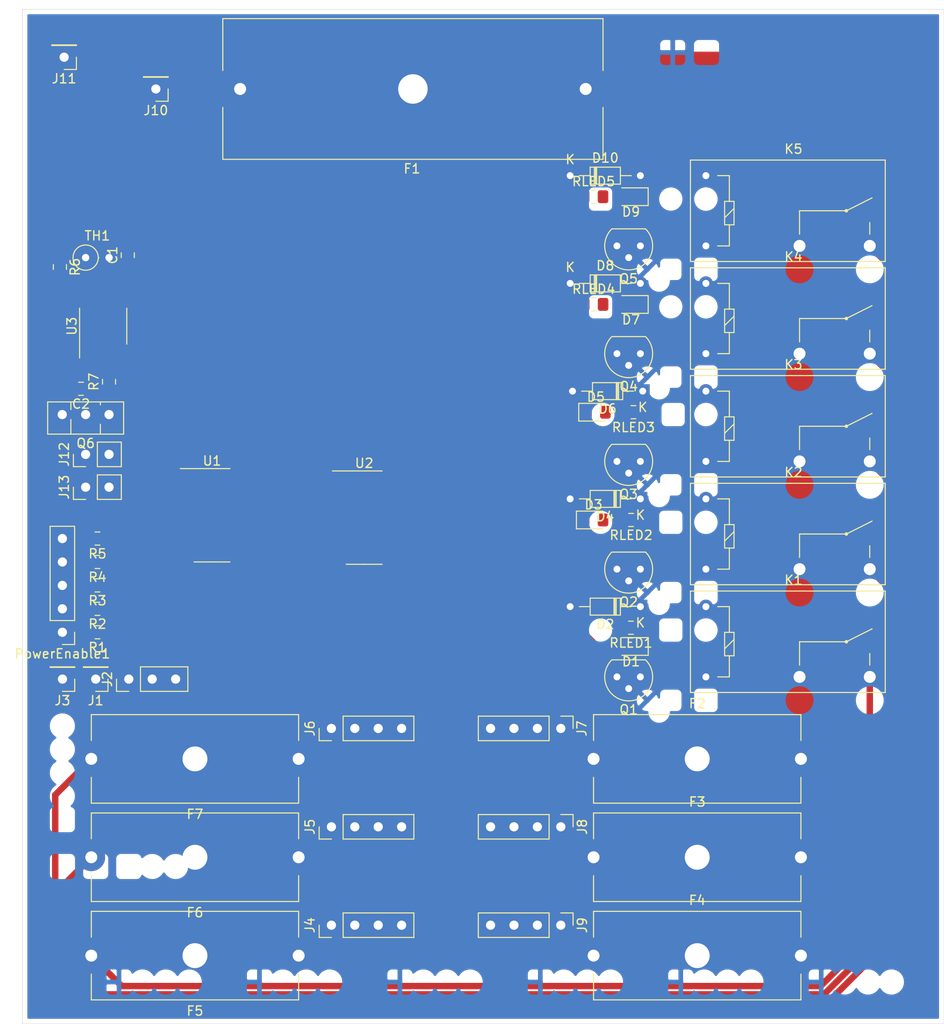
<source format=kicad_pcb>
(kicad_pcb (version 20171130) (host pcbnew "(5.1.2)-2")

  (general
    (thickness 1.6)
    (drawings 4)
    (tracks 78)
    (zones 0)
    (modules 60)
    (nets 58)
  )

  (page A4)
  (layers
    (0 F.Cu signal)
    (31 B.Cu signal)
    (32 B.Adhes user)
    (33 F.Adhes user)
    (34 B.Paste user)
    (35 F.Paste user)
    (36 B.SilkS user)
    (37 F.SilkS user)
    (38 B.Mask user)
    (39 F.Mask user)
    (40 Dwgs.User user)
    (41 Cmts.User user)
    (42 Eco1.User user)
    (43 Eco2.User user)
    (44 Edge.Cuts user)
    (45 Margin user)
    (46 B.CrtYd user)
    (47 F.CrtYd user)
    (48 B.Fab user)
    (49 F.Fab user)
  )

  (setup
    (last_trace_width 0.25)
    (trace_clearance 0.2)
    (zone_clearance 0.508)
    (zone_45_only no)
    (trace_min 0.2)
    (via_size 0.8)
    (via_drill 0.4)
    (via_min_size 0.4)
    (via_min_drill 0.3)
    (uvia_size 0.3)
    (uvia_drill 0.1)
    (uvias_allowed no)
    (uvia_min_size 0.2)
    (uvia_min_drill 0.1)
    (edge_width 0.05)
    (segment_width 0.2)
    (pcb_text_width 0.3)
    (pcb_text_size 1.5 1.5)
    (mod_edge_width 0.12)
    (mod_text_size 1 1)
    (mod_text_width 0.15)
    (pad_size 1.524 1.524)
    (pad_drill 0.762)
    (pad_to_mask_clearance 0.051)
    (solder_mask_min_width 0.25)
    (aux_axis_origin 0 0)
    (visible_elements 7FFFFFFF)
    (pcbplotparams
      (layerselection 0x010fc_ffffffff)
      (usegerberextensions false)
      (usegerberattributes false)
      (usegerberadvancedattributes false)
      (creategerberjobfile false)
      (excludeedgelayer true)
      (linewidth 0.100000)
      (plotframeref false)
      (viasonmask false)
      (mode 1)
      (useauxorigin false)
      (hpglpennumber 1)
      (hpglpenspeed 20)
      (hpglpendiameter 15.000000)
      (psnegative false)
      (psa4output false)
      (plotreference true)
      (plotvalue true)
      (plotinvisibletext false)
      (padsonsilk false)
      (subtractmaskfromsilk false)
      (outputformat 1)
      (mirror false)
      (drillshape 1)
      (scaleselection 1)
      (outputdirectory ""))
  )

  (net 0 "")
  (net 1 "Net-(D1-Pad2)")
  (net 2 "Net-(D1-Pad1)")
  (net 3 "Net-(D10-Pad1)")
  (net 4 "Net-(D3-Pad1)")
  (net 5 "Net-(D3-Pad2)")
  (net 6 "Net-(D5-Pad1)")
  (net 7 "Net-(D5-Pad2)")
  (net 8 "Net-(D7-Pad2)")
  (net 9 "Net-(D7-Pad1)")
  (net 10 "Net-(D10-Pad2)")
  (net 11 "Net-(D9-Pad2)")
  (net 12 "Net-(F2-Pad1)")
  (net 13 GND)
  (net 14 "Net-(F3-Pad1)")
  (net 15 "Net-(F4-Pad1)")
  (net 16 "Net-(F5-Pad1)")
  (net 17 "Net-(F6-Pad1)")
  (net 18 "Net-(F7-Pad1)")
  (net 19 "Net-(PowerEnable1-Pad1)")
  (net 20 "Net-(PowerEnable1-Pad2)")
  (net 21 "Net-(PowerEnable1-Pad3)")
  (net 22 "Net-(PowerEnable1-Pad4)")
  (net 23 "Net-(PowerEnable1-Pad5)")
  (net 24 "Net-(Q1-Pad2)")
  (net 25 "Net-(Q2-Pad2)")
  (net 26 "Net-(Q3-Pad2)")
  (net 27 "Net-(Q4-Pad2)")
  (net 28 "Net-(Q5-Pad2)")
  (net 29 "Net-(F3-Pad2)")
  (net 30 "Net-(F4-Pad2)")
  (net 31 "Net-(F5-Pad2)")
  (net 32 "Net-(F6-Pad2)")
  (net 33 "Net-(F7-Pad2)")
  (net 34 "Net-(J1-Pad1)")
  (net 35 "Net-(J2-Pad1)")
  (net 36 "Net-(J2-Pad2)")
  (net 37 "Net-(J2-Pad3)")
  (net 38 "Net-(J3-Pad1)")
  (net 39 "Net-(J4-Pad3)")
  (net 40 "Net-(J9-Pad3)")
  (net 41 "Net-(J8-Pad4)")
  (net 42 "Net-(J5-Pad3)")
  (net 43 "Net-(J7-Pad3)")
  (net 44 "Net-(J6-Pad3)")
  (net 45 "Net-(J6-Pad4)")
  (net 46 "Net-(J7-Pad4)")
  (net 47 "Net-(J5-Pad4)")
  (net 48 "Net-(J8-Pad3)")
  (net 49 "Net-(J9-Pad4)")
  (net 50 "Net-(J4-Pad4)")
  (net 51 "Net-(C1-Pad1)")
  (net 52 "Net-(C2-Pad1)")
  (net 53 VCC)
  (net 54 "Net-(J12-Pad1)")
  (net 55 "Net-(Q6-Pad1)")
  (net 56 "Net-(R6-Pad1)")
  (net 57 "Net-(R7-Pad2)")

  (net_class Default "This is the default net class."
    (clearance 0.2)
    (trace_width 0.25)
    (via_dia 0.8)
    (via_drill 0.4)
    (uvia_dia 0.3)
    (uvia_drill 0.1)
    (add_net GND)
    (add_net "Net-(C1-Pad1)")
    (add_net "Net-(C2-Pad1)")
    (add_net "Net-(D1-Pad1)")
    (add_net "Net-(D1-Pad2)")
    (add_net "Net-(D10-Pad2)")
    (add_net "Net-(D3-Pad1)")
    (add_net "Net-(D3-Pad2)")
    (add_net "Net-(D5-Pad1)")
    (add_net "Net-(D5-Pad2)")
    (add_net "Net-(D7-Pad1)")
    (add_net "Net-(D7-Pad2)")
    (add_net "Net-(D9-Pad2)")
    (add_net "Net-(J1-Pad1)")
    (add_net "Net-(J12-Pad1)")
    (add_net "Net-(J2-Pad1)")
    (add_net "Net-(J2-Pad2)")
    (add_net "Net-(J2-Pad3)")
    (add_net "Net-(J3-Pad1)")
    (add_net "Net-(J4-Pad3)")
    (add_net "Net-(J4-Pad4)")
    (add_net "Net-(J5-Pad3)")
    (add_net "Net-(J5-Pad4)")
    (add_net "Net-(J6-Pad3)")
    (add_net "Net-(J6-Pad4)")
    (add_net "Net-(J7-Pad3)")
    (add_net "Net-(J7-Pad4)")
    (add_net "Net-(J8-Pad3)")
    (add_net "Net-(J8-Pad4)")
    (add_net "Net-(J9-Pad3)")
    (add_net "Net-(J9-Pad4)")
    (add_net "Net-(PowerEnable1-Pad1)")
    (add_net "Net-(PowerEnable1-Pad2)")
    (add_net "Net-(PowerEnable1-Pad3)")
    (add_net "Net-(PowerEnable1-Pad4)")
    (add_net "Net-(PowerEnable1-Pad5)")
    (add_net "Net-(Q1-Pad2)")
    (add_net "Net-(Q2-Pad2)")
    (add_net "Net-(Q3-Pad2)")
    (add_net "Net-(Q4-Pad2)")
    (add_net "Net-(Q5-Pad2)")
    (add_net "Net-(Q6-Pad1)")
    (add_net "Net-(R6-Pad1)")
    (add_net "Net-(R7-Pad2)")
  )

  (net_class "PSU 5v" ""
    (clearance 0.2)
    (trace_width 8.09)
    (via_dia 0.8)
    (via_drill 0.4)
    (uvia_dia 0.3)
    (uvia_drill 0.1)
    (add_net "Net-(D10-Pad1)")
    (add_net VCC)
  )

  (net_class "RLY 5v" ""
    (clearance 0.2)
    (trace_width 0.7)
    (via_dia 0.8)
    (via_drill 0.4)
    (uvia_dia 0.3)
    (uvia_drill 0.1)
    (add_net "Net-(F2-Pad1)")
    (add_net "Net-(F3-Pad1)")
    (add_net "Net-(F3-Pad2)")
    (add_net "Net-(F4-Pad1)")
    (add_net "Net-(F4-Pad2)")
    (add_net "Net-(F5-Pad1)")
    (add_net "Net-(F5-Pad2)")
    (add_net "Net-(F6-Pad1)")
    (add_net "Net-(F6-Pad2)")
    (add_net "Net-(F7-Pad1)")
    (add_net "Net-(F7-Pad2)")
  )

  (module LED_SMD:LED_0805_2012Metric_Pad1.15x1.40mm_HandSolder (layer F.Cu) (tedit 5B4B45C9) (tstamp 5D2C2BDC)
    (at 88.909 111.506 180)
    (descr "LED SMD 0805 (2012 Metric), square (rectangular) end terminal, IPC_7351 nominal, (Body size source: https://docs.google.com/spreadsheets/d/1BsfQQcO9C6DZCsRaXUlFlo91Tg2WpOkGARC1WS5S8t0/edit?usp=sharing), generated with kicad-footprint-generator")
    (tags "LED handsolder")
    (path /5D3DD700)
    (attr smd)
    (fp_text reference D1 (at 0 -1.65) (layer F.SilkS)
      (effects (font (size 1 1) (thickness 0.15)))
    )
    (fp_text value LED (at 0 1.65) (layer F.Fab)
      (effects (font (size 1 1) (thickness 0.15)))
    )
    (fp_text user %R (at 0 0) (layer F.Fab)
      (effects (font (size 0.5 0.5) (thickness 0.08)))
    )
    (fp_line (start 1.85 0.95) (end -1.85 0.95) (layer F.CrtYd) (width 0.05))
    (fp_line (start 1.85 -0.95) (end 1.85 0.95) (layer F.CrtYd) (width 0.05))
    (fp_line (start -1.85 -0.95) (end 1.85 -0.95) (layer F.CrtYd) (width 0.05))
    (fp_line (start -1.85 0.95) (end -1.85 -0.95) (layer F.CrtYd) (width 0.05))
    (fp_line (start -1.86 0.96) (end 1 0.96) (layer F.SilkS) (width 0.12))
    (fp_line (start -1.86 -0.96) (end -1.86 0.96) (layer F.SilkS) (width 0.12))
    (fp_line (start 1 -0.96) (end -1.86 -0.96) (layer F.SilkS) (width 0.12))
    (fp_line (start 1 0.6) (end 1 -0.6) (layer F.Fab) (width 0.1))
    (fp_line (start -1 0.6) (end 1 0.6) (layer F.Fab) (width 0.1))
    (fp_line (start -1 -0.3) (end -1 0.6) (layer F.Fab) (width 0.1))
    (fp_line (start -0.7 -0.6) (end -1 -0.3) (layer F.Fab) (width 0.1))
    (fp_line (start 1 -0.6) (end -0.7 -0.6) (layer F.Fab) (width 0.1))
    (pad 2 smd roundrect (at 1.025 0 180) (size 1.15 1.4) (layers F.Cu F.Paste F.Mask) (roundrect_rratio 0.217391)
      (net 1 "Net-(D1-Pad2)"))
    (pad 1 smd roundrect (at -1.025 0 180) (size 1.15 1.4) (layers F.Cu F.Paste F.Mask) (roundrect_rratio 0.217391)
      (net 2 "Net-(D1-Pad1)"))
    (model ${KISYS3DMOD}/LED_SMD.3dshapes/LED_0805_2012Metric.wrl
      (at (xyz 0 0 0))
      (scale (xyz 1 1 1))
      (rotate (xyz 0 0 0))
    )
  )

  (module Diode_THT:D_DO-34_SOD68_P7.62mm_Horizontal (layer F.Cu) (tedit 5AE50CD5) (tstamp 5D2C2BFB)
    (at 89.916 107.188 180)
    (descr "Diode, DO-34_SOD68 series, Axial, Horizontal, pin pitch=7.62mm, , length*diameter=3.04*1.6mm^2, , https://www.nxp.com/docs/en/data-sheet/KTY83_SER.pdf")
    (tags "Diode DO-34_SOD68 series Axial Horizontal pin pitch 7.62mm  length 3.04mm diameter 1.6mm")
    (path /5D3DD70C)
    (fp_text reference D2 (at 3.81 -1.92) (layer F.SilkS)
      (effects (font (size 1 1) (thickness 0.15)))
    )
    (fp_text value 1N4007 (at 3.81 1.92) (layer F.Fab)
      (effects (font (size 1 1) (thickness 0.15)))
    )
    (fp_text user K (at 0 -1.75) (layer F.SilkS)
      (effects (font (size 1 1) (thickness 0.15)))
    )
    (fp_text user K (at 0 -1.75) (layer F.Fab)
      (effects (font (size 1 1) (thickness 0.15)))
    )
    (fp_text user %R (at 4.038 0) (layer F.Fab)
      (effects (font (size 0.608 0.608) (thickness 0.0912)))
    )
    (fp_line (start 8.63 -1.05) (end -1 -1.05) (layer F.CrtYd) (width 0.05))
    (fp_line (start 8.63 1.05) (end 8.63 -1.05) (layer F.CrtYd) (width 0.05))
    (fp_line (start -1 1.05) (end 8.63 1.05) (layer F.CrtYd) (width 0.05))
    (fp_line (start -1 -1.05) (end -1 1.05) (layer F.CrtYd) (width 0.05))
    (fp_line (start 2.626 -0.92) (end 2.626 0.92) (layer F.SilkS) (width 0.12))
    (fp_line (start 2.866 -0.92) (end 2.866 0.92) (layer F.SilkS) (width 0.12))
    (fp_line (start 2.746 -0.92) (end 2.746 0.92) (layer F.SilkS) (width 0.12))
    (fp_line (start 6.63 0) (end 5.45 0) (layer F.SilkS) (width 0.12))
    (fp_line (start 0.99 0) (end 2.17 0) (layer F.SilkS) (width 0.12))
    (fp_line (start 5.45 -0.92) (end 2.17 -0.92) (layer F.SilkS) (width 0.12))
    (fp_line (start 5.45 0.92) (end 5.45 -0.92) (layer F.SilkS) (width 0.12))
    (fp_line (start 2.17 0.92) (end 5.45 0.92) (layer F.SilkS) (width 0.12))
    (fp_line (start 2.17 -0.92) (end 2.17 0.92) (layer F.SilkS) (width 0.12))
    (fp_line (start 2.646 -0.8) (end 2.646 0.8) (layer F.Fab) (width 0.1))
    (fp_line (start 2.846 -0.8) (end 2.846 0.8) (layer F.Fab) (width 0.1))
    (fp_line (start 2.746 -0.8) (end 2.746 0.8) (layer F.Fab) (width 0.1))
    (fp_line (start 7.62 0) (end 5.33 0) (layer F.Fab) (width 0.1))
    (fp_line (start 0 0) (end 2.29 0) (layer F.Fab) (width 0.1))
    (fp_line (start 5.33 -0.8) (end 2.29 -0.8) (layer F.Fab) (width 0.1))
    (fp_line (start 5.33 0.8) (end 5.33 -0.8) (layer F.Fab) (width 0.1))
    (fp_line (start 2.29 0.8) (end 5.33 0.8) (layer F.Fab) (width 0.1))
    (fp_line (start 2.29 -0.8) (end 2.29 0.8) (layer F.Fab) (width 0.1))
    (pad 2 thru_hole oval (at 7.62 0 180) (size 1.5 1.5) (drill 0.75) (layers *.Cu *.Mask)
      (net 2 "Net-(D1-Pad1)"))
    (pad 1 thru_hole rect (at 0 0 180) (size 1.5 1.5) (drill 0.75) (layers *.Cu *.Mask)
      (net 3 "Net-(D10-Pad1)"))
    (model ${KISYS3DMOD}/Diode_THT.3dshapes/D_DO-34_SOD68_P7.62mm_Horizontal.wrl
      (at (xyz 0 0 0))
      (scale (xyz 1 1 1))
      (rotate (xyz 0 0 0))
    )
  )

  (module LED_SMD:LED_0805_2012Metric_Pad1.15x1.40mm_HandSolder (layer F.Cu) (tedit 5B4B45C9) (tstamp 5D2C2C0E)
    (at 84.836 97.79)
    (descr "LED SMD 0805 (2012 Metric), square (rectangular) end terminal, IPC_7351 nominal, (Body size source: https://docs.google.com/spreadsheets/d/1BsfQQcO9C6DZCsRaXUlFlo91Tg2WpOkGARC1WS5S8t0/edit?usp=sharing), generated with kicad-footprint-generator")
    (tags "LED handsolder")
    (path /5D3D4D1E)
    (attr smd)
    (fp_text reference D3 (at 0 -1.65) (layer F.SilkS)
      (effects (font (size 1 1) (thickness 0.15)))
    )
    (fp_text value LED (at 0 1.65) (layer F.Fab)
      (effects (font (size 1 1) (thickness 0.15)))
    )
    (fp_line (start 1 -0.6) (end -0.7 -0.6) (layer F.Fab) (width 0.1))
    (fp_line (start -0.7 -0.6) (end -1 -0.3) (layer F.Fab) (width 0.1))
    (fp_line (start -1 -0.3) (end -1 0.6) (layer F.Fab) (width 0.1))
    (fp_line (start -1 0.6) (end 1 0.6) (layer F.Fab) (width 0.1))
    (fp_line (start 1 0.6) (end 1 -0.6) (layer F.Fab) (width 0.1))
    (fp_line (start 1 -0.96) (end -1.86 -0.96) (layer F.SilkS) (width 0.12))
    (fp_line (start -1.86 -0.96) (end -1.86 0.96) (layer F.SilkS) (width 0.12))
    (fp_line (start -1.86 0.96) (end 1 0.96) (layer F.SilkS) (width 0.12))
    (fp_line (start -1.85 0.95) (end -1.85 -0.95) (layer F.CrtYd) (width 0.05))
    (fp_line (start -1.85 -0.95) (end 1.85 -0.95) (layer F.CrtYd) (width 0.05))
    (fp_line (start 1.85 -0.95) (end 1.85 0.95) (layer F.CrtYd) (width 0.05))
    (fp_line (start 1.85 0.95) (end -1.85 0.95) (layer F.CrtYd) (width 0.05))
    (fp_text user %R (at 0 0) (layer F.Fab)
      (effects (font (size 0.5 0.5) (thickness 0.08)))
    )
    (pad 1 smd roundrect (at -1.025 0) (size 1.15 1.4) (layers F.Cu F.Paste F.Mask) (roundrect_rratio 0.217391)
      (net 4 "Net-(D3-Pad1)"))
    (pad 2 smd roundrect (at 1.025 0) (size 1.15 1.4) (layers F.Cu F.Paste F.Mask) (roundrect_rratio 0.217391)
      (net 5 "Net-(D3-Pad2)"))
    (model ${KISYS3DMOD}/LED_SMD.3dshapes/LED_0805_2012Metric.wrl
      (at (xyz 0 0 0))
      (scale (xyz 1 1 1))
      (rotate (xyz 0 0 0))
    )
  )

  (module Diode_THT:D_DO-34_SOD68_P7.62mm_Horizontal (layer F.Cu) (tedit 5AE50CD5) (tstamp 5D2C2C2D)
    (at 89.916 95.504 180)
    (descr "Diode, DO-34_SOD68 series, Axial, Horizontal, pin pitch=7.62mm, , length*diameter=3.04*1.6mm^2, , https://www.nxp.com/docs/en/data-sheet/KTY83_SER.pdf")
    (tags "Diode DO-34_SOD68 series Axial Horizontal pin pitch 7.62mm  length 3.04mm diameter 1.6mm")
    (path /5D3D4D2A)
    (fp_text reference D4 (at 3.81 -1.92) (layer F.SilkS)
      (effects (font (size 1 1) (thickness 0.15)))
    )
    (fp_text value 1N4007 (at 3.81 1.92) (layer F.Fab)
      (effects (font (size 1 1) (thickness 0.15)))
    )
    (fp_text user K (at 0 -1.75) (layer F.SilkS)
      (effects (font (size 1 1) (thickness 0.15)))
    )
    (fp_text user K (at 0 -1.75) (layer F.Fab)
      (effects (font (size 1 1) (thickness 0.15)))
    )
    (fp_text user %R (at 4.038 0) (layer F.Fab)
      (effects (font (size 0.608 0.608) (thickness 0.0912)))
    )
    (fp_line (start 8.63 -1.05) (end -1 -1.05) (layer F.CrtYd) (width 0.05))
    (fp_line (start 8.63 1.05) (end 8.63 -1.05) (layer F.CrtYd) (width 0.05))
    (fp_line (start -1 1.05) (end 8.63 1.05) (layer F.CrtYd) (width 0.05))
    (fp_line (start -1 -1.05) (end -1 1.05) (layer F.CrtYd) (width 0.05))
    (fp_line (start 2.626 -0.92) (end 2.626 0.92) (layer F.SilkS) (width 0.12))
    (fp_line (start 2.866 -0.92) (end 2.866 0.92) (layer F.SilkS) (width 0.12))
    (fp_line (start 2.746 -0.92) (end 2.746 0.92) (layer F.SilkS) (width 0.12))
    (fp_line (start 6.63 0) (end 5.45 0) (layer F.SilkS) (width 0.12))
    (fp_line (start 0.99 0) (end 2.17 0) (layer F.SilkS) (width 0.12))
    (fp_line (start 5.45 -0.92) (end 2.17 -0.92) (layer F.SilkS) (width 0.12))
    (fp_line (start 5.45 0.92) (end 5.45 -0.92) (layer F.SilkS) (width 0.12))
    (fp_line (start 2.17 0.92) (end 5.45 0.92) (layer F.SilkS) (width 0.12))
    (fp_line (start 2.17 -0.92) (end 2.17 0.92) (layer F.SilkS) (width 0.12))
    (fp_line (start 2.646 -0.8) (end 2.646 0.8) (layer F.Fab) (width 0.1))
    (fp_line (start 2.846 -0.8) (end 2.846 0.8) (layer F.Fab) (width 0.1))
    (fp_line (start 2.746 -0.8) (end 2.746 0.8) (layer F.Fab) (width 0.1))
    (fp_line (start 7.62 0) (end 5.33 0) (layer F.Fab) (width 0.1))
    (fp_line (start 0 0) (end 2.29 0) (layer F.Fab) (width 0.1))
    (fp_line (start 5.33 -0.8) (end 2.29 -0.8) (layer F.Fab) (width 0.1))
    (fp_line (start 5.33 0.8) (end 5.33 -0.8) (layer F.Fab) (width 0.1))
    (fp_line (start 2.29 0.8) (end 5.33 0.8) (layer F.Fab) (width 0.1))
    (fp_line (start 2.29 -0.8) (end 2.29 0.8) (layer F.Fab) (width 0.1))
    (pad 2 thru_hole oval (at 7.62 0 180) (size 1.5 1.5) (drill 0.75) (layers *.Cu *.Mask)
      (net 4 "Net-(D3-Pad1)"))
    (pad 1 thru_hole rect (at 0 0 180) (size 1.5 1.5) (drill 0.75) (layers *.Cu *.Mask)
      (net 3 "Net-(D10-Pad1)"))
    (model ${KISYS3DMOD}/Diode_THT.3dshapes/D_DO-34_SOD68_P7.62mm_Horizontal.wrl
      (at (xyz 0 0 0))
      (scale (xyz 1 1 1))
      (rotate (xyz 0 0 0))
    )
  )

  (module LED_SMD:LED_0805_2012Metric_Pad1.15x1.40mm_HandSolder (layer F.Cu) (tedit 5B4B45C9) (tstamp 5D2C2C40)
    (at 85.09 86.106)
    (descr "LED SMD 0805 (2012 Metric), square (rectangular) end terminal, IPC_7351 nominal, (Body size source: https://docs.google.com/spreadsheets/d/1BsfQQcO9C6DZCsRaXUlFlo91Tg2WpOkGARC1WS5S8t0/edit?usp=sharing), generated with kicad-footprint-generator")
    (tags "LED handsolder")
    (path /5D3BF24F)
    (attr smd)
    (fp_text reference D5 (at 0 -1.65) (layer F.SilkS)
      (effects (font (size 1 1) (thickness 0.15)))
    )
    (fp_text value LED (at 0 1.65) (layer F.Fab)
      (effects (font (size 1 1) (thickness 0.15)))
    )
    (fp_line (start 1 -0.6) (end -0.7 -0.6) (layer F.Fab) (width 0.1))
    (fp_line (start -0.7 -0.6) (end -1 -0.3) (layer F.Fab) (width 0.1))
    (fp_line (start -1 -0.3) (end -1 0.6) (layer F.Fab) (width 0.1))
    (fp_line (start -1 0.6) (end 1 0.6) (layer F.Fab) (width 0.1))
    (fp_line (start 1 0.6) (end 1 -0.6) (layer F.Fab) (width 0.1))
    (fp_line (start 1 -0.96) (end -1.86 -0.96) (layer F.SilkS) (width 0.12))
    (fp_line (start -1.86 -0.96) (end -1.86 0.96) (layer F.SilkS) (width 0.12))
    (fp_line (start -1.86 0.96) (end 1 0.96) (layer F.SilkS) (width 0.12))
    (fp_line (start -1.85 0.95) (end -1.85 -0.95) (layer F.CrtYd) (width 0.05))
    (fp_line (start -1.85 -0.95) (end 1.85 -0.95) (layer F.CrtYd) (width 0.05))
    (fp_line (start 1.85 -0.95) (end 1.85 0.95) (layer F.CrtYd) (width 0.05))
    (fp_line (start 1.85 0.95) (end -1.85 0.95) (layer F.CrtYd) (width 0.05))
    (fp_text user %R (at 0 0) (layer F.Fab)
      (effects (font (size 0.5 0.5) (thickness 0.08)))
    )
    (pad 1 smd roundrect (at -1.025 0) (size 1.15 1.4) (layers F.Cu F.Paste F.Mask) (roundrect_rratio 0.217391)
      (net 6 "Net-(D5-Pad1)"))
    (pad 2 smd roundrect (at 1.025 0) (size 1.15 1.4) (layers F.Cu F.Paste F.Mask) (roundrect_rratio 0.217391)
      (net 7 "Net-(D5-Pad2)"))
    (model ${KISYS3DMOD}/LED_SMD.3dshapes/LED_0805_2012Metric.wrl
      (at (xyz 0 0 0))
      (scale (xyz 1 1 1))
      (rotate (xyz 0 0 0))
    )
  )

  (module Diode_THT:D_DO-34_SOD68_P7.62mm_Horizontal (layer F.Cu) (tedit 5AE50CD5) (tstamp 5D2C2C5F)
    (at 90.17 83.82 180)
    (descr "Diode, DO-34_SOD68 series, Axial, Horizontal, pin pitch=7.62mm, , length*diameter=3.04*1.6mm^2, , https://www.nxp.com/docs/en/data-sheet/KTY83_SER.pdf")
    (tags "Diode DO-34_SOD68 series Axial Horizontal pin pitch 7.62mm  length 3.04mm diameter 1.6mm")
    (path /5D3BF25B)
    (fp_text reference D6 (at 3.81 -1.92) (layer F.SilkS)
      (effects (font (size 1 1) (thickness 0.15)))
    )
    (fp_text value 1N4007 (at 3.81 1.92) (layer F.Fab)
      (effects (font (size 1 1) (thickness 0.15)))
    )
    (fp_line (start 2.29 -0.8) (end 2.29 0.8) (layer F.Fab) (width 0.1))
    (fp_line (start 2.29 0.8) (end 5.33 0.8) (layer F.Fab) (width 0.1))
    (fp_line (start 5.33 0.8) (end 5.33 -0.8) (layer F.Fab) (width 0.1))
    (fp_line (start 5.33 -0.8) (end 2.29 -0.8) (layer F.Fab) (width 0.1))
    (fp_line (start 0 0) (end 2.29 0) (layer F.Fab) (width 0.1))
    (fp_line (start 7.62 0) (end 5.33 0) (layer F.Fab) (width 0.1))
    (fp_line (start 2.746 -0.8) (end 2.746 0.8) (layer F.Fab) (width 0.1))
    (fp_line (start 2.846 -0.8) (end 2.846 0.8) (layer F.Fab) (width 0.1))
    (fp_line (start 2.646 -0.8) (end 2.646 0.8) (layer F.Fab) (width 0.1))
    (fp_line (start 2.17 -0.92) (end 2.17 0.92) (layer F.SilkS) (width 0.12))
    (fp_line (start 2.17 0.92) (end 5.45 0.92) (layer F.SilkS) (width 0.12))
    (fp_line (start 5.45 0.92) (end 5.45 -0.92) (layer F.SilkS) (width 0.12))
    (fp_line (start 5.45 -0.92) (end 2.17 -0.92) (layer F.SilkS) (width 0.12))
    (fp_line (start 0.99 0) (end 2.17 0) (layer F.SilkS) (width 0.12))
    (fp_line (start 6.63 0) (end 5.45 0) (layer F.SilkS) (width 0.12))
    (fp_line (start 2.746 -0.92) (end 2.746 0.92) (layer F.SilkS) (width 0.12))
    (fp_line (start 2.866 -0.92) (end 2.866 0.92) (layer F.SilkS) (width 0.12))
    (fp_line (start 2.626 -0.92) (end 2.626 0.92) (layer F.SilkS) (width 0.12))
    (fp_line (start -1 -1.05) (end -1 1.05) (layer F.CrtYd) (width 0.05))
    (fp_line (start -1 1.05) (end 8.63 1.05) (layer F.CrtYd) (width 0.05))
    (fp_line (start 8.63 1.05) (end 8.63 -1.05) (layer F.CrtYd) (width 0.05))
    (fp_line (start 8.63 -1.05) (end -1 -1.05) (layer F.CrtYd) (width 0.05))
    (fp_text user %R (at 4.038 0) (layer F.Fab)
      (effects (font (size 0.608 0.608) (thickness 0.0912)))
    )
    (fp_text user K (at 0 -1.75) (layer F.Fab)
      (effects (font (size 1 1) (thickness 0.15)))
    )
    (fp_text user K (at 0 -1.75) (layer F.SilkS)
      (effects (font (size 1 1) (thickness 0.15)))
    )
    (pad 1 thru_hole rect (at 0 0 180) (size 1.5 1.5) (drill 0.75) (layers *.Cu *.Mask)
      (net 3 "Net-(D10-Pad1)"))
    (pad 2 thru_hole oval (at 7.62 0 180) (size 1.5 1.5) (drill 0.75) (layers *.Cu *.Mask)
      (net 6 "Net-(D5-Pad1)"))
    (model ${KISYS3DMOD}/Diode_THT.3dshapes/D_DO-34_SOD68_P7.62mm_Horizontal.wrl
      (at (xyz 0 0 0))
      (scale (xyz 1 1 1))
      (rotate (xyz 0 0 0))
    )
  )

  (module LED_SMD:LED_0805_2012Metric_Pad1.15x1.40mm_HandSolder (layer F.Cu) (tedit 5B4B45C9) (tstamp 5D2C2C72)
    (at 88.9 74.422 180)
    (descr "LED SMD 0805 (2012 Metric), square (rectangular) end terminal, IPC_7351 nominal, (Body size source: https://docs.google.com/spreadsheets/d/1BsfQQcO9C6DZCsRaXUlFlo91Tg2WpOkGARC1WS5S8t0/edit?usp=sharing), generated with kicad-footprint-generator")
    (tags "LED handsolder")
    (path /5D3B8BA6)
    (attr smd)
    (fp_text reference D7 (at 0 -1.65) (layer F.SilkS)
      (effects (font (size 1 1) (thickness 0.15)))
    )
    (fp_text value LED (at 0 1.65) (layer F.Fab)
      (effects (font (size 1 1) (thickness 0.15)))
    )
    (fp_text user %R (at 0 0) (layer F.Fab)
      (effects (font (size 0.5 0.5) (thickness 0.08)))
    )
    (fp_line (start 1.85 0.95) (end -1.85 0.95) (layer F.CrtYd) (width 0.05))
    (fp_line (start 1.85 -0.95) (end 1.85 0.95) (layer F.CrtYd) (width 0.05))
    (fp_line (start -1.85 -0.95) (end 1.85 -0.95) (layer F.CrtYd) (width 0.05))
    (fp_line (start -1.85 0.95) (end -1.85 -0.95) (layer F.CrtYd) (width 0.05))
    (fp_line (start -1.86 0.96) (end 1 0.96) (layer F.SilkS) (width 0.12))
    (fp_line (start -1.86 -0.96) (end -1.86 0.96) (layer F.SilkS) (width 0.12))
    (fp_line (start 1 -0.96) (end -1.86 -0.96) (layer F.SilkS) (width 0.12))
    (fp_line (start 1 0.6) (end 1 -0.6) (layer F.Fab) (width 0.1))
    (fp_line (start -1 0.6) (end 1 0.6) (layer F.Fab) (width 0.1))
    (fp_line (start -1 -0.3) (end -1 0.6) (layer F.Fab) (width 0.1))
    (fp_line (start -0.7 -0.6) (end -1 -0.3) (layer F.Fab) (width 0.1))
    (fp_line (start 1 -0.6) (end -0.7 -0.6) (layer F.Fab) (width 0.1))
    (pad 2 smd roundrect (at 1.025 0 180) (size 1.15 1.4) (layers F.Cu F.Paste F.Mask) (roundrect_rratio 0.217391)
      (net 8 "Net-(D7-Pad2)"))
    (pad 1 smd roundrect (at -1.025 0 180) (size 1.15 1.4) (layers F.Cu F.Paste F.Mask) (roundrect_rratio 0.217391)
      (net 9 "Net-(D7-Pad1)"))
    (model ${KISYS3DMOD}/LED_SMD.3dshapes/LED_0805_2012Metric.wrl
      (at (xyz 0 0 0))
      (scale (xyz 1 1 1))
      (rotate (xyz 0 0 0))
    )
  )

  (module Diode_THT:D_DO-34_SOD68_P7.62mm_Horizontal (layer F.Cu) (tedit 5AE50CD5) (tstamp 5D2F6FA5)
    (at 82.296 72.136)
    (descr "Diode, DO-34_SOD68 series, Axial, Horizontal, pin pitch=7.62mm, , length*diameter=3.04*1.6mm^2, , https://www.nxp.com/docs/en/data-sheet/KTY83_SER.pdf")
    (tags "Diode DO-34_SOD68 series Axial Horizontal pin pitch 7.62mm  length 3.04mm diameter 1.6mm")
    (path /5D3B8BB2)
    (fp_text reference D8 (at 3.81 -1.92) (layer F.SilkS)
      (effects (font (size 1 1) (thickness 0.15)))
    )
    (fp_text value 1N4007 (at 3.81 1.92) (layer F.Fab)
      (effects (font (size 1 1) (thickness 0.15)))
    )
    (fp_line (start 2.29 -0.8) (end 2.29 0.8) (layer F.Fab) (width 0.1))
    (fp_line (start 2.29 0.8) (end 5.33 0.8) (layer F.Fab) (width 0.1))
    (fp_line (start 5.33 0.8) (end 5.33 -0.8) (layer F.Fab) (width 0.1))
    (fp_line (start 5.33 -0.8) (end 2.29 -0.8) (layer F.Fab) (width 0.1))
    (fp_line (start 0 0) (end 2.29 0) (layer F.Fab) (width 0.1))
    (fp_line (start 7.62 0) (end 5.33 0) (layer F.Fab) (width 0.1))
    (fp_line (start 2.746 -0.8) (end 2.746 0.8) (layer F.Fab) (width 0.1))
    (fp_line (start 2.846 -0.8) (end 2.846 0.8) (layer F.Fab) (width 0.1))
    (fp_line (start 2.646 -0.8) (end 2.646 0.8) (layer F.Fab) (width 0.1))
    (fp_line (start 2.17 -0.92) (end 2.17 0.92) (layer F.SilkS) (width 0.12))
    (fp_line (start 2.17 0.92) (end 5.45 0.92) (layer F.SilkS) (width 0.12))
    (fp_line (start 5.45 0.92) (end 5.45 -0.92) (layer F.SilkS) (width 0.12))
    (fp_line (start 5.45 -0.92) (end 2.17 -0.92) (layer F.SilkS) (width 0.12))
    (fp_line (start 0.99 0) (end 2.17 0) (layer F.SilkS) (width 0.12))
    (fp_line (start 6.63 0) (end 5.45 0) (layer F.SilkS) (width 0.12))
    (fp_line (start 2.746 -0.92) (end 2.746 0.92) (layer F.SilkS) (width 0.12))
    (fp_line (start 2.866 -0.92) (end 2.866 0.92) (layer F.SilkS) (width 0.12))
    (fp_line (start 2.626 -0.92) (end 2.626 0.92) (layer F.SilkS) (width 0.12))
    (fp_line (start -1 -1.05) (end -1 1.05) (layer F.CrtYd) (width 0.05))
    (fp_line (start -1 1.05) (end 8.63 1.05) (layer F.CrtYd) (width 0.05))
    (fp_line (start 8.63 1.05) (end 8.63 -1.05) (layer F.CrtYd) (width 0.05))
    (fp_line (start 8.63 -1.05) (end -1 -1.05) (layer F.CrtYd) (width 0.05))
    (fp_text user %R (at 4.038 0) (layer F.Fab)
      (effects (font (size 0.608 0.608) (thickness 0.0912)))
    )
    (fp_text user K (at 0 -1.75) (layer F.Fab)
      (effects (font (size 1 1) (thickness 0.15)))
    )
    (fp_text user K (at 0 -1.75) (layer F.SilkS)
      (effects (font (size 1 1) (thickness 0.15)))
    )
    (pad 1 thru_hole rect (at 0 0) (size 1.5 1.5) (drill 0.75) (layers *.Cu *.Mask)
      (net 3 "Net-(D10-Pad1)"))
    (pad 2 thru_hole oval (at 7.62 0) (size 1.5 1.5) (drill 0.75) (layers *.Cu *.Mask)
      (net 9 "Net-(D7-Pad1)"))
    (model ${KISYS3DMOD}/Diode_THT.3dshapes/D_DO-34_SOD68_P7.62mm_Horizontal.wrl
      (at (xyz 0 0 0))
      (scale (xyz 1 1 1))
      (rotate (xyz 0 0 0))
    )
  )

  (module LED_SMD:LED_0805_2012Metric_Pad1.15x1.40mm_HandSolder (layer F.Cu) (tedit 5B4B45C9) (tstamp 5D2C2CA4)
    (at 88.9 62.738 180)
    (descr "LED SMD 0805 (2012 Metric), square (rectangular) end terminal, IPC_7351 nominal, (Body size source: https://docs.google.com/spreadsheets/d/1BsfQQcO9C6DZCsRaXUlFlo91Tg2WpOkGARC1WS5S8t0/edit?usp=sharing), generated with kicad-footprint-generator")
    (tags "LED handsolder")
    (path /5D3B2883)
    (attr smd)
    (fp_text reference D9 (at 0 -1.65) (layer F.SilkS)
      (effects (font (size 1 1) (thickness 0.15)))
    )
    (fp_text value LED (at 0 1.65) (layer F.Fab)
      (effects (font (size 1 1) (thickness 0.15)))
    )
    (fp_line (start 1 -0.6) (end -0.7 -0.6) (layer F.Fab) (width 0.1))
    (fp_line (start -0.7 -0.6) (end -1 -0.3) (layer F.Fab) (width 0.1))
    (fp_line (start -1 -0.3) (end -1 0.6) (layer F.Fab) (width 0.1))
    (fp_line (start -1 0.6) (end 1 0.6) (layer F.Fab) (width 0.1))
    (fp_line (start 1 0.6) (end 1 -0.6) (layer F.Fab) (width 0.1))
    (fp_line (start 1 -0.96) (end -1.86 -0.96) (layer F.SilkS) (width 0.12))
    (fp_line (start -1.86 -0.96) (end -1.86 0.96) (layer F.SilkS) (width 0.12))
    (fp_line (start -1.86 0.96) (end 1 0.96) (layer F.SilkS) (width 0.12))
    (fp_line (start -1.85 0.95) (end -1.85 -0.95) (layer F.CrtYd) (width 0.05))
    (fp_line (start -1.85 -0.95) (end 1.85 -0.95) (layer F.CrtYd) (width 0.05))
    (fp_line (start 1.85 -0.95) (end 1.85 0.95) (layer F.CrtYd) (width 0.05))
    (fp_line (start 1.85 0.95) (end -1.85 0.95) (layer F.CrtYd) (width 0.05))
    (fp_text user %R (at 0 0) (layer F.Fab)
      (effects (font (size 0.5 0.5) (thickness 0.08)))
    )
    (pad 1 smd roundrect (at -1.025 0 180) (size 1.15 1.4) (layers F.Cu F.Paste F.Mask) (roundrect_rratio 0.217391)
      (net 10 "Net-(D10-Pad2)"))
    (pad 2 smd roundrect (at 1.025 0 180) (size 1.15 1.4) (layers F.Cu F.Paste F.Mask) (roundrect_rratio 0.217391)
      (net 11 "Net-(D9-Pad2)"))
    (model ${KISYS3DMOD}/LED_SMD.3dshapes/LED_0805_2012Metric.wrl
      (at (xyz 0 0 0))
      (scale (xyz 1 1 1))
      (rotate (xyz 0 0 0))
    )
  )

  (module Diode_THT:D_DO-34_SOD68_P7.62mm_Horizontal (layer F.Cu) (tedit 5AE50CD5) (tstamp 5D2C2CC3)
    (at 82.296 60.452)
    (descr "Diode, DO-34_SOD68 series, Axial, Horizontal, pin pitch=7.62mm, , length*diameter=3.04*1.6mm^2, , https://www.nxp.com/docs/en/data-sheet/KTY83_SER.pdf")
    (tags "Diode DO-34_SOD68 series Axial Horizontal pin pitch 7.62mm  length 3.04mm diameter 1.6mm")
    (path /5D3B288F)
    (fp_text reference D10 (at 3.81 -1.92) (layer F.SilkS)
      (effects (font (size 1 1) (thickness 0.15)))
    )
    (fp_text value 1N4007 (at 3.81 1.92) (layer F.Fab)
      (effects (font (size 1 1) (thickness 0.15)))
    )
    (fp_line (start 2.29 -0.8) (end 2.29 0.8) (layer F.Fab) (width 0.1))
    (fp_line (start 2.29 0.8) (end 5.33 0.8) (layer F.Fab) (width 0.1))
    (fp_line (start 5.33 0.8) (end 5.33 -0.8) (layer F.Fab) (width 0.1))
    (fp_line (start 5.33 -0.8) (end 2.29 -0.8) (layer F.Fab) (width 0.1))
    (fp_line (start 0 0) (end 2.29 0) (layer F.Fab) (width 0.1))
    (fp_line (start 7.62 0) (end 5.33 0) (layer F.Fab) (width 0.1))
    (fp_line (start 2.746 -0.8) (end 2.746 0.8) (layer F.Fab) (width 0.1))
    (fp_line (start 2.846 -0.8) (end 2.846 0.8) (layer F.Fab) (width 0.1))
    (fp_line (start 2.646 -0.8) (end 2.646 0.8) (layer F.Fab) (width 0.1))
    (fp_line (start 2.17 -0.92) (end 2.17 0.92) (layer F.SilkS) (width 0.12))
    (fp_line (start 2.17 0.92) (end 5.45 0.92) (layer F.SilkS) (width 0.12))
    (fp_line (start 5.45 0.92) (end 5.45 -0.92) (layer F.SilkS) (width 0.12))
    (fp_line (start 5.45 -0.92) (end 2.17 -0.92) (layer F.SilkS) (width 0.12))
    (fp_line (start 0.99 0) (end 2.17 0) (layer F.SilkS) (width 0.12))
    (fp_line (start 6.63 0) (end 5.45 0) (layer F.SilkS) (width 0.12))
    (fp_line (start 2.746 -0.92) (end 2.746 0.92) (layer F.SilkS) (width 0.12))
    (fp_line (start 2.866 -0.92) (end 2.866 0.92) (layer F.SilkS) (width 0.12))
    (fp_line (start 2.626 -0.92) (end 2.626 0.92) (layer F.SilkS) (width 0.12))
    (fp_line (start -1 -1.05) (end -1 1.05) (layer F.CrtYd) (width 0.05))
    (fp_line (start -1 1.05) (end 8.63 1.05) (layer F.CrtYd) (width 0.05))
    (fp_line (start 8.63 1.05) (end 8.63 -1.05) (layer F.CrtYd) (width 0.05))
    (fp_line (start 8.63 -1.05) (end -1 -1.05) (layer F.CrtYd) (width 0.05))
    (fp_text user %R (at 4.038 0) (layer F.Fab)
      (effects (font (size 0.608 0.608) (thickness 0.0912)))
    )
    (fp_text user K (at 0 -1.75) (layer F.Fab)
      (effects (font (size 1 1) (thickness 0.15)))
    )
    (fp_text user K (at 0 -1.75) (layer F.SilkS)
      (effects (font (size 1 1) (thickness 0.15)))
    )
    (pad 1 thru_hole rect (at 0 0) (size 1.5 1.5) (drill 0.75) (layers *.Cu *.Mask)
      (net 3 "Net-(D10-Pad1)"))
    (pad 2 thru_hole oval (at 7.62 0) (size 1.5 1.5) (drill 0.75) (layers *.Cu *.Mask)
      (net 10 "Net-(D10-Pad2)"))
    (model ${KISYS3DMOD}/Diode_THT.3dshapes/D_DO-34_SOD68_P7.62mm_Horizontal.wrl
      (at (xyz 0 0 0))
      (scale (xyz 1 1 1))
      (rotate (xyz 0 0 0))
    )
  )

  (module Connector_PinHeader_2.54mm:PinHeader_1x05_P2.54mm_Vertical (layer F.Cu) (tedit 59FED5CC) (tstamp 5D2FDBF9)
    (at 27.1932 109.9668 180)
    (descr "Through hole straight pin header, 1x05, 2.54mm pitch, single row")
    (tags "Through hole pin header THT 1x05 2.54mm single row")
    (path /5D2BB833)
    (fp_text reference PowerEnable1 (at 0 -2.33) (layer F.SilkS)
      (effects (font (size 1 1) (thickness 0.15)))
    )
    (fp_text value Conn_01x05_Male (at 0 12.49) (layer F.Fab)
      (effects (font (size 1 1) (thickness 0.15)))
    )
    (fp_line (start -0.635 -1.27) (end 1.27 -1.27) (layer F.Fab) (width 0.1))
    (fp_line (start 1.27 -1.27) (end 1.27 11.43) (layer F.Fab) (width 0.1))
    (fp_line (start 1.27 11.43) (end -1.27 11.43) (layer F.Fab) (width 0.1))
    (fp_line (start -1.27 11.43) (end -1.27 -0.635) (layer F.Fab) (width 0.1))
    (fp_line (start -1.27 -0.635) (end -0.635 -1.27) (layer F.Fab) (width 0.1))
    (fp_line (start -1.33 11.49) (end 1.33 11.49) (layer F.SilkS) (width 0.12))
    (fp_line (start -1.33 1.27) (end -1.33 11.49) (layer F.SilkS) (width 0.12))
    (fp_line (start 1.33 1.27) (end 1.33 11.49) (layer F.SilkS) (width 0.12))
    (fp_line (start -1.33 1.27) (end 1.33 1.27) (layer F.SilkS) (width 0.12))
    (fp_line (start -1.33 0) (end -1.33 -1.33) (layer F.SilkS) (width 0.12))
    (fp_line (start -1.33 -1.33) (end 0 -1.33) (layer F.SilkS) (width 0.12))
    (fp_line (start -1.8 -1.8) (end -1.8 11.95) (layer F.CrtYd) (width 0.05))
    (fp_line (start -1.8 11.95) (end 1.8 11.95) (layer F.CrtYd) (width 0.05))
    (fp_line (start 1.8 11.95) (end 1.8 -1.8) (layer F.CrtYd) (width 0.05))
    (fp_line (start 1.8 -1.8) (end -1.8 -1.8) (layer F.CrtYd) (width 0.05))
    (fp_text user %R (at 0 5.08 90) (layer F.Fab)
      (effects (font (size 1 1) (thickness 0.15)))
    )
    (pad 1 thru_hole rect (at 0 0 180) (size 1.7 1.7) (drill 1) (layers *.Cu *.Mask)
      (net 19 "Net-(PowerEnable1-Pad1)"))
    (pad 2 thru_hole oval (at 0 2.54 180) (size 1.7 1.7) (drill 1) (layers *.Cu *.Mask)
      (net 20 "Net-(PowerEnable1-Pad2)"))
    (pad 3 thru_hole oval (at 0 5.08 180) (size 1.7 1.7) (drill 1) (layers *.Cu *.Mask)
      (net 21 "Net-(PowerEnable1-Pad3)"))
    (pad 4 thru_hole oval (at 0 7.62 180) (size 1.7 1.7) (drill 1) (layers *.Cu *.Mask)
      (net 22 "Net-(PowerEnable1-Pad4)"))
    (pad 5 thru_hole oval (at 0 10.16 180) (size 1.7 1.7) (drill 1) (layers *.Cu *.Mask)
      (net 23 "Net-(PowerEnable1-Pad5)"))
    (model ${KISYS3DMOD}/Connector_PinHeader_2.54mm.3dshapes/PinHeader_1x05_P2.54mm_Vertical.wrl
      (at (xyz 0 0 0))
      (scale (xyz 1 1 1))
      (rotate (xyz 0 0 0))
    )
  )

  (module Package_TO_SOT_THT:TO-92 (layer F.Cu) (tedit 5A279852) (tstamp 5D2C2E3A)
    (at 89.916 114.808 180)
    (descr "TO-92 leads molded, narrow, drill 0.75mm (see NXP sot054_po.pdf)")
    (tags "to-92 sc-43 sc-43a sot54 PA33 transistor")
    (path /5D3DD6F4)
    (fp_text reference Q1 (at 1.27 -3.56) (layer F.SilkS)
      (effects (font (size 1 1) (thickness 0.15)))
    )
    (fp_text value Q_NPN_CBE (at 1.27 2.79) (layer F.Fab)
      (effects (font (size 1 1) (thickness 0.15)))
    )
    (fp_text user %R (at 1.27 -3.56) (layer F.Fab)
      (effects (font (size 1 1) (thickness 0.15)))
    )
    (fp_line (start -0.53 1.85) (end 3.07 1.85) (layer F.SilkS) (width 0.12))
    (fp_line (start -0.5 1.75) (end 3 1.75) (layer F.Fab) (width 0.1))
    (fp_line (start -1.46 -2.73) (end 4 -2.73) (layer F.CrtYd) (width 0.05))
    (fp_line (start -1.46 -2.73) (end -1.46 2.01) (layer F.CrtYd) (width 0.05))
    (fp_line (start 4 2.01) (end 4 -2.73) (layer F.CrtYd) (width 0.05))
    (fp_line (start 4 2.01) (end -1.46 2.01) (layer F.CrtYd) (width 0.05))
    (fp_arc (start 1.27 0) (end 1.27 -2.48) (angle 135) (layer F.Fab) (width 0.1))
    (fp_arc (start 1.27 0) (end 1.27 -2.6) (angle -135) (layer F.SilkS) (width 0.12))
    (fp_arc (start 1.27 0) (end 1.27 -2.48) (angle -135) (layer F.Fab) (width 0.1))
    (fp_arc (start 1.27 0) (end 1.27 -2.6) (angle 135) (layer F.SilkS) (width 0.12))
    (pad 2 thru_hole circle (at 1.27 -1.27 270) (size 1.3 1.3) (drill 0.75) (layers *.Cu *.Mask)
      (net 24 "Net-(Q1-Pad2)"))
    (pad 3 thru_hole circle (at 2.54 0 270) (size 1.3 1.3) (drill 0.75) (layers *.Cu *.Mask)
      (net 13 GND))
    (pad 1 thru_hole rect (at 0 0 270) (size 1.3 1.3) (drill 0.75) (layers *.Cu *.Mask)
      (net 2 "Net-(D1-Pad1)"))
    (model ${KISYS3DMOD}/Package_TO_SOT_THT.3dshapes/TO-92.wrl
      (at (xyz 0 0 0))
      (scale (xyz 1 1 1))
      (rotate (xyz 0 0 0))
    )
  )

  (module Package_TO_SOT_THT:TO-92 (layer F.Cu) (tedit 5A279852) (tstamp 5D2C2E4C)
    (at 89.916 103.124 180)
    (descr "TO-92 leads molded, narrow, drill 0.75mm (see NXP sot054_po.pdf)")
    (tags "to-92 sc-43 sc-43a sot54 PA33 transistor")
    (path /5D3D4D12)
    (fp_text reference Q2 (at 1.27 -3.56) (layer F.SilkS)
      (effects (font (size 1 1) (thickness 0.15)))
    )
    (fp_text value Q_NPN_CBE (at 1.27 2.79) (layer F.Fab)
      (effects (font (size 1 1) (thickness 0.15)))
    )
    (fp_text user %R (at 1.27 -3.56) (layer F.Fab)
      (effects (font (size 1 1) (thickness 0.15)))
    )
    (fp_line (start -0.53 1.85) (end 3.07 1.85) (layer F.SilkS) (width 0.12))
    (fp_line (start -0.5 1.75) (end 3 1.75) (layer F.Fab) (width 0.1))
    (fp_line (start -1.46 -2.73) (end 4 -2.73) (layer F.CrtYd) (width 0.05))
    (fp_line (start -1.46 -2.73) (end -1.46 2.01) (layer F.CrtYd) (width 0.05))
    (fp_line (start 4 2.01) (end 4 -2.73) (layer F.CrtYd) (width 0.05))
    (fp_line (start 4 2.01) (end -1.46 2.01) (layer F.CrtYd) (width 0.05))
    (fp_arc (start 1.27 0) (end 1.27 -2.48) (angle 135) (layer F.Fab) (width 0.1))
    (fp_arc (start 1.27 0) (end 1.27 -2.6) (angle -135) (layer F.SilkS) (width 0.12))
    (fp_arc (start 1.27 0) (end 1.27 -2.48) (angle -135) (layer F.Fab) (width 0.1))
    (fp_arc (start 1.27 0) (end 1.27 -2.6) (angle 135) (layer F.SilkS) (width 0.12))
    (pad 2 thru_hole circle (at 1.27 -1.27 270) (size 1.3 1.3) (drill 0.75) (layers *.Cu *.Mask)
      (net 25 "Net-(Q2-Pad2)"))
    (pad 3 thru_hole circle (at 2.54 0 270) (size 1.3 1.3) (drill 0.75) (layers *.Cu *.Mask)
      (net 13 GND))
    (pad 1 thru_hole rect (at 0 0 270) (size 1.3 1.3) (drill 0.75) (layers *.Cu *.Mask)
      (net 4 "Net-(D3-Pad1)"))
    (model ${KISYS3DMOD}/Package_TO_SOT_THT.3dshapes/TO-92.wrl
      (at (xyz 0 0 0))
      (scale (xyz 1 1 1))
      (rotate (xyz 0 0 0))
    )
  )

  (module Package_TO_SOT_THT:TO-92 (layer F.Cu) (tedit 5A279852) (tstamp 5D2C2E5E)
    (at 89.916 91.44 180)
    (descr "TO-92 leads molded, narrow, drill 0.75mm (see NXP sot054_po.pdf)")
    (tags "to-92 sc-43 sc-43a sot54 PA33 transistor")
    (path /5D3BF243)
    (fp_text reference Q3 (at 1.27 -3.56) (layer F.SilkS)
      (effects (font (size 1 1) (thickness 0.15)))
    )
    (fp_text value Q_NPN_CBE (at 1.27 2.79) (layer F.Fab)
      (effects (font (size 1 1) (thickness 0.15)))
    )
    (fp_arc (start 1.27 0) (end 1.27 -2.6) (angle 135) (layer F.SilkS) (width 0.12))
    (fp_arc (start 1.27 0) (end 1.27 -2.48) (angle -135) (layer F.Fab) (width 0.1))
    (fp_arc (start 1.27 0) (end 1.27 -2.6) (angle -135) (layer F.SilkS) (width 0.12))
    (fp_arc (start 1.27 0) (end 1.27 -2.48) (angle 135) (layer F.Fab) (width 0.1))
    (fp_line (start 4 2.01) (end -1.46 2.01) (layer F.CrtYd) (width 0.05))
    (fp_line (start 4 2.01) (end 4 -2.73) (layer F.CrtYd) (width 0.05))
    (fp_line (start -1.46 -2.73) (end -1.46 2.01) (layer F.CrtYd) (width 0.05))
    (fp_line (start -1.46 -2.73) (end 4 -2.73) (layer F.CrtYd) (width 0.05))
    (fp_line (start -0.5 1.75) (end 3 1.75) (layer F.Fab) (width 0.1))
    (fp_line (start -0.53 1.85) (end 3.07 1.85) (layer F.SilkS) (width 0.12))
    (fp_text user %R (at 1.27 -3.56) (layer F.Fab)
      (effects (font (size 1 1) (thickness 0.15)))
    )
    (pad 1 thru_hole rect (at 0 0 270) (size 1.3 1.3) (drill 0.75) (layers *.Cu *.Mask)
      (net 6 "Net-(D5-Pad1)"))
    (pad 3 thru_hole circle (at 2.54 0 270) (size 1.3 1.3) (drill 0.75) (layers *.Cu *.Mask)
      (net 13 GND))
    (pad 2 thru_hole circle (at 1.27 -1.27 270) (size 1.3 1.3) (drill 0.75) (layers *.Cu *.Mask)
      (net 26 "Net-(Q3-Pad2)"))
    (model ${KISYS3DMOD}/Package_TO_SOT_THT.3dshapes/TO-92.wrl
      (at (xyz 0 0 0))
      (scale (xyz 1 1 1))
      (rotate (xyz 0 0 0))
    )
  )

  (module Package_TO_SOT_THT:TO-92 (layer F.Cu) (tedit 5A279852) (tstamp 5D2C2E70)
    (at 89.916 79.756 180)
    (descr "TO-92 leads molded, narrow, drill 0.75mm (see NXP sot054_po.pdf)")
    (tags "to-92 sc-43 sc-43a sot54 PA33 transistor")
    (path /5D3B8B9A)
    (fp_text reference Q4 (at 1.27 -3.56) (layer F.SilkS)
      (effects (font (size 1 1) (thickness 0.15)))
    )
    (fp_text value Q_NPN_CBE (at 1.27 2.79) (layer F.Fab)
      (effects (font (size 1 1) (thickness 0.15)))
    )
    (fp_text user %R (at 1.27 -3.56) (layer F.Fab)
      (effects (font (size 1 1) (thickness 0.15)))
    )
    (fp_line (start -0.53 1.85) (end 3.07 1.85) (layer F.SilkS) (width 0.12))
    (fp_line (start -0.5 1.75) (end 3 1.75) (layer F.Fab) (width 0.1))
    (fp_line (start -1.46 -2.73) (end 4 -2.73) (layer F.CrtYd) (width 0.05))
    (fp_line (start -1.46 -2.73) (end -1.46 2.01) (layer F.CrtYd) (width 0.05))
    (fp_line (start 4 2.01) (end 4 -2.73) (layer F.CrtYd) (width 0.05))
    (fp_line (start 4 2.01) (end -1.46 2.01) (layer F.CrtYd) (width 0.05))
    (fp_arc (start 1.27 0) (end 1.27 -2.48) (angle 135) (layer F.Fab) (width 0.1))
    (fp_arc (start 1.27 0) (end 1.27 -2.6) (angle -135) (layer F.SilkS) (width 0.12))
    (fp_arc (start 1.27 0) (end 1.27 -2.48) (angle -135) (layer F.Fab) (width 0.1))
    (fp_arc (start 1.27 0) (end 1.27 -2.6) (angle 135) (layer F.SilkS) (width 0.12))
    (pad 2 thru_hole circle (at 1.27 -1.27 270) (size 1.3 1.3) (drill 0.75) (layers *.Cu *.Mask)
      (net 27 "Net-(Q4-Pad2)"))
    (pad 3 thru_hole circle (at 2.54 0 270) (size 1.3 1.3) (drill 0.75) (layers *.Cu *.Mask)
      (net 13 GND))
    (pad 1 thru_hole rect (at 0 0 270) (size 1.3 1.3) (drill 0.75) (layers *.Cu *.Mask)
      (net 9 "Net-(D7-Pad1)"))
    (model ${KISYS3DMOD}/Package_TO_SOT_THT.3dshapes/TO-92.wrl
      (at (xyz 0 0 0))
      (scale (xyz 1 1 1))
      (rotate (xyz 0 0 0))
    )
  )

  (module Package_TO_SOT_THT:TO-92 (layer F.Cu) (tedit 5A279852) (tstamp 5D2C2E82)
    (at 89.916 68.072 180)
    (descr "TO-92 leads molded, narrow, drill 0.75mm (see NXP sot054_po.pdf)")
    (tags "to-92 sc-43 sc-43a sot54 PA33 transistor")
    (path /5D3B2877)
    (fp_text reference Q5 (at 1.27 -3.56) (layer F.SilkS)
      (effects (font (size 1 1) (thickness 0.15)))
    )
    (fp_text value Q_NPN_CBE (at 1.27 2.79) (layer F.Fab)
      (effects (font (size 1 1) (thickness 0.15)))
    )
    (fp_arc (start 1.27 0) (end 1.27 -2.6) (angle 135) (layer F.SilkS) (width 0.12))
    (fp_arc (start 1.27 0) (end 1.27 -2.48) (angle -135) (layer F.Fab) (width 0.1))
    (fp_arc (start 1.27 0) (end 1.27 -2.6) (angle -135) (layer F.SilkS) (width 0.12))
    (fp_arc (start 1.27 0) (end 1.27 -2.48) (angle 135) (layer F.Fab) (width 0.1))
    (fp_line (start 4 2.01) (end -1.46 2.01) (layer F.CrtYd) (width 0.05))
    (fp_line (start 4 2.01) (end 4 -2.73) (layer F.CrtYd) (width 0.05))
    (fp_line (start -1.46 -2.73) (end -1.46 2.01) (layer F.CrtYd) (width 0.05))
    (fp_line (start -1.46 -2.73) (end 4 -2.73) (layer F.CrtYd) (width 0.05))
    (fp_line (start -0.5 1.75) (end 3 1.75) (layer F.Fab) (width 0.1))
    (fp_line (start -0.53 1.85) (end 3.07 1.85) (layer F.SilkS) (width 0.12))
    (fp_text user %R (at 1.27 -3.56) (layer F.Fab)
      (effects (font (size 1 1) (thickness 0.15)))
    )
    (pad 1 thru_hole rect (at 0 0 270) (size 1.3 1.3) (drill 0.75) (layers *.Cu *.Mask)
      (net 10 "Net-(D10-Pad2)"))
    (pad 3 thru_hole circle (at 2.54 0 270) (size 1.3 1.3) (drill 0.75) (layers *.Cu *.Mask)
      (net 13 GND))
    (pad 2 thru_hole circle (at 1.27 -1.27 270) (size 1.3 1.3) (drill 0.75) (layers *.Cu *.Mask)
      (net 28 "Net-(Q5-Pad2)"))
    (model ${KISYS3DMOD}/Package_TO_SOT_THT.3dshapes/TO-92.wrl
      (at (xyz 0 0 0))
      (scale (xyz 1 1 1))
      (rotate (xyz 0 0 0))
    )
  )

  (module Resistor_SMD:R_0805_2012Metric_Pad1.15x1.40mm_HandSolder (layer F.Cu) (tedit 5B36C52B) (tstamp 5D2FDBC1)
    (at 31.0032 109.9668 180)
    (descr "Resistor SMD 0805 (2012 Metric), square (rectangular) end terminal, IPC_7351 nominal with elongated pad for handsoldering. (Body size source: https://docs.google.com/spreadsheets/d/1BsfQQcO9C6DZCsRaXUlFlo91Tg2WpOkGARC1WS5S8t0/edit?usp=sharing), generated with kicad-footprint-generator")
    (tags "resistor handsolder")
    (path /5D3DD6FA)
    (attr smd)
    (fp_text reference R1 (at 0 -1.65) (layer F.SilkS)
      (effects (font (size 1 1) (thickness 0.15)))
    )
    (fp_text value 1k (at 0 1.65) (layer F.Fab)
      (effects (font (size 1 1) (thickness 0.15)))
    )
    (fp_line (start -1 0.6) (end -1 -0.6) (layer F.Fab) (width 0.1))
    (fp_line (start -1 -0.6) (end 1 -0.6) (layer F.Fab) (width 0.1))
    (fp_line (start 1 -0.6) (end 1 0.6) (layer F.Fab) (width 0.1))
    (fp_line (start 1 0.6) (end -1 0.6) (layer F.Fab) (width 0.1))
    (fp_line (start -0.261252 -0.71) (end 0.261252 -0.71) (layer F.SilkS) (width 0.12))
    (fp_line (start -0.261252 0.71) (end 0.261252 0.71) (layer F.SilkS) (width 0.12))
    (fp_line (start -1.85 0.95) (end -1.85 -0.95) (layer F.CrtYd) (width 0.05))
    (fp_line (start -1.85 -0.95) (end 1.85 -0.95) (layer F.CrtYd) (width 0.05))
    (fp_line (start 1.85 -0.95) (end 1.85 0.95) (layer F.CrtYd) (width 0.05))
    (fp_line (start 1.85 0.95) (end -1.85 0.95) (layer F.CrtYd) (width 0.05))
    (fp_text user %R (at 0 0) (layer F.Fab)
      (effects (font (size 0.5 0.5) (thickness 0.08)))
    )
    (pad 1 smd roundrect (at -1.025 0 180) (size 1.15 1.4) (layers F.Cu F.Paste F.Mask) (roundrect_rratio 0.217391)
      (net 24 "Net-(Q1-Pad2)"))
    (pad 2 smd roundrect (at 1.025 0 180) (size 1.15 1.4) (layers F.Cu F.Paste F.Mask) (roundrect_rratio 0.217391)
      (net 19 "Net-(PowerEnable1-Pad1)"))
    (model ${KISYS3DMOD}/Resistor_SMD.3dshapes/R_0805_2012Metric.wrl
      (at (xyz 0 0 0))
      (scale (xyz 1 1 1))
      (rotate (xyz 0 0 0))
    )
  )

  (module Resistor_SMD:R_0805_2012Metric_Pad1.15x1.40mm_HandSolder (layer F.Cu) (tedit 5B36C52B) (tstamp 5D2FDC39)
    (at 31.0032 107.4268 180)
    (descr "Resistor SMD 0805 (2012 Metric), square (rectangular) end terminal, IPC_7351 nominal with elongated pad for handsoldering. (Body size source: https://docs.google.com/spreadsheets/d/1BsfQQcO9C6DZCsRaXUlFlo91Tg2WpOkGARC1WS5S8t0/edit?usp=sharing), generated with kicad-footprint-generator")
    (tags "resistor handsolder")
    (path /5D3D4D18)
    (attr smd)
    (fp_text reference R2 (at 0 -1.65) (layer F.SilkS)
      (effects (font (size 1 1) (thickness 0.15)))
    )
    (fp_text value 1k (at 0 1.65) (layer F.Fab)
      (effects (font (size 1 1) (thickness 0.15)))
    )
    (fp_text user %R (at 0 0) (layer F.Fab)
      (effects (font (size 0.5 0.5) (thickness 0.08)))
    )
    (fp_line (start 1.85 0.95) (end -1.85 0.95) (layer F.CrtYd) (width 0.05))
    (fp_line (start 1.85 -0.95) (end 1.85 0.95) (layer F.CrtYd) (width 0.05))
    (fp_line (start -1.85 -0.95) (end 1.85 -0.95) (layer F.CrtYd) (width 0.05))
    (fp_line (start -1.85 0.95) (end -1.85 -0.95) (layer F.CrtYd) (width 0.05))
    (fp_line (start -0.261252 0.71) (end 0.261252 0.71) (layer F.SilkS) (width 0.12))
    (fp_line (start -0.261252 -0.71) (end 0.261252 -0.71) (layer F.SilkS) (width 0.12))
    (fp_line (start 1 0.6) (end -1 0.6) (layer F.Fab) (width 0.1))
    (fp_line (start 1 -0.6) (end 1 0.6) (layer F.Fab) (width 0.1))
    (fp_line (start -1 -0.6) (end 1 -0.6) (layer F.Fab) (width 0.1))
    (fp_line (start -1 0.6) (end -1 -0.6) (layer F.Fab) (width 0.1))
    (pad 2 smd roundrect (at 1.025 0 180) (size 1.15 1.4) (layers F.Cu F.Paste F.Mask) (roundrect_rratio 0.217391)
      (net 20 "Net-(PowerEnable1-Pad2)"))
    (pad 1 smd roundrect (at -1.025 0 180) (size 1.15 1.4) (layers F.Cu F.Paste F.Mask) (roundrect_rratio 0.217391)
      (net 25 "Net-(Q2-Pad2)"))
    (model ${KISYS3DMOD}/Resistor_SMD.3dshapes/R_0805_2012Metric.wrl
      (at (xyz 0 0 0))
      (scale (xyz 1 1 1))
      (rotate (xyz 0 0 0))
    )
  )

  (module Resistor_SMD:R_0805_2012Metric_Pad1.15x1.40mm_HandSolder (layer F.Cu) (tedit 5B36C52B) (tstamp 5D2FDB91)
    (at 31.0032 104.8868 180)
    (descr "Resistor SMD 0805 (2012 Metric), square (rectangular) end terminal, IPC_7351 nominal with elongated pad for handsoldering. (Body size source: https://docs.google.com/spreadsheets/d/1BsfQQcO9C6DZCsRaXUlFlo91Tg2WpOkGARC1WS5S8t0/edit?usp=sharing), generated with kicad-footprint-generator")
    (tags "resistor handsolder")
    (path /5D3BF249)
    (attr smd)
    (fp_text reference R3 (at 0 -1.65) (layer F.SilkS)
      (effects (font (size 1 1) (thickness 0.15)))
    )
    (fp_text value 1k (at 0 1.65) (layer F.Fab)
      (effects (font (size 1 1) (thickness 0.15)))
    )
    (fp_line (start -1 0.6) (end -1 -0.6) (layer F.Fab) (width 0.1))
    (fp_line (start -1 -0.6) (end 1 -0.6) (layer F.Fab) (width 0.1))
    (fp_line (start 1 -0.6) (end 1 0.6) (layer F.Fab) (width 0.1))
    (fp_line (start 1 0.6) (end -1 0.6) (layer F.Fab) (width 0.1))
    (fp_line (start -0.261252 -0.71) (end 0.261252 -0.71) (layer F.SilkS) (width 0.12))
    (fp_line (start -0.261252 0.71) (end 0.261252 0.71) (layer F.SilkS) (width 0.12))
    (fp_line (start -1.85 0.95) (end -1.85 -0.95) (layer F.CrtYd) (width 0.05))
    (fp_line (start -1.85 -0.95) (end 1.85 -0.95) (layer F.CrtYd) (width 0.05))
    (fp_line (start 1.85 -0.95) (end 1.85 0.95) (layer F.CrtYd) (width 0.05))
    (fp_line (start 1.85 0.95) (end -1.85 0.95) (layer F.CrtYd) (width 0.05))
    (fp_text user %R (at 0 0) (layer F.Fab)
      (effects (font (size 0.5 0.5) (thickness 0.08)))
    )
    (pad 1 smd roundrect (at -1.025 0 180) (size 1.15 1.4) (layers F.Cu F.Paste F.Mask) (roundrect_rratio 0.217391)
      (net 26 "Net-(Q3-Pad2)"))
    (pad 2 smd roundrect (at 1.025 0 180) (size 1.15 1.4) (layers F.Cu F.Paste F.Mask) (roundrect_rratio 0.217391)
      (net 21 "Net-(PowerEnable1-Pad3)"))
    (model ${KISYS3DMOD}/Resistor_SMD.3dshapes/R_0805_2012Metric.wrl
      (at (xyz 0 0 0))
      (scale (xyz 1 1 1))
      (rotate (xyz 0 0 0))
    )
  )

  (module Resistor_SMD:R_0805_2012Metric_Pad1.15x1.40mm_HandSolder (layer F.Cu) (tedit 5B36C52B) (tstamp 5D2FDA50)
    (at 31.0032 102.3468 180)
    (descr "Resistor SMD 0805 (2012 Metric), square (rectangular) end terminal, IPC_7351 nominal with elongated pad for handsoldering. (Body size source: https://docs.google.com/spreadsheets/d/1BsfQQcO9C6DZCsRaXUlFlo91Tg2WpOkGARC1WS5S8t0/edit?usp=sharing), generated with kicad-footprint-generator")
    (tags "resistor handsolder")
    (path /5D3B8BA0)
    (attr smd)
    (fp_text reference R4 (at 0 -1.65) (layer F.SilkS)
      (effects (font (size 1 1) (thickness 0.15)))
    )
    (fp_text value 1k (at 0 1.65) (layer F.Fab)
      (effects (font (size 1 1) (thickness 0.15)))
    )
    (fp_line (start -1 0.6) (end -1 -0.6) (layer F.Fab) (width 0.1))
    (fp_line (start -1 -0.6) (end 1 -0.6) (layer F.Fab) (width 0.1))
    (fp_line (start 1 -0.6) (end 1 0.6) (layer F.Fab) (width 0.1))
    (fp_line (start 1 0.6) (end -1 0.6) (layer F.Fab) (width 0.1))
    (fp_line (start -0.261252 -0.71) (end 0.261252 -0.71) (layer F.SilkS) (width 0.12))
    (fp_line (start -0.261252 0.71) (end 0.261252 0.71) (layer F.SilkS) (width 0.12))
    (fp_line (start -1.85 0.95) (end -1.85 -0.95) (layer F.CrtYd) (width 0.05))
    (fp_line (start -1.85 -0.95) (end 1.85 -0.95) (layer F.CrtYd) (width 0.05))
    (fp_line (start 1.85 -0.95) (end 1.85 0.95) (layer F.CrtYd) (width 0.05))
    (fp_line (start 1.85 0.95) (end -1.85 0.95) (layer F.CrtYd) (width 0.05))
    (fp_text user %R (at 0 0) (layer F.Fab)
      (effects (font (size 0.5 0.5) (thickness 0.08)))
    )
    (pad 1 smd roundrect (at -1.025 0 180) (size 1.15 1.4) (layers F.Cu F.Paste F.Mask) (roundrect_rratio 0.217391)
      (net 27 "Net-(Q4-Pad2)"))
    (pad 2 smd roundrect (at 1.025 0 180) (size 1.15 1.4) (layers F.Cu F.Paste F.Mask) (roundrect_rratio 0.217391)
      (net 22 "Net-(PowerEnable1-Pad4)"))
    (model ${KISYS3DMOD}/Resistor_SMD.3dshapes/R_0805_2012Metric.wrl
      (at (xyz 0 0 0))
      (scale (xyz 1 1 1))
      (rotate (xyz 0 0 0))
    )
  )

  (module Resistor_SMD:R_0805_2012Metric_Pad1.15x1.40mm_HandSolder (layer F.Cu) (tedit 5B36C52B) (tstamp 5D2FDB61)
    (at 31.0032 99.8068 180)
    (descr "Resistor SMD 0805 (2012 Metric), square (rectangular) end terminal, IPC_7351 nominal with elongated pad for handsoldering. (Body size source: https://docs.google.com/spreadsheets/d/1BsfQQcO9C6DZCsRaXUlFlo91Tg2WpOkGARC1WS5S8t0/edit?usp=sharing), generated with kicad-footprint-generator")
    (tags "resistor handsolder")
    (path /5D3B287D)
    (attr smd)
    (fp_text reference R5 (at 0 -1.65) (layer F.SilkS)
      (effects (font (size 1 1) (thickness 0.15)))
    )
    (fp_text value 1k (at 0 1.65) (layer F.Fab)
      (effects (font (size 1 1) (thickness 0.15)))
    )
    (fp_line (start -1 0.6) (end -1 -0.6) (layer F.Fab) (width 0.1))
    (fp_line (start -1 -0.6) (end 1 -0.6) (layer F.Fab) (width 0.1))
    (fp_line (start 1 -0.6) (end 1 0.6) (layer F.Fab) (width 0.1))
    (fp_line (start 1 0.6) (end -1 0.6) (layer F.Fab) (width 0.1))
    (fp_line (start -0.261252 -0.71) (end 0.261252 -0.71) (layer F.SilkS) (width 0.12))
    (fp_line (start -0.261252 0.71) (end 0.261252 0.71) (layer F.SilkS) (width 0.12))
    (fp_line (start -1.85 0.95) (end -1.85 -0.95) (layer F.CrtYd) (width 0.05))
    (fp_line (start -1.85 -0.95) (end 1.85 -0.95) (layer F.CrtYd) (width 0.05))
    (fp_line (start 1.85 -0.95) (end 1.85 0.95) (layer F.CrtYd) (width 0.05))
    (fp_line (start 1.85 0.95) (end -1.85 0.95) (layer F.CrtYd) (width 0.05))
    (fp_text user %R (at 0 0) (layer F.Fab)
      (effects (font (size 0.5 0.5) (thickness 0.08)))
    )
    (pad 1 smd roundrect (at -1.025 0 180) (size 1.15 1.4) (layers F.Cu F.Paste F.Mask) (roundrect_rratio 0.217391)
      (net 28 "Net-(Q5-Pad2)"))
    (pad 2 smd roundrect (at 1.025 0 180) (size 1.15 1.4) (layers F.Cu F.Paste F.Mask) (roundrect_rratio 0.217391)
      (net 23 "Net-(PowerEnable1-Pad5)"))
    (model ${KISYS3DMOD}/Resistor_SMD.3dshapes/R_0805_2012Metric.wrl
      (at (xyz 0 0 0))
      (scale (xyz 1 1 1))
      (rotate (xyz 0 0 0))
    )
  )

  (module Resistor_SMD:R_0805_2012Metric_Pad1.15x1.40mm_HandSolder (layer F.Cu) (tedit 5B36C52B) (tstamp 5D2C2EE8)
    (at 88.891 109.474 180)
    (descr "Resistor SMD 0805 (2012 Metric), square (rectangular) end terminal, IPC_7351 nominal with elongated pad for handsoldering. (Body size source: https://docs.google.com/spreadsheets/d/1BsfQQcO9C6DZCsRaXUlFlo91Tg2WpOkGARC1WS5S8t0/edit?usp=sharing), generated with kicad-footprint-generator")
    (tags "resistor handsolder")
    (path /5D3DD706)
    (attr smd)
    (fp_text reference RLED1 (at 0 -1.65) (layer F.SilkS)
      (effects (font (size 1 1) (thickness 0.15)))
    )
    (fp_text value ??? (at 0 1.65) (layer F.Fab)
      (effects (font (size 1 1) (thickness 0.15)))
    )
    (fp_text user %R (at 0 0) (layer F.Fab)
      (effects (font (size 0.5 0.5) (thickness 0.08)))
    )
    (fp_line (start 1.85 0.95) (end -1.85 0.95) (layer F.CrtYd) (width 0.05))
    (fp_line (start 1.85 -0.95) (end 1.85 0.95) (layer F.CrtYd) (width 0.05))
    (fp_line (start -1.85 -0.95) (end 1.85 -0.95) (layer F.CrtYd) (width 0.05))
    (fp_line (start -1.85 0.95) (end -1.85 -0.95) (layer F.CrtYd) (width 0.05))
    (fp_line (start -0.261252 0.71) (end 0.261252 0.71) (layer F.SilkS) (width 0.12))
    (fp_line (start -0.261252 -0.71) (end 0.261252 -0.71) (layer F.SilkS) (width 0.12))
    (fp_line (start 1 0.6) (end -1 0.6) (layer F.Fab) (width 0.1))
    (fp_line (start 1 -0.6) (end 1 0.6) (layer F.Fab) (width 0.1))
    (fp_line (start -1 -0.6) (end 1 -0.6) (layer F.Fab) (width 0.1))
    (fp_line (start -1 0.6) (end -1 -0.6) (layer F.Fab) (width 0.1))
    (pad 2 smd roundrect (at 1.025 0 180) (size 1.15 1.4) (layers F.Cu F.Paste F.Mask) (roundrect_rratio 0.217391)
      (net 1 "Net-(D1-Pad2)"))
    (pad 1 smd roundrect (at -1.025 0 180) (size 1.15 1.4) (layers F.Cu F.Paste F.Mask) (roundrect_rratio 0.217391)
      (net 3 "Net-(D10-Pad1)"))
    (model ${KISYS3DMOD}/Resistor_SMD.3dshapes/R_0805_2012Metric.wrl
      (at (xyz 0 0 0))
      (scale (xyz 1 1 1))
      (rotate (xyz 0 0 0))
    )
  )

  (module Resistor_SMD:R_0805_2012Metric_Pad1.15x1.40mm_HandSolder (layer F.Cu) (tedit 5B36C52B) (tstamp 5D2F752A)
    (at 88.909 97.79 180)
    (descr "Resistor SMD 0805 (2012 Metric), square (rectangular) end terminal, IPC_7351 nominal with elongated pad for handsoldering. (Body size source: https://docs.google.com/spreadsheets/d/1BsfQQcO9C6DZCsRaXUlFlo91Tg2WpOkGARC1WS5S8t0/edit?usp=sharing), generated with kicad-footprint-generator")
    (tags "resistor handsolder")
    (path /5D3D4D24)
    (attr smd)
    (fp_text reference RLED2 (at 0 -1.65) (layer F.SilkS)
      (effects (font (size 1 1) (thickness 0.15)))
    )
    (fp_text value ??? (at 0 1.65) (layer F.Fab)
      (effects (font (size 1 1) (thickness 0.15)))
    )
    (fp_text user %R (at 0 0) (layer F.Fab)
      (effects (font (size 0.5 0.5) (thickness 0.08)))
    )
    (fp_line (start 1.85 0.95) (end -1.85 0.95) (layer F.CrtYd) (width 0.05))
    (fp_line (start 1.85 -0.95) (end 1.85 0.95) (layer F.CrtYd) (width 0.05))
    (fp_line (start -1.85 -0.95) (end 1.85 -0.95) (layer F.CrtYd) (width 0.05))
    (fp_line (start -1.85 0.95) (end -1.85 -0.95) (layer F.CrtYd) (width 0.05))
    (fp_line (start -0.261252 0.71) (end 0.261252 0.71) (layer F.SilkS) (width 0.12))
    (fp_line (start -0.261252 -0.71) (end 0.261252 -0.71) (layer F.SilkS) (width 0.12))
    (fp_line (start 1 0.6) (end -1 0.6) (layer F.Fab) (width 0.1))
    (fp_line (start 1 -0.6) (end 1 0.6) (layer F.Fab) (width 0.1))
    (fp_line (start -1 -0.6) (end 1 -0.6) (layer F.Fab) (width 0.1))
    (fp_line (start -1 0.6) (end -1 -0.6) (layer F.Fab) (width 0.1))
    (pad 2 smd roundrect (at 1.025 0 180) (size 1.15 1.4) (layers F.Cu F.Paste F.Mask) (roundrect_rratio 0.217391)
      (net 5 "Net-(D3-Pad2)"))
    (pad 1 smd roundrect (at -1.025 0 180) (size 1.15 1.4) (layers F.Cu F.Paste F.Mask) (roundrect_rratio 0.217391)
      (net 3 "Net-(D10-Pad1)"))
    (model ${KISYS3DMOD}/Resistor_SMD.3dshapes/R_0805_2012Metric.wrl
      (at (xyz 0 0 0))
      (scale (xyz 1 1 1))
      (rotate (xyz 0 0 0))
    )
  )

  (module Resistor_SMD:R_0805_2012Metric_Pad1.15x1.40mm_HandSolder (layer F.Cu) (tedit 5B36C52B) (tstamp 5D2C2F0A)
    (at 89.163 86.106 180)
    (descr "Resistor SMD 0805 (2012 Metric), square (rectangular) end terminal, IPC_7351 nominal with elongated pad for handsoldering. (Body size source: https://docs.google.com/spreadsheets/d/1BsfQQcO9C6DZCsRaXUlFlo91Tg2WpOkGARC1WS5S8t0/edit?usp=sharing), generated with kicad-footprint-generator")
    (tags "resistor handsolder")
    (path /5D3BF255)
    (attr smd)
    (fp_text reference RLED3 (at 0 -1.65) (layer F.SilkS)
      (effects (font (size 1 1) (thickness 0.15)))
    )
    (fp_text value ??? (at 0 1.65) (layer F.Fab)
      (effects (font (size 1 1) (thickness 0.15)))
    )
    (fp_text user %R (at 0 0) (layer F.Fab)
      (effects (font (size 0.5 0.5) (thickness 0.08)))
    )
    (fp_line (start 1.85 0.95) (end -1.85 0.95) (layer F.CrtYd) (width 0.05))
    (fp_line (start 1.85 -0.95) (end 1.85 0.95) (layer F.CrtYd) (width 0.05))
    (fp_line (start -1.85 -0.95) (end 1.85 -0.95) (layer F.CrtYd) (width 0.05))
    (fp_line (start -1.85 0.95) (end -1.85 -0.95) (layer F.CrtYd) (width 0.05))
    (fp_line (start -0.261252 0.71) (end 0.261252 0.71) (layer F.SilkS) (width 0.12))
    (fp_line (start -0.261252 -0.71) (end 0.261252 -0.71) (layer F.SilkS) (width 0.12))
    (fp_line (start 1 0.6) (end -1 0.6) (layer F.Fab) (width 0.1))
    (fp_line (start 1 -0.6) (end 1 0.6) (layer F.Fab) (width 0.1))
    (fp_line (start -1 -0.6) (end 1 -0.6) (layer F.Fab) (width 0.1))
    (fp_line (start -1 0.6) (end -1 -0.6) (layer F.Fab) (width 0.1))
    (pad 2 smd roundrect (at 1.025 0 180) (size 1.15 1.4) (layers F.Cu F.Paste F.Mask) (roundrect_rratio 0.217391)
      (net 7 "Net-(D5-Pad2)"))
    (pad 1 smd roundrect (at -1.025 0 180) (size 1.15 1.4) (layers F.Cu F.Paste F.Mask) (roundrect_rratio 0.217391)
      (net 3 "Net-(D10-Pad1)"))
    (model ${KISYS3DMOD}/Resistor_SMD.3dshapes/R_0805_2012Metric.wrl
      (at (xyz 0 0 0))
      (scale (xyz 1 1 1))
      (rotate (xyz 0 0 0))
    )
  )

  (module Resistor_SMD:R_0805_2012Metric_Pad1.15x1.40mm_HandSolder (layer F.Cu) (tedit 5B36C52B) (tstamp 5D2C2F1B)
    (at 84.845 74.413)
    (descr "Resistor SMD 0805 (2012 Metric), square (rectangular) end terminal, IPC_7351 nominal with elongated pad for handsoldering. (Body size source: https://docs.google.com/spreadsheets/d/1BsfQQcO9C6DZCsRaXUlFlo91Tg2WpOkGARC1WS5S8t0/edit?usp=sharing), generated with kicad-footprint-generator")
    (tags "resistor handsolder")
    (path /5D3B8BAC)
    (attr smd)
    (fp_text reference RLED4 (at 0 -1.65) (layer F.SilkS)
      (effects (font (size 1 1) (thickness 0.15)))
    )
    (fp_text value ??? (at 0 1.65) (layer F.Fab)
      (effects (font (size 1 1) (thickness 0.15)))
    )
    (fp_text user %R (at 0 0) (layer F.Fab)
      (effects (font (size 0.5 0.5) (thickness 0.08)))
    )
    (fp_line (start 1.85 0.95) (end -1.85 0.95) (layer F.CrtYd) (width 0.05))
    (fp_line (start 1.85 -0.95) (end 1.85 0.95) (layer F.CrtYd) (width 0.05))
    (fp_line (start -1.85 -0.95) (end 1.85 -0.95) (layer F.CrtYd) (width 0.05))
    (fp_line (start -1.85 0.95) (end -1.85 -0.95) (layer F.CrtYd) (width 0.05))
    (fp_line (start -0.261252 0.71) (end 0.261252 0.71) (layer F.SilkS) (width 0.12))
    (fp_line (start -0.261252 -0.71) (end 0.261252 -0.71) (layer F.SilkS) (width 0.12))
    (fp_line (start 1 0.6) (end -1 0.6) (layer F.Fab) (width 0.1))
    (fp_line (start 1 -0.6) (end 1 0.6) (layer F.Fab) (width 0.1))
    (fp_line (start -1 -0.6) (end 1 -0.6) (layer F.Fab) (width 0.1))
    (fp_line (start -1 0.6) (end -1 -0.6) (layer F.Fab) (width 0.1))
    (pad 2 smd roundrect (at 1.025 0) (size 1.15 1.4) (layers F.Cu F.Paste F.Mask) (roundrect_rratio 0.217391)
      (net 8 "Net-(D7-Pad2)"))
    (pad 1 smd roundrect (at -1.025 0) (size 1.15 1.4) (layers F.Cu F.Paste F.Mask) (roundrect_rratio 0.217391)
      (net 3 "Net-(D10-Pad1)"))
    (model ${KISYS3DMOD}/Resistor_SMD.3dshapes/R_0805_2012Metric.wrl
      (at (xyz 0 0 0))
      (scale (xyz 1 1 1))
      (rotate (xyz 0 0 0))
    )
  )

  (module Resistor_SMD:R_0805_2012Metric_Pad1.15x1.40mm_HandSolder (layer F.Cu) (tedit 5B36C52B) (tstamp 5D2C2F2C)
    (at 84.836 62.738)
    (descr "Resistor SMD 0805 (2012 Metric), square (rectangular) end terminal, IPC_7351 nominal with elongated pad for handsoldering. (Body size source: https://docs.google.com/spreadsheets/d/1BsfQQcO9C6DZCsRaXUlFlo91Tg2WpOkGARC1WS5S8t0/edit?usp=sharing), generated with kicad-footprint-generator")
    (tags "resistor handsolder")
    (path /5D3B2889)
    (attr smd)
    (fp_text reference RLED5 (at 0 -1.65) (layer F.SilkS)
      (effects (font (size 1 1) (thickness 0.15)))
    )
    (fp_text value ??? (at 0 1.65) (layer F.Fab)
      (effects (font (size 1 1) (thickness 0.15)))
    )
    (fp_line (start -1 0.6) (end -1 -0.6) (layer F.Fab) (width 0.1))
    (fp_line (start -1 -0.6) (end 1 -0.6) (layer F.Fab) (width 0.1))
    (fp_line (start 1 -0.6) (end 1 0.6) (layer F.Fab) (width 0.1))
    (fp_line (start 1 0.6) (end -1 0.6) (layer F.Fab) (width 0.1))
    (fp_line (start -0.261252 -0.71) (end 0.261252 -0.71) (layer F.SilkS) (width 0.12))
    (fp_line (start -0.261252 0.71) (end 0.261252 0.71) (layer F.SilkS) (width 0.12))
    (fp_line (start -1.85 0.95) (end -1.85 -0.95) (layer F.CrtYd) (width 0.05))
    (fp_line (start -1.85 -0.95) (end 1.85 -0.95) (layer F.CrtYd) (width 0.05))
    (fp_line (start 1.85 -0.95) (end 1.85 0.95) (layer F.CrtYd) (width 0.05))
    (fp_line (start 1.85 0.95) (end -1.85 0.95) (layer F.CrtYd) (width 0.05))
    (fp_text user %R (at 0 0) (layer F.Fab)
      (effects (font (size 0.5 0.5) (thickness 0.08)))
    )
    (pad 1 smd roundrect (at -1.025 0) (size 1.15 1.4) (layers F.Cu F.Paste F.Mask) (roundrect_rratio 0.217391)
      (net 3 "Net-(D10-Pad1)"))
    (pad 2 smd roundrect (at 1.025 0) (size 1.15 1.4) (layers F.Cu F.Paste F.Mask) (roundrect_rratio 0.217391)
      (net 11 "Net-(D9-Pad2)"))
    (model ${KISYS3DMOD}/Resistor_SMD.3dshapes/R_0805_2012Metric.wrl
      (at (xyz 0 0 0))
      (scale (xyz 1 1 1))
      (rotate (xyz 0 0 0))
    )
  )

  (module Connector_PinHeader_2.54mm:PinHeader_1x01_P2.54mm_Vertical (layer F.Cu) (tedit 59FED5CC) (tstamp 5D2FDB29)
    (at 30.8102 115.0468 180)
    (descr "Through hole straight pin header, 1x01, 2.54mm pitch, single row")
    (tags "Through hole pin header THT 1x01 2.54mm single row")
    (path /5D628A64)
    (fp_text reference J1 (at 0 -2.33) (layer F.SilkS)
      (effects (font (size 1 1) (thickness 0.15)))
    )
    (fp_text value "Serial Enable" (at 0 2.33) (layer F.Fab)
      (effects (font (size 1 1) (thickness 0.15)))
    )
    (fp_line (start -0.635 -1.27) (end 1.27 -1.27) (layer F.Fab) (width 0.1))
    (fp_line (start 1.27 -1.27) (end 1.27 1.27) (layer F.Fab) (width 0.1))
    (fp_line (start 1.27 1.27) (end -1.27 1.27) (layer F.Fab) (width 0.1))
    (fp_line (start -1.27 1.27) (end -1.27 -0.635) (layer F.Fab) (width 0.1))
    (fp_line (start -1.27 -0.635) (end -0.635 -1.27) (layer F.Fab) (width 0.1))
    (fp_line (start -1.33 1.33) (end 1.33 1.33) (layer F.SilkS) (width 0.12))
    (fp_line (start -1.33 1.27) (end -1.33 1.33) (layer F.SilkS) (width 0.12))
    (fp_line (start 1.33 1.27) (end 1.33 1.33) (layer F.SilkS) (width 0.12))
    (fp_line (start -1.33 1.27) (end 1.33 1.27) (layer F.SilkS) (width 0.12))
    (fp_line (start -1.33 0) (end -1.33 -1.33) (layer F.SilkS) (width 0.12))
    (fp_line (start -1.33 -1.33) (end 0 -1.33) (layer F.SilkS) (width 0.12))
    (fp_line (start -1.8 -1.8) (end -1.8 1.8) (layer F.CrtYd) (width 0.05))
    (fp_line (start -1.8 1.8) (end 1.8 1.8) (layer F.CrtYd) (width 0.05))
    (fp_line (start 1.8 1.8) (end 1.8 -1.8) (layer F.CrtYd) (width 0.05))
    (fp_line (start 1.8 -1.8) (end -1.8 -1.8) (layer F.CrtYd) (width 0.05))
    (fp_text user %R (at 0 0 90) (layer F.Fab)
      (effects (font (size 1 1) (thickness 0.15)))
    )
    (pad 1 thru_hole rect (at 0 0 180) (size 1.7 1.7) (drill 1) (layers *.Cu *.Mask)
      (net 34 "Net-(J1-Pad1)"))
    (model ${KISYS3DMOD}/Connector_PinHeader_2.54mm.3dshapes/PinHeader_1x01_P2.54mm_Vertical.wrl
      (at (xyz 0 0 0))
      (scale (xyz 1 1 1))
      (rotate (xyz 0 0 0))
    )
  )

  (module Connector_PinHeader_2.54mm:PinHeader_1x03_P2.54mm_Vertical (layer F.Cu) (tedit 59FED5CC) (tstamp 5D2FDAE9)
    (at 34.4018 115.0468 90)
    (descr "Through hole straight pin header, 1x03, 2.54mm pitch, single row")
    (tags "Through hole pin header THT 1x03 2.54mm single row")
    (path /5D2F7689)
    (fp_text reference J2 (at 0 -2.33 90) (layer F.SilkS)
      (effects (font (size 1 1) (thickness 0.15)))
    )
    (fp_text value S_Select (at 0 7.41 90) (layer F.Fab)
      (effects (font (size 1 1) (thickness 0.15)))
    )
    (fp_line (start -0.635 -1.27) (end 1.27 -1.27) (layer F.Fab) (width 0.1))
    (fp_line (start 1.27 -1.27) (end 1.27 6.35) (layer F.Fab) (width 0.1))
    (fp_line (start 1.27 6.35) (end -1.27 6.35) (layer F.Fab) (width 0.1))
    (fp_line (start -1.27 6.35) (end -1.27 -0.635) (layer F.Fab) (width 0.1))
    (fp_line (start -1.27 -0.635) (end -0.635 -1.27) (layer F.Fab) (width 0.1))
    (fp_line (start -1.33 6.41) (end 1.33 6.41) (layer F.SilkS) (width 0.12))
    (fp_line (start -1.33 1.27) (end -1.33 6.41) (layer F.SilkS) (width 0.12))
    (fp_line (start 1.33 1.27) (end 1.33 6.41) (layer F.SilkS) (width 0.12))
    (fp_line (start -1.33 1.27) (end 1.33 1.27) (layer F.SilkS) (width 0.12))
    (fp_line (start -1.33 0) (end -1.33 -1.33) (layer F.SilkS) (width 0.12))
    (fp_line (start -1.33 -1.33) (end 0 -1.33) (layer F.SilkS) (width 0.12))
    (fp_line (start -1.8 -1.8) (end -1.8 6.85) (layer F.CrtYd) (width 0.05))
    (fp_line (start -1.8 6.85) (end 1.8 6.85) (layer F.CrtYd) (width 0.05))
    (fp_line (start 1.8 6.85) (end 1.8 -1.8) (layer F.CrtYd) (width 0.05))
    (fp_line (start 1.8 -1.8) (end -1.8 -1.8) (layer F.CrtYd) (width 0.05))
    (fp_text user %R (at 0 2.54) (layer F.Fab)
      (effects (font (size 1 1) (thickness 0.15)))
    )
    (pad 1 thru_hole rect (at 0 0 90) (size 1.7 1.7) (drill 1) (layers *.Cu *.Mask)
      (net 35 "Net-(J2-Pad1)"))
    (pad 2 thru_hole oval (at 0 2.54 90) (size 1.7 1.7) (drill 1) (layers *.Cu *.Mask)
      (net 36 "Net-(J2-Pad2)"))
    (pad 3 thru_hole oval (at 0 5.08 90) (size 1.7 1.7) (drill 1) (layers *.Cu *.Mask)
      (net 37 "Net-(J2-Pad3)"))
    (model ${KISYS3DMOD}/Connector_PinHeader_2.54mm.3dshapes/PinHeader_1x03_P2.54mm_Vertical.wrl
      (at (xyz 0 0 0))
      (scale (xyz 1 1 1))
      (rotate (xyz 0 0 0))
    )
  )

  (module Package_SO:SOIC-16_3.9x9.9mm_P1.27mm (layer F.Cu) (tedit 5C97300E) (tstamp 5D2FDA91)
    (at 43.434 97.282)
    (descr "SOIC, 16 Pin (JEDEC MS-012AC, https://www.analog.com/media/en/package-pcb-resources/package/pkg_pdf/soic_narrow-r/r_16.pdf), generated with kicad-footprint-generator ipc_gullwing_generator.py")
    (tags "SOIC SO")
    (path /5D4F0089)
    (attr smd)
    (fp_text reference U1 (at 0 -5.9) (layer F.SilkS)
      (effects (font (size 1 1) (thickness 0.15)))
    )
    (fp_text value CD4051B (at 0 5.9) (layer F.Fab)
      (effects (font (size 1 1) (thickness 0.15)))
    )
    (fp_text user %R (at 0 0) (layer F.Fab)
      (effects (font (size 0.98 0.98) (thickness 0.15)))
    )
    (fp_line (start 3.7 -5.2) (end -3.7 -5.2) (layer F.CrtYd) (width 0.05))
    (fp_line (start 3.7 5.2) (end 3.7 -5.2) (layer F.CrtYd) (width 0.05))
    (fp_line (start -3.7 5.2) (end 3.7 5.2) (layer F.CrtYd) (width 0.05))
    (fp_line (start -3.7 -5.2) (end -3.7 5.2) (layer F.CrtYd) (width 0.05))
    (fp_line (start -1.95 -3.975) (end -0.975 -4.95) (layer F.Fab) (width 0.1))
    (fp_line (start -1.95 4.95) (end -1.95 -3.975) (layer F.Fab) (width 0.1))
    (fp_line (start 1.95 4.95) (end -1.95 4.95) (layer F.Fab) (width 0.1))
    (fp_line (start 1.95 -4.95) (end 1.95 4.95) (layer F.Fab) (width 0.1))
    (fp_line (start -0.975 -4.95) (end 1.95 -4.95) (layer F.Fab) (width 0.1))
    (fp_line (start 0 -5.06) (end -3.45 -5.06) (layer F.SilkS) (width 0.12))
    (fp_line (start 0 -5.06) (end 1.95 -5.06) (layer F.SilkS) (width 0.12))
    (fp_line (start 0 5.06) (end -1.95 5.06) (layer F.SilkS) (width 0.12))
    (fp_line (start 0 5.06) (end 1.95 5.06) (layer F.SilkS) (width 0.12))
    (pad 16 smd roundrect (at 2.475 -4.445) (size 1.95 0.6) (layers F.Cu F.Paste F.Mask) (roundrect_rratio 0.25)
      (net 38 "Net-(J3-Pad1)"))
    (pad 15 smd roundrect (at 2.475 -3.175) (size 1.95 0.6) (layers F.Cu F.Paste F.Mask) (roundrect_rratio 0.25)
      (net 39 "Net-(J4-Pad3)"))
    (pad 14 smd roundrect (at 2.475 -1.905) (size 1.95 0.6) (layers F.Cu F.Paste F.Mask) (roundrect_rratio 0.25)
      (net 40 "Net-(J9-Pad3)"))
    (pad 13 smd roundrect (at 2.475 -0.635) (size 1.95 0.6) (layers F.Cu F.Paste F.Mask) (roundrect_rratio 0.25)
      (net 41 "Net-(J8-Pad4)"))
    (pad 12 smd roundrect (at 2.475 0.635) (size 1.95 0.6) (layers F.Cu F.Paste F.Mask) (roundrect_rratio 0.25)
      (net 42 "Net-(J5-Pad3)"))
    (pad 11 smd roundrect (at 2.475 1.905) (size 1.95 0.6) (layers F.Cu F.Paste F.Mask) (roundrect_rratio 0.25)
      (net 35 "Net-(J2-Pad1)"))
    (pad 10 smd roundrect (at 2.475 3.175) (size 1.95 0.6) (layers F.Cu F.Paste F.Mask) (roundrect_rratio 0.25)
      (net 36 "Net-(J2-Pad2)"))
    (pad 9 smd roundrect (at 2.475 4.445) (size 1.95 0.6) (layers F.Cu F.Paste F.Mask) (roundrect_rratio 0.25)
      (net 37 "Net-(J2-Pad3)"))
    (pad 8 smd roundrect (at -2.475 4.445) (size 1.95 0.6) (layers F.Cu F.Paste F.Mask) (roundrect_rratio 0.25)
      (net 13 GND))
    (pad 7 smd roundrect (at -2.475 3.175) (size 1.95 0.6) (layers F.Cu F.Paste F.Mask) (roundrect_rratio 0.25)
      (net 13 GND))
    (pad 6 smd roundrect (at -2.475 1.905) (size 1.95 0.6) (layers F.Cu F.Paste F.Mask) (roundrect_rratio 0.25)
      (net 34 "Net-(J1-Pad1)"))
    (pad 5 smd roundrect (at -2.475 0.635) (size 1.95 0.6) (layers F.Cu F.Paste F.Mask) (roundrect_rratio 0.25)
      (net 13 GND))
    (pad 4 smd roundrect (at -2.475 -0.635) (size 1.95 0.6) (layers F.Cu F.Paste F.Mask) (roundrect_rratio 0.25)
      (net 13 GND))
    (pad 3 smd roundrect (at -2.475 -1.905) (size 1.95 0.6) (layers F.Cu F.Paste F.Mask) (roundrect_rratio 0.25)
      (net 43 "Net-(J7-Pad3)"))
    (pad 2 smd roundrect (at -2.475 -3.175) (size 1.95 0.6) (layers F.Cu F.Paste F.Mask) (roundrect_rratio 0.25)
      (net 13 GND))
    (pad 1 smd roundrect (at -2.475 -4.445) (size 1.95 0.6) (layers F.Cu F.Paste F.Mask) (roundrect_rratio 0.25)
      (net 44 "Net-(J6-Pad3)"))
    (model ${KISYS3DMOD}/Package_SO.3dshapes/SOIC-16_3.9x9.9mm_P1.27mm.wrl
      (at (xyz 0 0 0))
      (scale (xyz 1 1 1))
      (rotate (xyz 0 0 0))
    )
  )

  (module Package_SO:SOIC-16_3.9x9.9mm_P1.27mm (layer F.Cu) (tedit 5C97300E) (tstamp 5D358171)
    (at 59.944 97.536)
    (descr "SOIC, 16 Pin (JEDEC MS-012AC, https://www.analog.com/media/en/package-pcb-resources/package/pkg_pdf/soic_narrow-r/r_16.pdf), generated with kicad-footprint-generator ipc_gullwing_generator.py")
    (tags "SOIC SO")
    (path /5D4F4DC9)
    (attr smd)
    (fp_text reference U2 (at 0 -5.9) (layer F.SilkS)
      (effects (font (size 1 1) (thickness 0.15)))
    )
    (fp_text value CD4051B (at 0 5.9) (layer F.Fab)
      (effects (font (size 1 1) (thickness 0.15)))
    )
    (fp_line (start 0 5.06) (end 1.95 5.06) (layer F.SilkS) (width 0.12))
    (fp_line (start 0 5.06) (end -1.95 5.06) (layer F.SilkS) (width 0.12))
    (fp_line (start 0 -5.06) (end 1.95 -5.06) (layer F.SilkS) (width 0.12))
    (fp_line (start 0 -5.06) (end -3.45 -5.06) (layer F.SilkS) (width 0.12))
    (fp_line (start -0.975 -4.95) (end 1.95 -4.95) (layer F.Fab) (width 0.1))
    (fp_line (start 1.95 -4.95) (end 1.95 4.95) (layer F.Fab) (width 0.1))
    (fp_line (start 1.95 4.95) (end -1.95 4.95) (layer F.Fab) (width 0.1))
    (fp_line (start -1.95 4.95) (end -1.95 -3.975) (layer F.Fab) (width 0.1))
    (fp_line (start -1.95 -3.975) (end -0.975 -4.95) (layer F.Fab) (width 0.1))
    (fp_line (start -3.7 -5.2) (end -3.7 5.2) (layer F.CrtYd) (width 0.05))
    (fp_line (start -3.7 5.2) (end 3.7 5.2) (layer F.CrtYd) (width 0.05))
    (fp_line (start 3.7 5.2) (end 3.7 -5.2) (layer F.CrtYd) (width 0.05))
    (fp_line (start 3.7 -5.2) (end -3.7 -5.2) (layer F.CrtYd) (width 0.05))
    (fp_text user %R (at 0 0) (layer F.Fab)
      (effects (font (size 0.98 0.98) (thickness 0.15)))
    )
    (pad 1 smd roundrect (at -2.475 -4.445) (size 1.95 0.6) (layers F.Cu F.Paste F.Mask) (roundrect_rratio 0.25)
      (net 45 "Net-(J6-Pad4)"))
    (pad 2 smd roundrect (at -2.475 -3.175) (size 1.95 0.6) (layers F.Cu F.Paste F.Mask) (roundrect_rratio 0.25)
      (net 13 GND))
    (pad 3 smd roundrect (at -2.475 -1.905) (size 1.95 0.6) (layers F.Cu F.Paste F.Mask) (roundrect_rratio 0.25)
      (net 46 "Net-(J7-Pad4)"))
    (pad 4 smd roundrect (at -2.475 -0.635) (size 1.95 0.6) (layers F.Cu F.Paste F.Mask) (roundrect_rratio 0.25)
      (net 13 GND))
    (pad 5 smd roundrect (at -2.475 0.635) (size 1.95 0.6) (layers F.Cu F.Paste F.Mask) (roundrect_rratio 0.25)
      (net 13 GND))
    (pad 6 smd roundrect (at -2.475 1.905) (size 1.95 0.6) (layers F.Cu F.Paste F.Mask) (roundrect_rratio 0.25)
      (net 34 "Net-(J1-Pad1)"))
    (pad 7 smd roundrect (at -2.475 3.175) (size 1.95 0.6) (layers F.Cu F.Paste F.Mask) (roundrect_rratio 0.25)
      (net 13 GND))
    (pad 8 smd roundrect (at -2.475 4.445) (size 1.95 0.6) (layers F.Cu F.Paste F.Mask) (roundrect_rratio 0.25)
      (net 13 GND))
    (pad 9 smd roundrect (at 2.475 4.445) (size 1.95 0.6) (layers F.Cu F.Paste F.Mask) (roundrect_rratio 0.25)
      (net 37 "Net-(J2-Pad3)"))
    (pad 10 smd roundrect (at 2.475 3.175) (size 1.95 0.6) (layers F.Cu F.Paste F.Mask) (roundrect_rratio 0.25)
      (net 36 "Net-(J2-Pad2)"))
    (pad 11 smd roundrect (at 2.475 1.905) (size 1.95 0.6) (layers F.Cu F.Paste F.Mask) (roundrect_rratio 0.25)
      (net 35 "Net-(J2-Pad1)"))
    (pad 12 smd roundrect (at 2.475 0.635) (size 1.95 0.6) (layers F.Cu F.Paste F.Mask) (roundrect_rratio 0.25)
      (net 47 "Net-(J5-Pad4)"))
    (pad 13 smd roundrect (at 2.475 -0.635) (size 1.95 0.6) (layers F.Cu F.Paste F.Mask) (roundrect_rratio 0.25)
      (net 48 "Net-(J8-Pad3)"))
    (pad 14 smd roundrect (at 2.475 -1.905) (size 1.95 0.6) (layers F.Cu F.Paste F.Mask) (roundrect_rratio 0.25)
      (net 49 "Net-(J9-Pad4)"))
    (pad 15 smd roundrect (at 2.475 -3.175) (size 1.95 0.6) (layers F.Cu F.Paste F.Mask) (roundrect_rratio 0.25)
      (net 50 "Net-(J4-Pad4)"))
    (pad 16 smd roundrect (at 2.475 -4.445) (size 1.95 0.6) (layers F.Cu F.Paste F.Mask) (roundrect_rratio 0.25)
      (net 38 "Net-(J3-Pad1)"))
    (model ${KISYS3DMOD}/Package_SO.3dshapes/SOIC-16_3.9x9.9mm_P1.27mm.wrl
      (at (xyz 0 0 0))
      (scale (xyz 1 1 1))
      (rotate (xyz 0 0 0))
    )
  )

  (module Connector_PinHeader_2.54mm:PinHeader_1x01_P2.54mm_Vertical (layer F.Cu) (tedit 59FED5CC) (tstamp 5D2F083D)
    (at 37.338 51.054 180)
    (descr "Through hole straight pin header, 1x01, 2.54mm pitch, single row")
    (tags "Through hole pin header THT 1x01 2.54mm single row")
    (path /5DCB8266)
    (fp_text reference J10 (at 0 -2.33) (layer F.SilkS)
      (effects (font (size 1 1) (thickness 0.15)))
    )
    (fp_text value 5V (at 0 2.33) (layer F.Fab)
      (effects (font (size 1 1) (thickness 0.15)))
    )
    (fp_text user %R (at 0 0 90) (layer F.Fab)
      (effects (font (size 1 1) (thickness 0.15)))
    )
    (fp_line (start 1.8 -1.8) (end -1.8 -1.8) (layer F.CrtYd) (width 0.05))
    (fp_line (start 1.8 1.8) (end 1.8 -1.8) (layer F.CrtYd) (width 0.05))
    (fp_line (start -1.8 1.8) (end 1.8 1.8) (layer F.CrtYd) (width 0.05))
    (fp_line (start -1.8 -1.8) (end -1.8 1.8) (layer F.CrtYd) (width 0.05))
    (fp_line (start -1.33 -1.33) (end 0 -1.33) (layer F.SilkS) (width 0.12))
    (fp_line (start -1.33 0) (end -1.33 -1.33) (layer F.SilkS) (width 0.12))
    (fp_line (start -1.33 1.27) (end 1.33 1.27) (layer F.SilkS) (width 0.12))
    (fp_line (start 1.33 1.27) (end 1.33 1.33) (layer F.SilkS) (width 0.12))
    (fp_line (start -1.33 1.27) (end -1.33 1.33) (layer F.SilkS) (width 0.12))
    (fp_line (start -1.33 1.33) (end 1.33 1.33) (layer F.SilkS) (width 0.12))
    (fp_line (start -1.27 -0.635) (end -0.635 -1.27) (layer F.Fab) (width 0.1))
    (fp_line (start -1.27 1.27) (end -1.27 -0.635) (layer F.Fab) (width 0.1))
    (fp_line (start 1.27 1.27) (end -1.27 1.27) (layer F.Fab) (width 0.1))
    (fp_line (start 1.27 -1.27) (end 1.27 1.27) (layer F.Fab) (width 0.1))
    (fp_line (start -0.635 -1.27) (end 1.27 -1.27) (layer F.Fab) (width 0.1))
    (pad 1 thru_hole rect (at 0 0 180) (size 1.7 1.7) (drill 1) (layers *.Cu *.Mask)
      (net 53 VCC))
    (model ${KISYS3DMOD}/Connector_PinHeader_2.54mm.3dshapes/PinHeader_1x01_P2.54mm_Vertical.wrl
      (at (xyz 0 0 0))
      (scale (xyz 1 1 1))
      (rotate (xyz 0 0 0))
    )
  )

  (module Connector_PinHeader_2.54mm:PinHeader_1x01_P2.54mm_Vertical (layer F.Cu) (tedit 59FED5CC) (tstamp 5D2F0852)
    (at 27.384999 47.608999 180)
    (descr "Through hole straight pin header, 1x01, 2.54mm pitch, single row")
    (tags "Through hole pin header THT 1x01 2.54mm single row")
    (path /5DCB9A38)
    (fp_text reference J11 (at 0 -2.33) (layer F.SilkS)
      (effects (font (size 1 1) (thickness 0.15)))
    )
    (fp_text value GND (at 0 2.33) (layer F.Fab)
      (effects (font (size 1 1) (thickness 0.15)))
    )
    (fp_line (start -0.635 -1.27) (end 1.27 -1.27) (layer F.Fab) (width 0.1))
    (fp_line (start 1.27 -1.27) (end 1.27 1.27) (layer F.Fab) (width 0.1))
    (fp_line (start 1.27 1.27) (end -1.27 1.27) (layer F.Fab) (width 0.1))
    (fp_line (start -1.27 1.27) (end -1.27 -0.635) (layer F.Fab) (width 0.1))
    (fp_line (start -1.27 -0.635) (end -0.635 -1.27) (layer F.Fab) (width 0.1))
    (fp_line (start -1.33 1.33) (end 1.33 1.33) (layer F.SilkS) (width 0.12))
    (fp_line (start -1.33 1.27) (end -1.33 1.33) (layer F.SilkS) (width 0.12))
    (fp_line (start 1.33 1.27) (end 1.33 1.33) (layer F.SilkS) (width 0.12))
    (fp_line (start -1.33 1.27) (end 1.33 1.27) (layer F.SilkS) (width 0.12))
    (fp_line (start -1.33 0) (end -1.33 -1.33) (layer F.SilkS) (width 0.12))
    (fp_line (start -1.33 -1.33) (end 0 -1.33) (layer F.SilkS) (width 0.12))
    (fp_line (start -1.8 -1.8) (end -1.8 1.8) (layer F.CrtYd) (width 0.05))
    (fp_line (start -1.8 1.8) (end 1.8 1.8) (layer F.CrtYd) (width 0.05))
    (fp_line (start 1.8 1.8) (end 1.8 -1.8) (layer F.CrtYd) (width 0.05))
    (fp_line (start 1.8 -1.8) (end -1.8 -1.8) (layer F.CrtYd) (width 0.05))
    (fp_text user %R (at 0 0 90) (layer F.Fab)
      (effects (font (size 1 1) (thickness 0.15)))
    )
    (pad 1 thru_hole rect (at 0 0 180) (size 1.7 1.7) (drill 1) (layers *.Cu *.Mask)
      (net 13 GND))
    (model ${KISYS3DMOD}/Connector_PinHeader_2.54mm.3dshapes/PinHeader_1x01_P2.54mm_Vertical.wrl
      (at (xyz 0 0 0))
      (scale (xyz 1 1 1))
      (rotate (xyz 0 0 0))
    )
  )

  (module Connector_PinHeader_2.54mm:PinHeader_1x04_P2.54mm_Vertical (layer F.Cu) (tedit 59FED5CC) (tstamp 5D3554C3)
    (at 56.388 141.732 90)
    (descr "Through hole straight pin header, 1x04, 2.54mm pitch, single row")
    (tags "Through hole pin header THT 1x04 2.54mm single row")
    (path /5D72DD16)
    (fp_text reference J4 (at 0 -2.33 90) (layer F.SilkS)
      (effects (font (size 1 1) (thickness 0.15)))
    )
    (fp_text value Conn_01x04_Male (at 0 9.95 90) (layer F.Fab)
      (effects (font (size 1 1) (thickness 0.15)))
    )
    (fp_line (start -0.635 -1.27) (end 1.27 -1.27) (layer F.Fab) (width 0.1))
    (fp_line (start 1.27 -1.27) (end 1.27 8.89) (layer F.Fab) (width 0.1))
    (fp_line (start 1.27 8.89) (end -1.27 8.89) (layer F.Fab) (width 0.1))
    (fp_line (start -1.27 8.89) (end -1.27 -0.635) (layer F.Fab) (width 0.1))
    (fp_line (start -1.27 -0.635) (end -0.635 -1.27) (layer F.Fab) (width 0.1))
    (fp_line (start -1.33 8.95) (end 1.33 8.95) (layer F.SilkS) (width 0.12))
    (fp_line (start -1.33 1.27) (end -1.33 8.95) (layer F.SilkS) (width 0.12))
    (fp_line (start 1.33 1.27) (end 1.33 8.95) (layer F.SilkS) (width 0.12))
    (fp_line (start -1.33 1.27) (end 1.33 1.27) (layer F.SilkS) (width 0.12))
    (fp_line (start -1.33 0) (end -1.33 -1.33) (layer F.SilkS) (width 0.12))
    (fp_line (start -1.33 -1.33) (end 0 -1.33) (layer F.SilkS) (width 0.12))
    (fp_line (start -1.8 -1.8) (end -1.8 9.4) (layer F.CrtYd) (width 0.05))
    (fp_line (start -1.8 9.4) (end 1.8 9.4) (layer F.CrtYd) (width 0.05))
    (fp_line (start 1.8 9.4) (end 1.8 -1.8) (layer F.CrtYd) (width 0.05))
    (fp_line (start 1.8 -1.8) (end -1.8 -1.8) (layer F.CrtYd) (width 0.05))
    (fp_text user %R (at 0 3.81) (layer F.Fab)
      (effects (font (size 1 1) (thickness 0.15)))
    )
    (pad 1 thru_hole rect (at 0 0 90) (size 1.7 1.7) (drill 1) (layers *.Cu *.Mask)
      (net 13 GND))
    (pad 2 thru_hole oval (at 0 2.54 90) (size 1.7 1.7) (drill 1) (layers *.Cu *.Mask)
      (net 16 "Net-(F5-Pad1)"))
    (pad 3 thru_hole oval (at 0 5.08 90) (size 1.7 1.7) (drill 1) (layers *.Cu *.Mask)
      (net 39 "Net-(J4-Pad3)"))
    (pad 4 thru_hole oval (at 0 7.62 90) (size 1.7 1.7) (drill 1) (layers *.Cu *.Mask)
      (net 50 "Net-(J4-Pad4)"))
    (model ${KISYS3DMOD}/Connector_PinHeader_2.54mm.3dshapes/PinHeader_1x04_P2.54mm_Vertical.wrl
      (at (xyz 0 0 0))
      (scale (xyz 1 1 1))
      (rotate (xyz 0 0 0))
    )
  )

  (module Connector_PinHeader_2.54mm:PinHeader_1x04_P2.54mm_Vertical (layer F.Cu) (tedit 59FED5CC) (tstamp 5D355681)
    (at 56.388 131.064 90)
    (descr "Through hole straight pin header, 1x04, 2.54mm pitch, single row")
    (tags "Through hole pin header THT 1x04 2.54mm single row")
    (path /5D73448D)
    (fp_text reference J5 (at 0 -2.33 90) (layer F.SilkS)
      (effects (font (size 1 1) (thickness 0.15)))
    )
    (fp_text value Conn_01x04_Male (at 0 9.95 90) (layer F.Fab)
      (effects (font (size 1 1) (thickness 0.15)))
    )
    (fp_line (start -0.635 -1.27) (end 1.27 -1.27) (layer F.Fab) (width 0.1))
    (fp_line (start 1.27 -1.27) (end 1.27 8.89) (layer F.Fab) (width 0.1))
    (fp_line (start 1.27 8.89) (end -1.27 8.89) (layer F.Fab) (width 0.1))
    (fp_line (start -1.27 8.89) (end -1.27 -0.635) (layer F.Fab) (width 0.1))
    (fp_line (start -1.27 -0.635) (end -0.635 -1.27) (layer F.Fab) (width 0.1))
    (fp_line (start -1.33 8.95) (end 1.33 8.95) (layer F.SilkS) (width 0.12))
    (fp_line (start -1.33 1.27) (end -1.33 8.95) (layer F.SilkS) (width 0.12))
    (fp_line (start 1.33 1.27) (end 1.33 8.95) (layer F.SilkS) (width 0.12))
    (fp_line (start -1.33 1.27) (end 1.33 1.27) (layer F.SilkS) (width 0.12))
    (fp_line (start -1.33 0) (end -1.33 -1.33) (layer F.SilkS) (width 0.12))
    (fp_line (start -1.33 -1.33) (end 0 -1.33) (layer F.SilkS) (width 0.12))
    (fp_line (start -1.8 -1.8) (end -1.8 9.4) (layer F.CrtYd) (width 0.05))
    (fp_line (start -1.8 9.4) (end 1.8 9.4) (layer F.CrtYd) (width 0.05))
    (fp_line (start 1.8 9.4) (end 1.8 -1.8) (layer F.CrtYd) (width 0.05))
    (fp_line (start 1.8 -1.8) (end -1.8 -1.8) (layer F.CrtYd) (width 0.05))
    (fp_text user %R (at 0 3.81) (layer F.Fab)
      (effects (font (size 1 1) (thickness 0.15)))
    )
    (pad 1 thru_hole rect (at 0 0 90) (size 1.7 1.7) (drill 1) (layers *.Cu *.Mask)
      (net 13 GND))
    (pad 2 thru_hole oval (at 0 2.54 90) (size 1.7 1.7) (drill 1) (layers *.Cu *.Mask)
      (net 17 "Net-(F6-Pad1)"))
    (pad 3 thru_hole oval (at 0 5.08 90) (size 1.7 1.7) (drill 1) (layers *.Cu *.Mask)
      (net 42 "Net-(J5-Pad3)"))
    (pad 4 thru_hole oval (at 0 7.62 90) (size 1.7 1.7) (drill 1) (layers *.Cu *.Mask)
      (net 47 "Net-(J5-Pad4)"))
    (model ${KISYS3DMOD}/Connector_PinHeader_2.54mm.3dshapes/PinHeader_1x04_P2.54mm_Vertical.wrl
      (at (xyz 0 0 0))
      (scale (xyz 1 1 1))
      (rotate (xyz 0 0 0))
    )
  )

  (module Connector_PinHeader_2.54mm:PinHeader_1x04_P2.54mm_Vertical (layer F.Cu) (tedit 59FED5CC) (tstamp 5D2F2CCF)
    (at 56.388 120.396 90)
    (descr "Through hole straight pin header, 1x04, 2.54mm pitch, single row")
    (tags "Through hole pin header THT 1x04 2.54mm single row")
    (path /5D73AA29)
    (fp_text reference J6 (at 0 -2.33 90) (layer F.SilkS)
      (effects (font (size 1 1) (thickness 0.15)))
    )
    (fp_text value Conn_01x04_Male (at 0 9.95 90) (layer F.Fab)
      (effects (font (size 1 1) (thickness 0.15)))
    )
    (fp_text user %R (at 0 3.81) (layer F.Fab)
      (effects (font (size 1 1) (thickness 0.15)))
    )
    (fp_line (start 1.8 -1.8) (end -1.8 -1.8) (layer F.CrtYd) (width 0.05))
    (fp_line (start 1.8 9.4) (end 1.8 -1.8) (layer F.CrtYd) (width 0.05))
    (fp_line (start -1.8 9.4) (end 1.8 9.4) (layer F.CrtYd) (width 0.05))
    (fp_line (start -1.8 -1.8) (end -1.8 9.4) (layer F.CrtYd) (width 0.05))
    (fp_line (start -1.33 -1.33) (end 0 -1.33) (layer F.SilkS) (width 0.12))
    (fp_line (start -1.33 0) (end -1.33 -1.33) (layer F.SilkS) (width 0.12))
    (fp_line (start -1.33 1.27) (end 1.33 1.27) (layer F.SilkS) (width 0.12))
    (fp_line (start 1.33 1.27) (end 1.33 8.95) (layer F.SilkS) (width 0.12))
    (fp_line (start -1.33 1.27) (end -1.33 8.95) (layer F.SilkS) (width 0.12))
    (fp_line (start -1.33 8.95) (end 1.33 8.95) (layer F.SilkS) (width 0.12))
    (fp_line (start -1.27 -0.635) (end -0.635 -1.27) (layer F.Fab) (width 0.1))
    (fp_line (start -1.27 8.89) (end -1.27 -0.635) (layer F.Fab) (width 0.1))
    (fp_line (start 1.27 8.89) (end -1.27 8.89) (layer F.Fab) (width 0.1))
    (fp_line (start 1.27 -1.27) (end 1.27 8.89) (layer F.Fab) (width 0.1))
    (fp_line (start -0.635 -1.27) (end 1.27 -1.27) (layer F.Fab) (width 0.1))
    (pad 4 thru_hole oval (at 0 7.62 90) (size 1.7 1.7) (drill 1) (layers *.Cu *.Mask)
      (net 45 "Net-(J6-Pad4)"))
    (pad 3 thru_hole oval (at 0 5.08 90) (size 1.7 1.7) (drill 1) (layers *.Cu *.Mask)
      (net 44 "Net-(J6-Pad3)"))
    (pad 2 thru_hole oval (at 0 2.54 90) (size 1.7 1.7) (drill 1) (layers *.Cu *.Mask)
      (net 18 "Net-(F7-Pad1)"))
    (pad 1 thru_hole rect (at 0 0 90) (size 1.7 1.7) (drill 1) (layers *.Cu *.Mask)
      (net 13 GND))
    (model ${KISYS3DMOD}/Connector_PinHeader_2.54mm.3dshapes/PinHeader_1x04_P2.54mm_Vertical.wrl
      (at (xyz 0 0 0))
      (scale (xyz 1 1 1))
      (rotate (xyz 0 0 0))
    )
  )

  (module Connector_PinHeader_2.54mm:PinHeader_1x04_P2.54mm_Vertical (layer F.Cu) (tedit 59FED5CC) (tstamp 5D356552)
    (at 81.28 120.396 270)
    (descr "Through hole straight pin header, 1x04, 2.54mm pitch, single row")
    (tags "Through hole pin header THT 1x04 2.54mm single row")
    (path /5D6FAD41)
    (fp_text reference J7 (at 0 -2.286 90) (layer F.SilkS)
      (effects (font (size 1 1) (thickness 0.15)))
    )
    (fp_text value Conn_01x04_Male (at 0 9.95 90) (layer F.Fab)
      (effects (font (size 1 1) (thickness 0.15)))
    )
    (fp_line (start -0.635 -1.27) (end 1.27 -1.27) (layer F.Fab) (width 0.1))
    (fp_line (start 1.27 -1.27) (end 1.27 8.89) (layer F.Fab) (width 0.1))
    (fp_line (start 1.27 8.89) (end -1.27 8.89) (layer F.Fab) (width 0.1))
    (fp_line (start -1.27 8.89) (end -1.27 -0.635) (layer F.Fab) (width 0.1))
    (fp_line (start -1.27 -0.635) (end -0.635 -1.27) (layer F.Fab) (width 0.1))
    (fp_line (start -1.33 8.95) (end 1.33 8.95) (layer F.SilkS) (width 0.12))
    (fp_line (start -1.33 1.27) (end -1.33 8.95) (layer F.SilkS) (width 0.12))
    (fp_line (start 1.33 1.27) (end 1.33 8.95) (layer F.SilkS) (width 0.12))
    (fp_line (start -1.33 1.27) (end 1.33 1.27) (layer F.SilkS) (width 0.12))
    (fp_line (start -1.33 0) (end -1.33 -1.33) (layer F.SilkS) (width 0.12))
    (fp_line (start -1.33 -1.33) (end 0 -1.33) (layer F.SilkS) (width 0.12))
    (fp_line (start -1.8 -1.8) (end -1.8 9.4) (layer F.CrtYd) (width 0.05))
    (fp_line (start -1.8 9.4) (end 1.8 9.4) (layer F.CrtYd) (width 0.05))
    (fp_line (start 1.8 9.4) (end 1.8 -1.8) (layer F.CrtYd) (width 0.05))
    (fp_line (start 1.8 -1.8) (end -1.8 -1.8) (layer F.CrtYd) (width 0.05))
    (fp_text user %R (at 0 3.81) (layer F.Fab)
      (effects (font (size 1 1) (thickness 0.15)))
    )
    (pad 1 thru_hole rect (at 0 0 270) (size 1.7 1.7) (drill 1) (layers *.Cu *.Mask)
      (net 13 GND))
    (pad 2 thru_hole oval (at 0 2.54 270) (size 1.7 1.7) (drill 1) (layers *.Cu *.Mask)
      (net 12 "Net-(F2-Pad1)"))
    (pad 3 thru_hole oval (at 0 5.08 270) (size 1.7 1.7) (drill 1) (layers *.Cu *.Mask)
      (net 43 "Net-(J7-Pad3)"))
    (pad 4 thru_hole oval (at 0 7.62 270) (size 1.7 1.7) (drill 1) (layers *.Cu *.Mask)
      (net 46 "Net-(J7-Pad4)"))
    (model ${KISYS3DMOD}/Connector_PinHeader_2.54mm.3dshapes/PinHeader_1x04_P2.54mm_Vertical.wrl
      (at (xyz 0 0 0))
      (scale (xyz 1 1 1))
      (rotate (xyz 0 0 0))
    )
  )

  (module Connector_PinHeader_2.54mm:PinHeader_1x04_P2.54mm_Vertical (layer F.Cu) (tedit 59FED5CC) (tstamp 5D2F27A2)
    (at 81.28 131.064 270)
    (descr "Through hole straight pin header, 1x04, 2.54mm pitch, single row")
    (tags "Through hole pin header THT 1x04 2.54mm single row")
    (path /5D721717)
    (fp_text reference J8 (at 0 -2.33 90) (layer F.SilkS)
      (effects (font (size 1 1) (thickness 0.15)))
    )
    (fp_text value Conn_01x04_Male (at 0 9.95 90) (layer F.Fab)
      (effects (font (size 1 1) (thickness 0.15)))
    )
    (fp_line (start -0.635 -1.27) (end 1.27 -1.27) (layer F.Fab) (width 0.1))
    (fp_line (start 1.27 -1.27) (end 1.27 8.89) (layer F.Fab) (width 0.1))
    (fp_line (start 1.27 8.89) (end -1.27 8.89) (layer F.Fab) (width 0.1))
    (fp_line (start -1.27 8.89) (end -1.27 -0.635) (layer F.Fab) (width 0.1))
    (fp_line (start -1.27 -0.635) (end -0.635 -1.27) (layer F.Fab) (width 0.1))
    (fp_line (start -1.33 8.95) (end 1.33 8.95) (layer F.SilkS) (width 0.12))
    (fp_line (start -1.33 1.27) (end -1.33 8.95) (layer F.SilkS) (width 0.12))
    (fp_line (start 1.33 1.27) (end 1.33 8.95) (layer F.SilkS) (width 0.12))
    (fp_line (start -1.33 1.27) (end 1.33 1.27) (layer F.SilkS) (width 0.12))
    (fp_line (start -1.33 0) (end -1.33 -1.33) (layer F.SilkS) (width 0.12))
    (fp_line (start -1.33 -1.33) (end 0 -1.33) (layer F.SilkS) (width 0.12))
    (fp_line (start -1.8 -1.8) (end -1.8 9.4) (layer F.CrtYd) (width 0.05))
    (fp_line (start -1.8 9.4) (end 1.8 9.4) (layer F.CrtYd) (width 0.05))
    (fp_line (start 1.8 9.4) (end 1.8 -1.8) (layer F.CrtYd) (width 0.05))
    (fp_line (start 1.8 -1.8) (end -1.8 -1.8) (layer F.CrtYd) (width 0.05))
    (fp_text user %R (at 0 3.81) (layer F.Fab)
      (effects (font (size 1 1) (thickness 0.15)))
    )
    (pad 1 thru_hole rect (at 0 0 270) (size 1.7 1.7) (drill 1) (layers *.Cu *.Mask)
      (net 13 GND))
    (pad 2 thru_hole oval (at 0 2.54 270) (size 1.7 1.7) (drill 1) (layers *.Cu *.Mask)
      (net 14 "Net-(F3-Pad1)"))
    (pad 3 thru_hole oval (at 0 5.08 270) (size 1.7 1.7) (drill 1) (layers *.Cu *.Mask)
      (net 48 "Net-(J8-Pad3)"))
    (pad 4 thru_hole oval (at 0 7.62 270) (size 1.7 1.7) (drill 1) (layers *.Cu *.Mask)
      (net 41 "Net-(J8-Pad4)"))
    (model ${KISYS3DMOD}/Connector_PinHeader_2.54mm.3dshapes/PinHeader_1x04_P2.54mm_Vertical.wrl
      (at (xyz 0 0 0))
      (scale (xyz 1 1 1))
      (rotate (xyz 0 0 0))
    )
  )

  (module Connector_PinHeader_2.54mm:PinHeader_1x04_P2.54mm_Vertical (layer F.Cu) (tedit 59FED5CC) (tstamp 5D344BAE)
    (at 81.28 141.732 270)
    (descr "Through hole straight pin header, 1x04, 2.54mm pitch, single row")
    (tags "Through hole pin header THT 1x04 2.54mm single row")
    (path /5D727BA4)
    (fp_text reference J9 (at 0 -2.33 90) (layer F.SilkS)
      (effects (font (size 1 1) (thickness 0.15)))
    )
    (fp_text value Conn_01x04_Male (at 0 9.95 90) (layer F.Fab)
      (effects (font (size 1 1) (thickness 0.15)))
    )
    (fp_text user %R (at 0 3.81) (layer F.Fab)
      (effects (font (size 1 1) (thickness 0.15)))
    )
    (fp_line (start 1.8 -1.8) (end -1.8 -1.8) (layer F.CrtYd) (width 0.05))
    (fp_line (start 1.8 9.4) (end 1.8 -1.8) (layer F.CrtYd) (width 0.05))
    (fp_line (start -1.8 9.4) (end 1.8 9.4) (layer F.CrtYd) (width 0.05))
    (fp_line (start -1.8 -1.8) (end -1.8 9.4) (layer F.CrtYd) (width 0.05))
    (fp_line (start -1.33 -1.33) (end 0 -1.33) (layer F.SilkS) (width 0.12))
    (fp_line (start -1.33 0) (end -1.33 -1.33) (layer F.SilkS) (width 0.12))
    (fp_line (start -1.33 1.27) (end 1.33 1.27) (layer F.SilkS) (width 0.12))
    (fp_line (start 1.33 1.27) (end 1.33 8.95) (layer F.SilkS) (width 0.12))
    (fp_line (start -1.33 1.27) (end -1.33 8.95) (layer F.SilkS) (width 0.12))
    (fp_line (start -1.33 8.95) (end 1.33 8.95) (layer F.SilkS) (width 0.12))
    (fp_line (start -1.27 -0.635) (end -0.635 -1.27) (layer F.Fab) (width 0.1))
    (fp_line (start -1.27 8.89) (end -1.27 -0.635) (layer F.Fab) (width 0.1))
    (fp_line (start 1.27 8.89) (end -1.27 8.89) (layer F.Fab) (width 0.1))
    (fp_line (start 1.27 -1.27) (end 1.27 8.89) (layer F.Fab) (width 0.1))
    (fp_line (start -0.635 -1.27) (end 1.27 -1.27) (layer F.Fab) (width 0.1))
    (pad 4 thru_hole oval (at 0 7.62 270) (size 1.7 1.7) (drill 1) (layers *.Cu *.Mask)
      (net 49 "Net-(J9-Pad4)"))
    (pad 3 thru_hole oval (at 0 5.08 270) (size 1.7 1.7) (drill 1) (layers *.Cu *.Mask)
      (net 40 "Net-(J9-Pad3)"))
    (pad 2 thru_hole oval (at 0 2.54 270) (size 1.7 1.7) (drill 1) (layers *.Cu *.Mask)
      (net 15 "Net-(F4-Pad1)"))
    (pad 1 thru_hole rect (at 0 0 270) (size 1.7 1.7) (drill 1) (layers *.Cu *.Mask)
      (net 13 GND))
    (model ${KISYS3DMOD}/Connector_PinHeader_2.54mm.3dshapes/PinHeader_1x04_P2.54mm_Vertical.wrl
      (at (xyz 0 0 0))
      (scale (xyz 1 1 1))
      (rotate (xyz 0 0 0))
    )
  )

  (module Relay_THT:Relay_SPST_Omron-G5Q-1A (layer F.Cu) (tedit 5AE38B4B) (tstamp 5D2F27D0)
    (at 97.028 114.808)
    (descr "Relay SPST-NO Omron Serie G5Q, http://omronfs.omron.com/en_US/ecb/products/pdf/en-g5q.pdf")
    (tags "Relay SPST-NO Omron Serie G5Q")
    (path /5D3DD712)
    (fp_text reference K1 (at 9.5 -10.5 180) (layer F.SilkS)
      (effects (font (size 1 1) (thickness 0.15)))
    )
    (fp_text value G5Q-1A (at 8.8 3 180) (layer F.Fab)
      (effects (font (size 1 1) (thickness 0.15)))
    )
    (fp_circle (center 15.24 -3.81) (end 15.24 -3.68) (layer F.SilkS) (width 0.12))
    (fp_line (start -1.68 -9.31) (end 19.46 -9.31) (layer F.SilkS) (width 0.12))
    (fp_line (start -1.68 1.69) (end -1.68 -9.31) (layer F.SilkS) (width 0.12))
    (fp_line (start 19.46 1.69) (end 19.46 -9.31) (layer F.SilkS) (width 0.12))
    (fp_line (start -1.68 1.69) (end 19.46 1.69) (layer F.SilkS) (width 0.12))
    (fp_line (start 3.05 -2.29) (end 2.54 -2.29) (layer F.SilkS) (width 0.12))
    (fp_line (start 3.05 -4.83) (end 3.05 -2.29) (layer F.SilkS) (width 0.12))
    (fp_line (start 2.54 -4.83) (end 3.05 -4.83) (layer F.SilkS) (width 0.12))
    (fp_line (start 2.03 -4.83) (end 2.54 -4.83) (layer F.SilkS) (width 0.12))
    (fp_line (start 2.03 -2.29) (end 2.03 -4.83) (layer F.SilkS) (width 0.12))
    (fp_line (start 2.54 -2.29) (end 2.03 -2.29) (layer F.SilkS) (width 0.12))
    (fp_line (start 1.27 0) (end 2.54 0) (layer F.SilkS) (width 0.12))
    (fp_line (start 2.54 0) (end 2.54 -2.29) (layer F.SilkS) (width 0.12))
    (fp_line (start 2.54 -4.83) (end 2.54 -7.62) (layer F.SilkS) (width 0.12))
    (fp_line (start 2.54 -7.62) (end 1.27 -7.62) (layer F.SilkS) (width 0.12))
    (fp_line (start 2.03 -3.05) (end 3.05 -4.06) (layer F.SilkS) (width 0.12))
    (fp_line (start 10.16 -3.81) (end 15.24 -3.81) (layer F.SilkS) (width 0.12))
    (fp_line (start 10.16 -1.27) (end 10.16 -3.81) (layer F.SilkS) (width 0.12))
    (fp_line (start 17.78 -1.27) (end 17.78 -2.54) (layer F.SilkS) (width 0.12))
    (fp_line (start 15.24 -3.81) (end 18.03 -5.21) (layer F.SilkS) (width 0.12))
    (fp_line (start -1.95 1.95) (end -1.95 -9.55) (layer F.CrtYd) (width 0.05))
    (fp_line (start 19.7 1.95) (end -1.95 1.95) (layer F.CrtYd) (width 0.05))
    (fp_line (start 19.7 -9.55) (end 19.7 1.95) (layer F.CrtYd) (width 0.05))
    (fp_line (start -1.95 -9.55) (end 19.7 -9.55) (layer F.CrtYd) (width 0.05))
    (fp_line (start -1.18 -8.81) (end 18.96 -8.81) (layer F.Fab) (width 0.1))
    (fp_line (start -1.18 1.19) (end -1.18 -8.81) (layer F.Fab) (width 0.1))
    (fp_line (start 18.96 1.19) (end -1.18 1.19) (layer F.Fab) (width 0.1))
    (fp_line (start 18.96 -8.81) (end 18.96 1.19) (layer F.Fab) (width 0.1))
    (fp_line (start 0 -1) (end 0 -6.5) (layer F.Fab) (width 0.1))
    (fp_text user %R (at 9.6 -4.5) (layer F.Fab)
      (effects (font (size 1 1) (thickness 0.15)))
    )
    (pad 5 thru_hole circle (at 0 -7.62 180) (size 1.52 1.52) (drill 0.76) (layers *.Cu *.Mask)
      (net 3 "Net-(D10-Pad1)"))
    (pad 3 thru_hole circle (at 17.78 0 180) (size 2 2) (drill 1.3) (layers *.Cu *.Mask)
      (net 29 "Net-(F3-Pad2)"))
    (pad 2 thru_hole circle (at 10.16 0 180) (size 2 2) (drill 1.3) (layers *.Cu *.Mask)
      (net 3 "Net-(D10-Pad1)"))
    (pad 1 thru_hole rect (at 0 0 180) (size 1.52 1.52) (drill 0.76) (layers *.Cu *.Mask)
      (net 2 "Net-(D1-Pad1)"))
    (model ${KISYS3DMOD}/Relay_THT.3dshapes/Relay_SPST_Omron-G5Q-1A.wrl
      (at (xyz 0 0 0))
      (scale (xyz 1 1 1))
      (rotate (xyz 0 0 0))
    )
  )

  (module Relay_THT:Relay_SPST_Omron-G5Q-1A (layer F.Cu) (tedit 5AE38B4B) (tstamp 5D2F6570)
    (at 97.028 103.124)
    (descr "Relay SPST-NO Omron Serie G5Q, http://omronfs.omron.com/en_US/ecb/products/pdf/en-g5q.pdf")
    (tags "Relay SPST-NO Omron Serie G5Q")
    (path /5D3D4D30)
    (fp_text reference K2 (at 9.5 -10.5 180) (layer F.SilkS)
      (effects (font (size 1 1) (thickness 0.15)))
    )
    (fp_text value G5Q-1A (at 8.8 3 180) (layer F.Fab)
      (effects (font (size 1 1) (thickness 0.15)))
    )
    (fp_text user %R (at 9.6 -4.5) (layer F.Fab)
      (effects (font (size 1 1) (thickness 0.15)))
    )
    (fp_line (start 0 -1) (end 0 -6.5) (layer F.Fab) (width 0.1))
    (fp_line (start 18.96 -8.81) (end 18.96 1.19) (layer F.Fab) (width 0.1))
    (fp_line (start 18.96 1.19) (end -1.18 1.19) (layer F.Fab) (width 0.1))
    (fp_line (start -1.18 1.19) (end -1.18 -8.81) (layer F.Fab) (width 0.1))
    (fp_line (start -1.18 -8.81) (end 18.96 -8.81) (layer F.Fab) (width 0.1))
    (fp_line (start -1.95 -9.55) (end 19.7 -9.55) (layer F.CrtYd) (width 0.05))
    (fp_line (start 19.7 -9.55) (end 19.7 1.95) (layer F.CrtYd) (width 0.05))
    (fp_line (start 19.7 1.95) (end -1.95 1.95) (layer F.CrtYd) (width 0.05))
    (fp_line (start -1.95 1.95) (end -1.95 -9.55) (layer F.CrtYd) (width 0.05))
    (fp_line (start 15.24 -3.81) (end 18.03 -5.21) (layer F.SilkS) (width 0.12))
    (fp_line (start 17.78 -1.27) (end 17.78 -2.54) (layer F.SilkS) (width 0.12))
    (fp_line (start 10.16 -1.27) (end 10.16 -3.81) (layer F.SilkS) (width 0.12))
    (fp_line (start 10.16 -3.81) (end 15.24 -3.81) (layer F.SilkS) (width 0.12))
    (fp_line (start 2.03 -3.05) (end 3.05 -4.06) (layer F.SilkS) (width 0.12))
    (fp_line (start 2.54 -7.62) (end 1.27 -7.62) (layer F.SilkS) (width 0.12))
    (fp_line (start 2.54 -4.83) (end 2.54 -7.62) (layer F.SilkS) (width 0.12))
    (fp_line (start 2.54 0) (end 2.54 -2.29) (layer F.SilkS) (width 0.12))
    (fp_line (start 1.27 0) (end 2.54 0) (layer F.SilkS) (width 0.12))
    (fp_line (start 2.54 -2.29) (end 2.03 -2.29) (layer F.SilkS) (width 0.12))
    (fp_line (start 2.03 -2.29) (end 2.03 -4.83) (layer F.SilkS) (width 0.12))
    (fp_line (start 2.03 -4.83) (end 2.54 -4.83) (layer F.SilkS) (width 0.12))
    (fp_line (start 2.54 -4.83) (end 3.05 -4.83) (layer F.SilkS) (width 0.12))
    (fp_line (start 3.05 -4.83) (end 3.05 -2.29) (layer F.SilkS) (width 0.12))
    (fp_line (start 3.05 -2.29) (end 2.54 -2.29) (layer F.SilkS) (width 0.12))
    (fp_line (start -1.68 1.69) (end 19.46 1.69) (layer F.SilkS) (width 0.12))
    (fp_line (start 19.46 1.69) (end 19.46 -9.31) (layer F.SilkS) (width 0.12))
    (fp_line (start -1.68 1.69) (end -1.68 -9.31) (layer F.SilkS) (width 0.12))
    (fp_line (start -1.68 -9.31) (end 19.46 -9.31) (layer F.SilkS) (width 0.12))
    (fp_circle (center 15.24 -3.81) (end 15.24 -3.68) (layer F.SilkS) (width 0.12))
    (pad 1 thru_hole rect (at 0 0 180) (size 1.52 1.52) (drill 0.76) (layers *.Cu *.Mask)
      (net 4 "Net-(D3-Pad1)"))
    (pad 2 thru_hole circle (at 10.16 0 180) (size 2 2) (drill 1.3) (layers *.Cu *.Mask)
      (net 3 "Net-(D10-Pad1)"))
    (pad 3 thru_hole circle (at 17.78 0 180) (size 2 2) (drill 1.3) (layers *.Cu *.Mask)
      (net 30 "Net-(F4-Pad2)"))
    (pad 5 thru_hole circle (at 0 -7.62 180) (size 1.52 1.52) (drill 0.76) (layers *.Cu *.Mask)
      (net 3 "Net-(D10-Pad1)"))
    (model ${KISYS3DMOD}/Relay_THT.3dshapes/Relay_SPST_Omron-G5Q-1A.wrl
      (at (xyz 0 0 0))
      (scale (xyz 1 1 1))
      (rotate (xyz 0 0 0))
    )
  )

  (module Relay_THT:Relay_SPST_Omron-G5Q-1A (layer F.Cu) (tedit 5AE38B4B) (tstamp 5D2F281A)
    (at 97.028 91.44)
    (descr "Relay SPST-NO Omron Serie G5Q, http://omronfs.omron.com/en_US/ecb/products/pdf/en-g5q.pdf")
    (tags "Relay SPST-NO Omron Serie G5Q")
    (path /5D3BF261)
    (fp_text reference K3 (at 9.5 -10.5 180) (layer F.SilkS)
      (effects (font (size 1 1) (thickness 0.15)))
    )
    (fp_text value G5Q-1A (at 8.8 3 180) (layer F.Fab)
      (effects (font (size 1 1) (thickness 0.15)))
    )
    (fp_text user %R (at 9.6 -4.5) (layer F.Fab)
      (effects (font (size 1 1) (thickness 0.15)))
    )
    (fp_line (start 0 -1) (end 0 -6.5) (layer F.Fab) (width 0.1))
    (fp_line (start 18.96 -8.81) (end 18.96 1.19) (layer F.Fab) (width 0.1))
    (fp_line (start 18.96 1.19) (end -1.18 1.19) (layer F.Fab) (width 0.1))
    (fp_line (start -1.18 1.19) (end -1.18 -8.81) (layer F.Fab) (width 0.1))
    (fp_line (start -1.18 -8.81) (end 18.96 -8.81) (layer F.Fab) (width 0.1))
    (fp_line (start -1.95 -9.55) (end 19.7 -9.55) (layer F.CrtYd) (width 0.05))
    (fp_line (start 19.7 -9.55) (end 19.7 1.95) (layer F.CrtYd) (width 0.05))
    (fp_line (start 19.7 1.95) (end -1.95 1.95) (layer F.CrtYd) (width 0.05))
    (fp_line (start -1.95 1.95) (end -1.95 -9.55) (layer F.CrtYd) (width 0.05))
    (fp_line (start 15.24 -3.81) (end 18.03 -5.21) (layer F.SilkS) (width 0.12))
    (fp_line (start 17.78 -1.27) (end 17.78 -2.54) (layer F.SilkS) (width 0.12))
    (fp_line (start 10.16 -1.27) (end 10.16 -3.81) (layer F.SilkS) (width 0.12))
    (fp_line (start 10.16 -3.81) (end 15.24 -3.81) (layer F.SilkS) (width 0.12))
    (fp_line (start 2.03 -3.05) (end 3.05 -4.06) (layer F.SilkS) (width 0.12))
    (fp_line (start 2.54 -7.62) (end 1.27 -7.62) (layer F.SilkS) (width 0.12))
    (fp_line (start 2.54 -4.83) (end 2.54 -7.62) (layer F.SilkS) (width 0.12))
    (fp_line (start 2.54 0) (end 2.54 -2.29) (layer F.SilkS) (width 0.12))
    (fp_line (start 1.27 0) (end 2.54 0) (layer F.SilkS) (width 0.12))
    (fp_line (start 2.54 -2.29) (end 2.03 -2.29) (layer F.SilkS) (width 0.12))
    (fp_line (start 2.03 -2.29) (end 2.03 -4.83) (layer F.SilkS) (width 0.12))
    (fp_line (start 2.03 -4.83) (end 2.54 -4.83) (layer F.SilkS) (width 0.12))
    (fp_line (start 2.54 -4.83) (end 3.05 -4.83) (layer F.SilkS) (width 0.12))
    (fp_line (start 3.05 -4.83) (end 3.05 -2.29) (layer F.SilkS) (width 0.12))
    (fp_line (start 3.05 -2.29) (end 2.54 -2.29) (layer F.SilkS) (width 0.12))
    (fp_line (start -1.68 1.69) (end 19.46 1.69) (layer F.SilkS) (width 0.12))
    (fp_line (start 19.46 1.69) (end 19.46 -9.31) (layer F.SilkS) (width 0.12))
    (fp_line (start -1.68 1.69) (end -1.68 -9.31) (layer F.SilkS) (width 0.12))
    (fp_line (start -1.68 -9.31) (end 19.46 -9.31) (layer F.SilkS) (width 0.12))
    (fp_circle (center 15.24 -3.81) (end 15.24 -3.68) (layer F.SilkS) (width 0.12))
    (pad 1 thru_hole rect (at 0 0 180) (size 1.52 1.52) (drill 0.76) (layers *.Cu *.Mask)
      (net 6 "Net-(D5-Pad1)"))
    (pad 2 thru_hole circle (at 10.16 0 180) (size 2 2) (drill 1.3) (layers *.Cu *.Mask)
      (net 3 "Net-(D10-Pad1)"))
    (pad 3 thru_hole circle (at 17.78 0 180) (size 2 2) (drill 1.3) (layers *.Cu *.Mask)
      (net 31 "Net-(F5-Pad2)"))
    (pad 5 thru_hole circle (at 0 -7.62 180) (size 1.52 1.52) (drill 0.76) (layers *.Cu *.Mask)
      (net 3 "Net-(D10-Pad1)"))
    (model ${KISYS3DMOD}/Relay_THT.3dshapes/Relay_SPST_Omron-G5Q-1A.wrl
      (at (xyz 0 0 0))
      (scale (xyz 1 1 1))
      (rotate (xyz 0 0 0))
    )
  )

  (module Relay_THT:Relay_SPST_Omron-G5Q-1A (layer F.Cu) (tedit 5AE38B4B) (tstamp 5D2F4B5B)
    (at 97.028 79.756)
    (descr "Relay SPST-NO Omron Serie G5Q, http://omronfs.omron.com/en_US/ecb/products/pdf/en-g5q.pdf")
    (tags "Relay SPST-NO Omron Serie G5Q")
    (path /5D3B8BB8)
    (fp_text reference K4 (at 9.5 -10.5 180) (layer F.SilkS)
      (effects (font (size 1 1) (thickness 0.15)))
    )
    (fp_text value G5Q-1A (at 8.8 3 180) (layer F.Fab)
      (effects (font (size 1 1) (thickness 0.15)))
    )
    (fp_circle (center 15.24 -3.81) (end 15.24 -3.68) (layer F.SilkS) (width 0.12))
    (fp_line (start -1.68 -9.31) (end 19.46 -9.31) (layer F.SilkS) (width 0.12))
    (fp_line (start -1.68 1.69) (end -1.68 -9.31) (layer F.SilkS) (width 0.12))
    (fp_line (start 19.46 1.69) (end 19.46 -9.31) (layer F.SilkS) (width 0.12))
    (fp_line (start -1.68 1.69) (end 19.46 1.69) (layer F.SilkS) (width 0.12))
    (fp_line (start 3.05 -2.29) (end 2.54 -2.29) (layer F.SilkS) (width 0.12))
    (fp_line (start 3.05 -4.83) (end 3.05 -2.29) (layer F.SilkS) (width 0.12))
    (fp_line (start 2.54 -4.83) (end 3.05 -4.83) (layer F.SilkS) (width 0.12))
    (fp_line (start 2.03 -4.83) (end 2.54 -4.83) (layer F.SilkS) (width 0.12))
    (fp_line (start 2.03 -2.29) (end 2.03 -4.83) (layer F.SilkS) (width 0.12))
    (fp_line (start 2.54 -2.29) (end 2.03 -2.29) (layer F.SilkS) (width 0.12))
    (fp_line (start 1.27 0) (end 2.54 0) (layer F.SilkS) (width 0.12))
    (fp_line (start 2.54 0) (end 2.54 -2.29) (layer F.SilkS) (width 0.12))
    (fp_line (start 2.54 -4.83) (end 2.54 -7.62) (layer F.SilkS) (width 0.12))
    (fp_line (start 2.54 -7.62) (end 1.27 -7.62) (layer F.SilkS) (width 0.12))
    (fp_line (start 2.03 -3.05) (end 3.05 -4.06) (layer F.SilkS) (width 0.12))
    (fp_line (start 10.16 -3.81) (end 15.24 -3.81) (layer F.SilkS) (width 0.12))
    (fp_line (start 10.16 -1.27) (end 10.16 -3.81) (layer F.SilkS) (width 0.12))
    (fp_line (start 17.78 -1.27) (end 17.78 -2.54) (layer F.SilkS) (width 0.12))
    (fp_line (start 15.24 -3.81) (end 18.03 -5.21) (layer F.SilkS) (width 0.12))
    (fp_line (start -1.95 1.95) (end -1.95 -9.55) (layer F.CrtYd) (width 0.05))
    (fp_line (start 19.7 1.95) (end -1.95 1.95) (layer F.CrtYd) (width 0.05))
    (fp_line (start 19.7 -9.55) (end 19.7 1.95) (layer F.CrtYd) (width 0.05))
    (fp_line (start -1.95 -9.55) (end 19.7 -9.55) (layer F.CrtYd) (width 0.05))
    (fp_line (start -1.18 -8.81) (end 18.96 -8.81) (layer F.Fab) (width 0.1))
    (fp_line (start -1.18 1.19) (end -1.18 -8.81) (layer F.Fab) (width 0.1))
    (fp_line (start 18.96 1.19) (end -1.18 1.19) (layer F.Fab) (width 0.1))
    (fp_line (start 18.96 -8.81) (end 18.96 1.19) (layer F.Fab) (width 0.1))
    (fp_line (start 0 -1) (end 0 -6.5) (layer F.Fab) (width 0.1))
    (fp_text user %R (at 9.6 -4.5) (layer F.Fab)
      (effects (font (size 1 1) (thickness 0.15)))
    )
    (pad 5 thru_hole circle (at 0 -7.62 180) (size 1.52 1.52) (drill 0.76) (layers *.Cu *.Mask)
      (net 3 "Net-(D10-Pad1)"))
    (pad 3 thru_hole circle (at 17.78 0 180) (size 2 2) (drill 1.3) (layers *.Cu *.Mask)
      (net 32 "Net-(F6-Pad2)"))
    (pad 2 thru_hole circle (at 10.16 0 180) (size 2 2) (drill 1.3) (layers *.Cu *.Mask)
      (net 3 "Net-(D10-Pad1)"))
    (pad 1 thru_hole rect (at 0 0 180) (size 1.52 1.52) (drill 0.76) (layers *.Cu *.Mask)
      (net 9 "Net-(D7-Pad1)"))
    (model ${KISYS3DMOD}/Relay_THT.3dshapes/Relay_SPST_Omron-G5Q-1A.wrl
      (at (xyz 0 0 0))
      (scale (xyz 1 1 1))
      (rotate (xyz 0 0 0))
    )
  )

  (module Relay_THT:Relay_SPST_Omron-G5Q-1A (layer F.Cu) (tedit 5AE38B4B) (tstamp 5D2F2864)
    (at 97.028 68.072)
    (descr "Relay SPST-NO Omron Serie G5Q, http://omronfs.omron.com/en_US/ecb/products/pdf/en-g5q.pdf")
    (tags "Relay SPST-NO Omron Serie G5Q")
    (path /5D3B2895)
    (fp_text reference K5 (at 9.5 -10.5 180) (layer F.SilkS)
      (effects (font (size 1 1) (thickness 0.15)))
    )
    (fp_text value G5Q-1A (at 8.8 3 180) (layer F.Fab)
      (effects (font (size 1 1) (thickness 0.15)))
    )
    (fp_text user %R (at 9.6 -4.5) (layer F.Fab)
      (effects (font (size 1 1) (thickness 0.15)))
    )
    (fp_line (start 0 -1) (end 0 -6.5) (layer F.Fab) (width 0.1))
    (fp_line (start 18.96 -8.81) (end 18.96 1.19) (layer F.Fab) (width 0.1))
    (fp_line (start 18.96 1.19) (end -1.18 1.19) (layer F.Fab) (width 0.1))
    (fp_line (start -1.18 1.19) (end -1.18 -8.81) (layer F.Fab) (width 0.1))
    (fp_line (start -1.18 -8.81) (end 18.96 -8.81) (layer F.Fab) (width 0.1))
    (fp_line (start -1.95 -9.55) (end 19.7 -9.55) (layer F.CrtYd) (width 0.05))
    (fp_line (start 19.7 -9.55) (end 19.7 1.95) (layer F.CrtYd) (width 0.05))
    (fp_line (start 19.7 1.95) (end -1.95 1.95) (layer F.CrtYd) (width 0.05))
    (fp_line (start -1.95 1.95) (end -1.95 -9.55) (layer F.CrtYd) (width 0.05))
    (fp_line (start 15.24 -3.81) (end 18.03 -5.21) (layer F.SilkS) (width 0.12))
    (fp_line (start 17.78 -1.27) (end 17.78 -2.54) (layer F.SilkS) (width 0.12))
    (fp_line (start 10.16 -1.27) (end 10.16 -3.81) (layer F.SilkS) (width 0.12))
    (fp_line (start 10.16 -3.81) (end 15.24 -3.81) (layer F.SilkS) (width 0.12))
    (fp_line (start 2.03 -3.05) (end 3.05 -4.06) (layer F.SilkS) (width 0.12))
    (fp_line (start 2.54 -7.62) (end 1.27 -7.62) (layer F.SilkS) (width 0.12))
    (fp_line (start 2.54 -4.83) (end 2.54 -7.62) (layer F.SilkS) (width 0.12))
    (fp_line (start 2.54 0) (end 2.54 -2.29) (layer F.SilkS) (width 0.12))
    (fp_line (start 1.27 0) (end 2.54 0) (layer F.SilkS) (width 0.12))
    (fp_line (start 2.54 -2.29) (end 2.03 -2.29) (layer F.SilkS) (width 0.12))
    (fp_line (start 2.03 -2.29) (end 2.03 -4.83) (layer F.SilkS) (width 0.12))
    (fp_line (start 2.03 -4.83) (end 2.54 -4.83) (layer F.SilkS) (width 0.12))
    (fp_line (start 2.54 -4.83) (end 3.05 -4.83) (layer F.SilkS) (width 0.12))
    (fp_line (start 3.05 -4.83) (end 3.05 -2.29) (layer F.SilkS) (width 0.12))
    (fp_line (start 3.05 -2.29) (end 2.54 -2.29) (layer F.SilkS) (width 0.12))
    (fp_line (start -1.68 1.69) (end 19.46 1.69) (layer F.SilkS) (width 0.12))
    (fp_line (start 19.46 1.69) (end 19.46 -9.31) (layer F.SilkS) (width 0.12))
    (fp_line (start -1.68 1.69) (end -1.68 -9.31) (layer F.SilkS) (width 0.12))
    (fp_line (start -1.68 -9.31) (end 19.46 -9.31) (layer F.SilkS) (width 0.12))
    (fp_circle (center 15.24 -3.81) (end 15.24 -3.68) (layer F.SilkS) (width 0.12))
    (pad 1 thru_hole rect (at 0 0 180) (size 1.52 1.52) (drill 0.76) (layers *.Cu *.Mask)
      (net 10 "Net-(D10-Pad2)"))
    (pad 2 thru_hole circle (at 10.16 0 180) (size 2 2) (drill 1.3) (layers *.Cu *.Mask)
      (net 3 "Net-(D10-Pad1)"))
    (pad 3 thru_hole circle (at 17.78 0 180) (size 2 2) (drill 1.3) (layers *.Cu *.Mask)
      (net 33 "Net-(F7-Pad2)"))
    (pad 5 thru_hole circle (at 0 -7.62 180) (size 1.52 1.52) (drill 0.76) (layers *.Cu *.Mask)
      (net 3 "Net-(D10-Pad1)"))
    (model ${KISYS3DMOD}/Relay_THT.3dshapes/Relay_SPST_Omron-G5Q-1A.wrl
      (at (xyz 0 0 0))
      (scale (xyz 1 1 1))
      (rotate (xyz 0 0 0))
    )
  )

  (module Connector_PinHeader_2.54mm:PinHeader_1x01_P2.54mm_Vertical (layer F.Cu) (tedit 59FED5CC) (tstamp 5D2FD96A)
    (at 27.2034 115.0468 180)
    (descr "Through hole straight pin header, 1x01, 2.54mm pitch, single row")
    (tags "Through hole pin header THT 1x01 2.54mm single row")
    (path /5D61134C)
    (fp_text reference J3 (at 0 -2.33) (layer F.SilkS)
      (effects (font (size 1 1) (thickness 0.15)))
    )
    (fp_text value 3.3V (at 0 2.33) (layer F.Fab)
      (effects (font (size 1 1) (thickness 0.15)))
    )
    (fp_line (start -0.635 -1.27) (end 1.27 -1.27) (layer F.Fab) (width 0.1))
    (fp_line (start 1.27 -1.27) (end 1.27 1.27) (layer F.Fab) (width 0.1))
    (fp_line (start 1.27 1.27) (end -1.27 1.27) (layer F.Fab) (width 0.1))
    (fp_line (start -1.27 1.27) (end -1.27 -0.635) (layer F.Fab) (width 0.1))
    (fp_line (start -1.27 -0.635) (end -0.635 -1.27) (layer F.Fab) (width 0.1))
    (fp_line (start -1.33 1.33) (end 1.33 1.33) (layer F.SilkS) (width 0.12))
    (fp_line (start -1.33 1.27) (end -1.33 1.33) (layer F.SilkS) (width 0.12))
    (fp_line (start 1.33 1.27) (end 1.33 1.33) (layer F.SilkS) (width 0.12))
    (fp_line (start -1.33 1.27) (end 1.33 1.27) (layer F.SilkS) (width 0.12))
    (fp_line (start -1.33 0) (end -1.33 -1.33) (layer F.SilkS) (width 0.12))
    (fp_line (start -1.33 -1.33) (end 0 -1.33) (layer F.SilkS) (width 0.12))
    (fp_line (start -1.8 -1.8) (end -1.8 1.8) (layer F.CrtYd) (width 0.05))
    (fp_line (start -1.8 1.8) (end 1.8 1.8) (layer F.CrtYd) (width 0.05))
    (fp_line (start 1.8 1.8) (end 1.8 -1.8) (layer F.CrtYd) (width 0.05))
    (fp_line (start 1.8 -1.8) (end -1.8 -1.8) (layer F.CrtYd) (width 0.05))
    (fp_text user %R (at 0 0 90) (layer F.Fab)
      (effects (font (size 1 1) (thickness 0.15)))
    )
    (pad 1 thru_hole rect (at 0 0 180) (size 1.7 1.7) (drill 1) (layers *.Cu *.Mask)
      (net 38 "Net-(J3-Pad1)"))
    (model ${KISYS3DMOD}/Connector_PinHeader_2.54mm.3dshapes/PinHeader_1x01_P2.54mm_Vertical.wrl
      (at (xyz 0 0 0))
      (scale (xyz 1 1 1))
      (rotate (xyz 0 0 0))
    )
  )

  (module Capacitor_SMD:C_0805_2012Metric_Pad1.15x1.40mm_HandSolder (layer F.Cu) (tedit 5B36C52B) (tstamp 5D2FD828)
    (at 34.29 69.079 90)
    (descr "Capacitor SMD 0805 (2012 Metric), square (rectangular) end terminal, IPC_7351 nominal with elongated pad for handsoldering. (Body size source: https://docs.google.com/spreadsheets/d/1BsfQQcO9C6DZCsRaXUlFlo91Tg2WpOkGARC1WS5S8t0/edit?usp=sharing), generated with kicad-footprint-generator")
    (tags "capacitor handsolder")
    (path /5DE1F528)
    (attr smd)
    (fp_text reference C1 (at 0 -1.65 90) (layer F.SilkS)
      (effects (font (size 1 1) (thickness 0.15)))
    )
    (fp_text value 0.01µ (at 0 1.65 90) (layer F.Fab)
      (effects (font (size 1 1) (thickness 0.15)))
    )
    (fp_line (start -1 0.6) (end -1 -0.6) (layer F.Fab) (width 0.1))
    (fp_line (start -1 -0.6) (end 1 -0.6) (layer F.Fab) (width 0.1))
    (fp_line (start 1 -0.6) (end 1 0.6) (layer F.Fab) (width 0.1))
    (fp_line (start 1 0.6) (end -1 0.6) (layer F.Fab) (width 0.1))
    (fp_line (start -0.261252 -0.71) (end 0.261252 -0.71) (layer F.SilkS) (width 0.12))
    (fp_line (start -0.261252 0.71) (end 0.261252 0.71) (layer F.SilkS) (width 0.12))
    (fp_line (start -1.85 0.95) (end -1.85 -0.95) (layer F.CrtYd) (width 0.05))
    (fp_line (start -1.85 -0.95) (end 1.85 -0.95) (layer F.CrtYd) (width 0.05))
    (fp_line (start 1.85 -0.95) (end 1.85 0.95) (layer F.CrtYd) (width 0.05))
    (fp_line (start 1.85 0.95) (end -1.85 0.95) (layer F.CrtYd) (width 0.05))
    (fp_text user %R (at 0 0 90) (layer F.Fab)
      (effects (font (size 0.5 0.5) (thickness 0.08)))
    )
    (pad 1 smd roundrect (at -1.025 0 90) (size 1.15 1.4) (layers F.Cu F.Paste F.Mask) (roundrect_rratio 0.217391)
      (net 51 "Net-(C1-Pad1)"))
    (pad 2 smd roundrect (at 1.025 0 90) (size 1.15 1.4) (layers F.Cu F.Paste F.Mask) (roundrect_rratio 0.217391)
      (net 13 GND))
    (model ${KISYS3DMOD}/Capacitor_SMD.3dshapes/C_0805_2012Metric.wrl
      (at (xyz 0 0 0))
      (scale (xyz 1 1 1))
      (rotate (xyz 0 0 0))
    )
  )

  (module Capacitor_SMD:C_0805_2012Metric_Pad1.15x1.40mm_HandSolder (layer F.Cu) (tedit 5B36C52B) (tstamp 5D2FD936)
    (at 29.219 83.566 180)
    (descr "Capacitor SMD 0805 (2012 Metric), square (rectangular) end terminal, IPC_7351 nominal with elongated pad for handsoldering. (Body size source: https://docs.google.com/spreadsheets/d/1BsfQQcO9C6DZCsRaXUlFlo91Tg2WpOkGARC1WS5S8t0/edit?usp=sharing), generated with kicad-footprint-generator")
    (tags "capacitor handsolder")
    (path /5DF54BEE)
    (attr smd)
    (fp_text reference C2 (at 0 -1.65) (layer F.SilkS)
      (effects (font (size 1 1) (thickness 0.15)))
    )
    (fp_text value 0.1µ (at 0 1.65) (layer F.Fab)
      (effects (font (size 1 1) (thickness 0.15)))
    )
    (fp_text user %R (at 0 0) (layer F.Fab)
      (effects (font (size 0.5 0.5) (thickness 0.08)))
    )
    (fp_line (start 1.85 0.95) (end -1.85 0.95) (layer F.CrtYd) (width 0.05))
    (fp_line (start 1.85 -0.95) (end 1.85 0.95) (layer F.CrtYd) (width 0.05))
    (fp_line (start -1.85 -0.95) (end 1.85 -0.95) (layer F.CrtYd) (width 0.05))
    (fp_line (start -1.85 0.95) (end -1.85 -0.95) (layer F.CrtYd) (width 0.05))
    (fp_line (start -0.261252 0.71) (end 0.261252 0.71) (layer F.SilkS) (width 0.12))
    (fp_line (start -0.261252 -0.71) (end 0.261252 -0.71) (layer F.SilkS) (width 0.12))
    (fp_line (start 1 0.6) (end -1 0.6) (layer F.Fab) (width 0.1))
    (fp_line (start 1 -0.6) (end 1 0.6) (layer F.Fab) (width 0.1))
    (fp_line (start -1 -0.6) (end 1 -0.6) (layer F.Fab) (width 0.1))
    (fp_line (start -1 0.6) (end -1 -0.6) (layer F.Fab) (width 0.1))
    (pad 2 smd roundrect (at 1.025 0 180) (size 1.15 1.4) (layers F.Cu F.Paste F.Mask) (roundrect_rratio 0.217391)
      (net 13 GND))
    (pad 1 smd roundrect (at -1.025 0 180) (size 1.15 1.4) (layers F.Cu F.Paste F.Mask) (roundrect_rratio 0.217391)
      (net 52 "Net-(C2-Pad1)"))
    (model ${KISYS3DMOD}/Capacitor_SMD.3dshapes/C_0805_2012Metric.wrl
      (at (xyz 0 0 0))
      (scale (xyz 1 1 1))
      (rotate (xyz 0 0 0))
    )
  )

  (module Connector_PinHeader_2.54mm:PinHeader_1x02_P2.54mm_Vertical (layer F.Cu) (tedit 59FED5CC) (tstamp 5D2FD8FC)
    (at 29.718 90.678 90)
    (descr "Through hole straight pin header, 1x02, 2.54mm pitch, single row")
    (tags "Through hole pin header THT 1x02 2.54mm single row")
    (path /5E0EDAB7)
    (fp_text reference J12 (at 0 -2.33 90) (layer F.SilkS)
      (effects (font (size 1 1) (thickness 0.15)))
    )
    (fp_text value Fan1 (at 0 4.87 90) (layer F.Fab)
      (effects (font (size 1 1) (thickness 0.15)))
    )
    (fp_text user %R (at 0 1.27) (layer F.Fab)
      (effects (font (size 1 1) (thickness 0.15)))
    )
    (fp_line (start 1.8 -1.8) (end -1.8 -1.8) (layer F.CrtYd) (width 0.05))
    (fp_line (start 1.8 4.35) (end 1.8 -1.8) (layer F.CrtYd) (width 0.05))
    (fp_line (start -1.8 4.35) (end 1.8 4.35) (layer F.CrtYd) (width 0.05))
    (fp_line (start -1.8 -1.8) (end -1.8 4.35) (layer F.CrtYd) (width 0.05))
    (fp_line (start -1.33 -1.33) (end 0 -1.33) (layer F.SilkS) (width 0.12))
    (fp_line (start -1.33 0) (end -1.33 -1.33) (layer F.SilkS) (width 0.12))
    (fp_line (start -1.33 1.27) (end 1.33 1.27) (layer F.SilkS) (width 0.12))
    (fp_line (start 1.33 1.27) (end 1.33 3.87) (layer F.SilkS) (width 0.12))
    (fp_line (start -1.33 1.27) (end -1.33 3.87) (layer F.SilkS) (width 0.12))
    (fp_line (start -1.33 3.87) (end 1.33 3.87) (layer F.SilkS) (width 0.12))
    (fp_line (start -1.27 -0.635) (end -0.635 -1.27) (layer F.Fab) (width 0.1))
    (fp_line (start -1.27 3.81) (end -1.27 -0.635) (layer F.Fab) (width 0.1))
    (fp_line (start 1.27 3.81) (end -1.27 3.81) (layer F.Fab) (width 0.1))
    (fp_line (start 1.27 -1.27) (end 1.27 3.81) (layer F.Fab) (width 0.1))
    (fp_line (start -0.635 -1.27) (end 1.27 -1.27) (layer F.Fab) (width 0.1))
    (pad 2 thru_hole oval (at 0 2.54 90) (size 1.7 1.7) (drill 1) (layers *.Cu *.Mask)
      (net 53 VCC))
    (pad 1 thru_hole rect (at 0 0 90) (size 1.7 1.7) (drill 1) (layers *.Cu *.Mask)
      (net 54 "Net-(J12-Pad1)"))
    (model ${KISYS3DMOD}/Connector_PinHeader_2.54mm.3dshapes/PinHeader_1x02_P2.54mm_Vertical.wrl
      (at (xyz 0 0 0))
      (scale (xyz 1 1 1))
      (rotate (xyz 0 0 0))
    )
  )

  (module Connector_PinHeader_2.54mm:PinHeader_1x02_P2.54mm_Vertical (layer F.Cu) (tedit 59FED5CC) (tstamp 5D2FD8BD)
    (at 29.718 94.234 90)
    (descr "Through hole straight pin header, 1x02, 2.54mm pitch, single row")
    (tags "Through hole pin header THT 1x02 2.54mm single row")
    (path /5E0EFF2C)
    (fp_text reference J13 (at 0 -2.33 90) (layer F.SilkS)
      (effects (font (size 1 1) (thickness 0.15)))
    )
    (fp_text value Fan2 (at 0 4.87 90) (layer F.Fab)
      (effects (font (size 1 1) (thickness 0.15)))
    )
    (fp_line (start -0.635 -1.27) (end 1.27 -1.27) (layer F.Fab) (width 0.1))
    (fp_line (start 1.27 -1.27) (end 1.27 3.81) (layer F.Fab) (width 0.1))
    (fp_line (start 1.27 3.81) (end -1.27 3.81) (layer F.Fab) (width 0.1))
    (fp_line (start -1.27 3.81) (end -1.27 -0.635) (layer F.Fab) (width 0.1))
    (fp_line (start -1.27 -0.635) (end -0.635 -1.27) (layer F.Fab) (width 0.1))
    (fp_line (start -1.33 3.87) (end 1.33 3.87) (layer F.SilkS) (width 0.12))
    (fp_line (start -1.33 1.27) (end -1.33 3.87) (layer F.SilkS) (width 0.12))
    (fp_line (start 1.33 1.27) (end 1.33 3.87) (layer F.SilkS) (width 0.12))
    (fp_line (start -1.33 1.27) (end 1.33 1.27) (layer F.SilkS) (width 0.12))
    (fp_line (start -1.33 0) (end -1.33 -1.33) (layer F.SilkS) (width 0.12))
    (fp_line (start -1.33 -1.33) (end 0 -1.33) (layer F.SilkS) (width 0.12))
    (fp_line (start -1.8 -1.8) (end -1.8 4.35) (layer F.CrtYd) (width 0.05))
    (fp_line (start -1.8 4.35) (end 1.8 4.35) (layer F.CrtYd) (width 0.05))
    (fp_line (start 1.8 4.35) (end 1.8 -1.8) (layer F.CrtYd) (width 0.05))
    (fp_line (start 1.8 -1.8) (end -1.8 -1.8) (layer F.CrtYd) (width 0.05))
    (fp_text user %R (at 0 1.27) (layer F.Fab)
      (effects (font (size 1 1) (thickness 0.15)))
    )
    (pad 1 thru_hole rect (at 0 0 90) (size 1.7 1.7) (drill 1) (layers *.Cu *.Mask)
      (net 54 "Net-(J12-Pad1)"))
    (pad 2 thru_hole oval (at 0 2.54 90) (size 1.7 1.7) (drill 1) (layers *.Cu *.Mask)
      (net 53 VCC))
    (model ${KISYS3DMOD}/Connector_PinHeader_2.54mm.3dshapes/PinHeader_1x02_P2.54mm_Vertical.wrl
      (at (xyz 0 0 0))
      (scale (xyz 1 1 1))
      (rotate (xyz 0 0 0))
    )
  )

  (module Package_TO_SOT_THT:TO-126-3_Vertical (layer F.Cu) (tedit 5AC8BA0D) (tstamp 5D2FD7E6)
    (at 32.258 86.36 180)
    (descr "TO-126-3, Vertical, RM 2.54mm, see https://www.diodes.com/assets/Package-Files/TO126.pdf")
    (tags "TO-126-3 Vertical RM 2.54mm")
    (path /5DFF8AC7)
    (fp_text reference Q6 (at 2.54 -3.12) (layer F.SilkS)
      (effects (font (size 1 1) (thickness 0.15)))
    )
    (fp_text value Q_NPN_BCE (at 2.54 2.5) (layer F.Fab)
      (effects (font (size 1 1) (thickness 0.15)))
    )
    (fp_line (start -1.46 -2) (end -1.46 1.25) (layer F.Fab) (width 0.1))
    (fp_line (start -1.46 1.25) (end 6.54 1.25) (layer F.Fab) (width 0.1))
    (fp_line (start 6.54 1.25) (end 6.54 -2) (layer F.Fab) (width 0.1))
    (fp_line (start 6.54 -2) (end -1.46 -2) (layer F.Fab) (width 0.1))
    (fp_line (start 0.94 -2) (end 0.94 1.25) (layer F.Fab) (width 0.1))
    (fp_line (start 4.14 -2) (end 4.14 1.25) (layer F.Fab) (width 0.1))
    (fp_line (start -1.58 -2.12) (end 6.66 -2.12) (layer F.SilkS) (width 0.12))
    (fp_line (start -1.58 1.37) (end 6.66 1.37) (layer F.SilkS) (width 0.12))
    (fp_line (start -1.58 -2.12) (end -1.58 1.37) (layer F.SilkS) (width 0.12))
    (fp_line (start 6.66 -2.12) (end 6.66 1.37) (layer F.SilkS) (width 0.12))
    (fp_line (start 0.94 -2.12) (end 0.94 -1.05) (layer F.SilkS) (width 0.12))
    (fp_line (start 0.94 1.05) (end 0.94 1.37) (layer F.SilkS) (width 0.12))
    (fp_line (start 4.141 -2.12) (end 4.141 -0.54) (layer F.SilkS) (width 0.12))
    (fp_line (start 4.141 0.54) (end 4.141 1.37) (layer F.SilkS) (width 0.12))
    (fp_line (start -1.71 -2.25) (end -1.71 1.5) (layer F.CrtYd) (width 0.05))
    (fp_line (start -1.71 1.5) (end 6.79 1.5) (layer F.CrtYd) (width 0.05))
    (fp_line (start 6.79 1.5) (end 6.79 -2.25) (layer F.CrtYd) (width 0.05))
    (fp_line (start 6.79 -2.25) (end -1.71 -2.25) (layer F.CrtYd) (width 0.05))
    (fp_text user %R (at 2.54 -3.12) (layer F.Fab)
      (effects (font (size 1 1) (thickness 0.15)))
    )
    (pad 1 thru_hole rect (at 0 0 180) (size 1.8 1.8) (drill 1) (layers *.Cu *.Mask)
      (net 55 "Net-(Q6-Pad1)"))
    (pad 2 thru_hole oval (at 2.54 0 180) (size 1.8 1.8) (drill 1) (layers *.Cu *.Mask)
      (net 54 "Net-(J12-Pad1)"))
    (pad 3 thru_hole oval (at 5.08 0 180) (size 1.8 1.8) (drill 1) (layers *.Cu *.Mask)
      (net 13 GND))
    (model ${KISYS3DMOD}/Package_TO_SOT_THT.3dshapes/TO-126-3_Vertical.wrl
      (at (xyz 0 0 0))
      (scale (xyz 1 1 1))
      (rotate (xyz 0 0 0))
    )
  )

  (module Resistor_SMD:R_0805_2012Metric_Pad1.15x1.40mm_HandSolder (layer F.Cu) (tedit 5B36C52B) (tstamp 5D2FD888)
    (at 26.924 70.358 270)
    (descr "Resistor SMD 0805 (2012 Metric), square (rectangular) end terminal, IPC_7351 nominal with elongated pad for handsoldering. (Body size source: https://docs.google.com/spreadsheets/d/1BsfQQcO9C6DZCsRaXUlFlo91Tg2WpOkGARC1WS5S8t0/edit?usp=sharing), generated with kicad-footprint-generator")
    (tags "resistor handsolder")
    (path /5E199EE4)
    (attr smd)
    (fp_text reference R6 (at 0 -1.65 90) (layer F.SilkS)
      (effects (font (size 1 1) (thickness 0.15)))
    )
    (fp_text value 20K (at 0 1.65 90) (layer F.Fab)
      (effects (font (size 1 1) (thickness 0.15)))
    )
    (fp_line (start -1 0.6) (end -1 -0.6) (layer F.Fab) (width 0.1))
    (fp_line (start -1 -0.6) (end 1 -0.6) (layer F.Fab) (width 0.1))
    (fp_line (start 1 -0.6) (end 1 0.6) (layer F.Fab) (width 0.1))
    (fp_line (start 1 0.6) (end -1 0.6) (layer F.Fab) (width 0.1))
    (fp_line (start -0.261252 -0.71) (end 0.261252 -0.71) (layer F.SilkS) (width 0.12))
    (fp_line (start -0.261252 0.71) (end 0.261252 0.71) (layer F.SilkS) (width 0.12))
    (fp_line (start -1.85 0.95) (end -1.85 -0.95) (layer F.CrtYd) (width 0.05))
    (fp_line (start -1.85 -0.95) (end 1.85 -0.95) (layer F.CrtYd) (width 0.05))
    (fp_line (start 1.85 -0.95) (end 1.85 0.95) (layer F.CrtYd) (width 0.05))
    (fp_line (start 1.85 0.95) (end -1.85 0.95) (layer F.CrtYd) (width 0.05))
    (fp_text user %R (at 0 0 90) (layer F.Fab)
      (effects (font (size 0.5 0.5) (thickness 0.08)))
    )
    (pad 1 smd roundrect (at -1.025 0 270) (size 1.15 1.4) (layers F.Cu F.Paste F.Mask) (roundrect_rratio 0.217391)
      (net 56 "Net-(R6-Pad1)"))
    (pad 2 smd roundrect (at 1.025 0 270) (size 1.15 1.4) (layers F.Cu F.Paste F.Mask) (roundrect_rratio 0.217391)
      (net 53 VCC))
    (model ${KISYS3DMOD}/Resistor_SMD.3dshapes/R_0805_2012Metric.wrl
      (at (xyz 0 0 0))
      (scale (xyz 1 1 1))
      (rotate (xyz 0 0 0))
    )
  )

  (module Resistor_SMD:R_0805_2012Metric_Pad1.15x1.40mm_HandSolder (layer F.Cu) (tedit 5B36C52B) (tstamp 5D2FD858)
    (at 32.258 82.804 90)
    (descr "Resistor SMD 0805 (2012 Metric), square (rectangular) end terminal, IPC_7351 nominal with elongated pad for handsoldering. (Body size source: https://docs.google.com/spreadsheets/d/1BsfQQcO9C6DZCsRaXUlFlo91Tg2WpOkGARC1WS5S8t0/edit?usp=sharing), generated with kicad-footprint-generator")
    (tags "resistor handsolder")
    (path /5DE23F0E)
    (attr smd)
    (fp_text reference R7 (at 0 -1.65 90) (layer F.SilkS)
      (effects (font (size 1 1) (thickness 0.15)))
    )
    (fp_text value 1K (at 0 1.65 90) (layer F.Fab)
      (effects (font (size 1 1) (thickness 0.15)))
    )
    (fp_text user %R (at 0 0 90) (layer F.Fab)
      (effects (font (size 0.5 0.5) (thickness 0.08)))
    )
    (fp_line (start 1.85 0.95) (end -1.85 0.95) (layer F.CrtYd) (width 0.05))
    (fp_line (start 1.85 -0.95) (end 1.85 0.95) (layer F.CrtYd) (width 0.05))
    (fp_line (start -1.85 -0.95) (end 1.85 -0.95) (layer F.CrtYd) (width 0.05))
    (fp_line (start -1.85 0.95) (end -1.85 -0.95) (layer F.CrtYd) (width 0.05))
    (fp_line (start -0.261252 0.71) (end 0.261252 0.71) (layer F.SilkS) (width 0.12))
    (fp_line (start -0.261252 -0.71) (end 0.261252 -0.71) (layer F.SilkS) (width 0.12))
    (fp_line (start 1 0.6) (end -1 0.6) (layer F.Fab) (width 0.1))
    (fp_line (start 1 -0.6) (end 1 0.6) (layer F.Fab) (width 0.1))
    (fp_line (start -1 -0.6) (end 1 -0.6) (layer F.Fab) (width 0.1))
    (fp_line (start -1 0.6) (end -1 -0.6) (layer F.Fab) (width 0.1))
    (pad 2 smd roundrect (at 1.025 0 90) (size 1.15 1.4) (layers F.Cu F.Paste F.Mask) (roundrect_rratio 0.217391)
      (net 57 "Net-(R7-Pad2)"))
    (pad 1 smd roundrect (at -1.025 0 90) (size 1.15 1.4) (layers F.Cu F.Paste F.Mask) (roundrect_rratio 0.217391)
      (net 55 "Net-(Q6-Pad1)"))
    (model ${KISYS3DMOD}/Resistor_SMD.3dshapes/R_0805_2012Metric.wrl
      (at (xyz 0 0 0))
      (scale (xyz 1 1 1))
      (rotate (xyz 0 0 0))
    )
  )

  (module Resistor_THT:R_Axial_DIN0207_L6.3mm_D2.5mm_P2.54mm_Vertical (layer F.Cu) (tedit 5AE5139B) (tstamp 5D2FD7B1)
    (at 29.718 69.342)
    (descr "Resistor, Axial_DIN0207 series, Axial, Vertical, pin pitch=2.54mm, 0.25W = 1/4W, length*diameter=6.3*2.5mm^2, http://cdn-reichelt.de/documents/datenblatt/B400/1_4W%23YAG.pdf")
    (tags "Resistor Axial_DIN0207 series Axial Vertical pin pitch 2.54mm 0.25W = 1/4W length 6.3mm diameter 2.5mm")
    (path /5DE05559)
    (fp_text reference TH1 (at 1.27 -2.37) (layer F.SilkS)
      (effects (font (size 1 1) (thickness 0.15)))
    )
    (fp_text value Thermistor_NTC (at 1.27 2.37) (layer F.Fab)
      (effects (font (size 1 1) (thickness 0.15)))
    )
    (fp_circle (center 0 0) (end 1.25 0) (layer F.Fab) (width 0.1))
    (fp_circle (center 0 0) (end 1.37 0) (layer F.SilkS) (width 0.12))
    (fp_line (start 0 0) (end 2.54 0) (layer F.Fab) (width 0.1))
    (fp_line (start 1.37 0) (end 1.44 0) (layer F.SilkS) (width 0.12))
    (fp_line (start -1.5 -1.5) (end -1.5 1.5) (layer F.CrtYd) (width 0.05))
    (fp_line (start -1.5 1.5) (end 3.59 1.5) (layer F.CrtYd) (width 0.05))
    (fp_line (start 3.59 1.5) (end 3.59 -1.5) (layer F.CrtYd) (width 0.05))
    (fp_line (start 3.59 -1.5) (end -1.5 -1.5) (layer F.CrtYd) (width 0.05))
    (fp_text user %R (at 1.27 -2.37) (layer F.Fab)
      (effects (font (size 1 1) (thickness 0.15)))
    )
    (pad 1 thru_hole circle (at 0 0) (size 1.6 1.6) (drill 0.8) (layers *.Cu *.Mask)
      (net 56 "Net-(R6-Pad1)"))
    (pad 2 thru_hole oval (at 2.54 0) (size 1.6 1.6) (drill 0.8) (layers *.Cu *.Mask)
      (net 52 "Net-(C2-Pad1)"))
    (model ${KISYS3DMOD}/Resistor_THT.3dshapes/R_Axial_DIN0207_L6.3mm_D2.5mm_P2.54mm_Vertical.wrl
      (at (xyz 0 0 0))
      (scale (xyz 1 1 1))
      (rotate (xyz 0 0 0))
    )
  )

  (module Package_SO:SOIC-8_3.9x4.9mm_P1.27mm (layer F.Cu) (tedit 5C97300E) (tstamp 5D2FD9AB)
    (at 31.623 76.773 90)
    (descr "SOIC, 8 Pin (JEDEC MS-012AA, https://www.analog.com/media/en/package-pcb-resources/package/pkg_pdf/soic_narrow-r/r_8.pdf), generated with kicad-footprint-generator ipc_gullwing_generator.py")
    (tags "SOIC SO")
    (path /5DDB8CCA)
    (attr smd)
    (fp_text reference U3 (at 0 -3.4 90) (layer F.SilkS)
      (effects (font (size 1 1) (thickness 0.15)))
    )
    (fp_text value LM555 (at 0 3.4 90) (layer F.Fab)
      (effects (font (size 1 1) (thickness 0.15)))
    )
    (fp_line (start 0 2.56) (end 1.95 2.56) (layer F.SilkS) (width 0.12))
    (fp_line (start 0 2.56) (end -1.95 2.56) (layer F.SilkS) (width 0.12))
    (fp_line (start 0 -2.56) (end 1.95 -2.56) (layer F.SilkS) (width 0.12))
    (fp_line (start 0 -2.56) (end -3.45 -2.56) (layer F.SilkS) (width 0.12))
    (fp_line (start -0.975 -2.45) (end 1.95 -2.45) (layer F.Fab) (width 0.1))
    (fp_line (start 1.95 -2.45) (end 1.95 2.45) (layer F.Fab) (width 0.1))
    (fp_line (start 1.95 2.45) (end -1.95 2.45) (layer F.Fab) (width 0.1))
    (fp_line (start -1.95 2.45) (end -1.95 -1.475) (layer F.Fab) (width 0.1))
    (fp_line (start -1.95 -1.475) (end -0.975 -2.45) (layer F.Fab) (width 0.1))
    (fp_line (start -3.7 -2.7) (end -3.7 2.7) (layer F.CrtYd) (width 0.05))
    (fp_line (start -3.7 2.7) (end 3.7 2.7) (layer F.CrtYd) (width 0.05))
    (fp_line (start 3.7 2.7) (end 3.7 -2.7) (layer F.CrtYd) (width 0.05))
    (fp_line (start 3.7 -2.7) (end -3.7 -2.7) (layer F.CrtYd) (width 0.05))
    (fp_text user %R (at 0 0 90) (layer F.Fab)
      (effects (font (size 0.98 0.98) (thickness 0.15)))
    )
    (pad 1 smd roundrect (at -2.475 -1.905 90) (size 1.95 0.6) (layers F.Cu F.Paste F.Mask) (roundrect_rratio 0.25)
      (net 13 GND))
    (pad 2 smd roundrect (at -2.475 -0.635 90) (size 1.95 0.6) (layers F.Cu F.Paste F.Mask) (roundrect_rratio 0.25)
      (net 52 "Net-(C2-Pad1)"))
    (pad 3 smd roundrect (at -2.475 0.635 90) (size 1.95 0.6) (layers F.Cu F.Paste F.Mask) (roundrect_rratio 0.25)
      (net 57 "Net-(R7-Pad2)"))
    (pad 4 smd roundrect (at -2.475 1.905 90) (size 1.95 0.6) (layers F.Cu F.Paste F.Mask) (roundrect_rratio 0.25)
      (net 53 VCC))
    (pad 5 smd roundrect (at 2.475 1.905 90) (size 1.95 0.6) (layers F.Cu F.Paste F.Mask) (roundrect_rratio 0.25)
      (net 51 "Net-(C1-Pad1)"))
    (pad 6 smd roundrect (at 2.475 0.635 90) (size 1.95 0.6) (layers F.Cu F.Paste F.Mask) (roundrect_rratio 0.25)
      (net 52 "Net-(C2-Pad1)"))
    (pad 7 smd roundrect (at 2.475 -0.635 90) (size 1.95 0.6) (layers F.Cu F.Paste F.Mask) (roundrect_rratio 0.25)
      (net 56 "Net-(R6-Pad1)"))
    (pad 8 smd roundrect (at 2.475 -1.905 90) (size 1.95 0.6) (layers F.Cu F.Paste F.Mask) (roundrect_rratio 0.25)
      (net 53 VCC))
    (model ${KISYS3DMOD}/Package_SO.3dshapes/SOIC-8_3.9x4.9mm_P1.27mm.wrl
      (at (xyz 0 0 0))
      (scale (xyz 1 1 1))
      (rotate (xyz 0 0 0))
    )
  )

  (module Fuse:Fuseholder_Cylinder-6.3x32mm_Schurter_0031-8002_Horizontal_Open (layer F.Cu) (tedit 5C3CC955) (tstamp 5D344EAC)
    (at 83.982 51.054 180)
    (descr "Fuseholder, horizontal, open, 6.3x32, Schurter, 0031.8002, https://www.schurter.com/en/datasheet/typ_OG__Holder__6.3x32.pdf")
    (tags "Fuseholder horizontal open 6.3x32 Schurter 0031.8002")
    (path /5D32A45A)
    (fp_text reference F1 (at 18.85 -8.65) (layer F.SilkS)
      (effects (font (size 1 1) (thickness 0.15)))
    )
    (fp_text value MainFuse (at 18.95 8.8) (layer F.Fab)
      (effects (font (size 1 1) (thickness 0.15)))
    )
    (fp_text user %R (at 19.5 6.5) (layer F.Fab)
      (effects (font (size 1 1) (thickness 0.15)))
    )
    (fp_line (start -1.75 7.5) (end 39.25 7.5) (layer F.Fab) (width 0.1))
    (fp_line (start 39.25 7.5) (end 39.25 -7.5) (layer F.Fab) (width 0.1))
    (fp_line (start 39.25 -7.5) (end -1.75 -7.5) (layer F.Fab) (width 0.1))
    (fp_line (start -1.75 -7.5) (end -1.75 7.5) (layer F.Fab) (width 0.1))
    (fp_line (start -1.88 2) (end -1.88 7.63) (layer F.SilkS) (width 0.12))
    (fp_line (start -1.88 -7.63) (end -1.88 -2) (layer F.SilkS) (width 0.12))
    (fp_line (start 39.38 2) (end 39.38 7.63) (layer F.SilkS) (width 0.12))
    (fp_line (start 39.38 -7.63) (end 39.38 -2) (layer F.SilkS) (width 0.12))
    (fp_line (start 39.38 7.63) (end -1.88 7.63) (layer F.SilkS) (width 0.12))
    (fp_line (start -1.88 -7.63) (end 39.38 -7.63) (layer F.SilkS) (width 0.12))
    (fp_line (start -3.25 -7.75) (end 40.75 -7.75) (layer F.CrtYd) (width 0.05))
    (fp_line (start -3.25 -7.75) (end -3.25 7.75) (layer F.CrtYd) (width 0.05))
    (fp_line (start 40.75 7.75) (end 40.75 -7.75) (layer F.CrtYd) (width 0.05))
    (fp_line (start 40.75 7.75) (end -3.25 7.75) (layer F.CrtYd) (width 0.05))
    (pad "" np_thru_hole circle (at 18.75 0 180) (size 3.2 3.2) (drill 3.2) (layers *.Cu *.Mask))
    (pad 2 thru_hole oval (at 37.5 0 180) (size 3.25 6) (drill 1.3) (layers *.Cu *.Mask)
      (net 53 VCC))
    (pad 1 thru_hole oval (at 0 0 180) (size 3.25 6) (drill 1.3) (layers *.Cu *.Mask)
      (net 3 "Net-(D10-Pad1)"))
    (model ${KISYS3DMOD}/Fuse.3dshapes/Fuseholder_Cylinder-6.3x32mm_Schurter_0031-8002_Horizontal_Open.wrl
      (at (xyz 0 0 0))
      (scale (xyz 1 1 1))
      (rotate (xyz 0 0 0))
    )
  )

  (module Fuse:Fuseholder_Cylinder-5x20mm_Schurter_0031_8201_Horizontal_Open (layer F.Cu) (tedit 5C39E22F) (tstamp 5D34508E)
    (at 84.836 123.698)
    (descr "Fuseholder horizontal open 5x20 Schurter 0031.8201, https://www.schurter.com/en/datasheet/typ_OGN.pdf")
    (tags "Fuseholder horizontal open 5x20 Schurter 0031.8201")
    (path /5D4F1A87)
    (fp_text reference F2 (at 11.25 -6) (layer F.SilkS)
      (effects (font (size 1 1) (thickness 0.15)))
    )
    (fp_text value Fuse_M (at 11.25 6) (layer F.Fab)
      (effects (font (size 1 1) (thickness 0.15)))
    )
    (fp_arc (start 0 0) (end -0.25 1.95) (angle 165.3) (layer F.CrtYd) (width 0.05))
    (fp_arc (start 22.5 0) (end 22.75 -1.95) (angle 165.3) (layer F.CrtYd) (width 0.05))
    (fp_line (start 0 4.8) (end 0 2) (layer F.SilkS) (width 0.12))
    (fp_line (start 22.75 1.95) (end 22.75 5.05) (layer F.CrtYd) (width 0.05))
    (fp_line (start 22.75 -1.95) (end 22.75 -5.05) (layer F.CrtYd) (width 0.05))
    (fp_line (start -0.25 -1.95) (end -0.25 -5.05) (layer F.CrtYd) (width 0.05))
    (fp_line (start 0 4.8) (end 22.5 4.8) (layer F.SilkS) (width 0.12))
    (fp_line (start -0.25 -5.05) (end 22.75 -5.05) (layer F.CrtYd) (width 0.05))
    (fp_line (start 22.75 5.05) (end -0.25 5.05) (layer F.CrtYd) (width 0.05))
    (fp_line (start 0 -4.8) (end 22.5 -4.8) (layer F.SilkS) (width 0.12))
    (fp_line (start 0 -2) (end 0 -4.8) (layer F.SilkS) (width 0.12))
    (fp_line (start 22.5 -2) (end 22.5 -4.8) (layer F.SilkS) (width 0.12))
    (fp_line (start 22.5 4.8) (end 22.5 2) (layer F.SilkS) (width 0.12))
    (fp_line (start -0.25 5.05) (end -0.25 1.95) (layer F.CrtYd) (width 0.05))
    (fp_line (start 22.4 -4.7) (end 0.1 -4.7) (layer F.Fab) (width 0.1))
    (fp_line (start 22.4 4.7) (end 22.4 -4.7) (layer F.Fab) (width 0.1))
    (fp_line (start 0.1 4.7) (end 22.4 4.7) (layer F.Fab) (width 0.1))
    (fp_line (start 0.1 -4.7) (end 0.1 4.7) (layer F.Fab) (width 0.1))
    (fp_text user %R (at 11.25 4) (layer F.Fab)
      (effects (font (size 1 1) (thickness 0.15)))
    )
    (pad "" np_thru_hole circle (at 11.25 0) (size 2.7 2.7) (drill 2.7) (layers *.Cu *.Mask))
    (pad 2 thru_hole circle (at 22.5 0) (size 3 3) (drill 1.3) (layers *.Cu *.Mask)
      (net 3 "Net-(D10-Pad1)"))
    (pad 1 thru_hole circle (at 0 0) (size 3 3) (drill 1.3) (layers *.Cu *.Mask)
      (net 12 "Net-(F2-Pad1)"))
    (model ${KISYS3DMOD}/Fuse.3dshapes/Fuseholder_Cylinder-5x20mm_Schurter_0031_8201_Horizontal_Open.wrl
      (at (xyz 0 0 0))
      (scale (xyz 1 1 1))
      (rotate (xyz 0 0 0))
    )
  )

  (module Fuse:Fuseholder_Cylinder-5x20mm_Schurter_0031_8201_Horizontal_Open (layer F.Cu) (tedit 5C39E22F) (tstamp 5D2FC0F1)
    (at 84.836 134.366)
    (descr "Fuseholder horizontal open 5x20 Schurter 0031.8201, https://www.schurter.com/en/datasheet/typ_OGN.pdf")
    (tags "Fuseholder horizontal open 5x20 Schurter 0031.8201")
    (path /5D3DD731)
    (fp_text reference F3 (at 11.25 -6) (layer F.SilkS)
      (effects (font (size 1 1) (thickness 0.15)))
    )
    (fp_text value Fuse_S1 (at 11.25 6) (layer F.Fab)
      (effects (font (size 1 1) (thickness 0.15)))
    )
    (fp_text user %R (at 11.25 4) (layer F.Fab)
      (effects (font (size 1 1) (thickness 0.15)))
    )
    (fp_line (start 0.1 -4.7) (end 0.1 4.7) (layer F.Fab) (width 0.1))
    (fp_line (start 0.1 4.7) (end 22.4 4.7) (layer F.Fab) (width 0.1))
    (fp_line (start 22.4 4.7) (end 22.4 -4.7) (layer F.Fab) (width 0.1))
    (fp_line (start 22.4 -4.7) (end 0.1 -4.7) (layer F.Fab) (width 0.1))
    (fp_line (start -0.25 5.05) (end -0.25 1.95) (layer F.CrtYd) (width 0.05))
    (fp_line (start 22.5 4.8) (end 22.5 2) (layer F.SilkS) (width 0.12))
    (fp_line (start 22.5 -2) (end 22.5 -4.8) (layer F.SilkS) (width 0.12))
    (fp_line (start 0 -2) (end 0 -4.8) (layer F.SilkS) (width 0.12))
    (fp_line (start 0 -4.8) (end 22.5 -4.8) (layer F.SilkS) (width 0.12))
    (fp_line (start 22.75 5.05) (end -0.25 5.05) (layer F.CrtYd) (width 0.05))
    (fp_line (start -0.25 -5.05) (end 22.75 -5.05) (layer F.CrtYd) (width 0.05))
    (fp_line (start 0 4.8) (end 22.5 4.8) (layer F.SilkS) (width 0.12))
    (fp_line (start -0.25 -1.95) (end -0.25 -5.05) (layer F.CrtYd) (width 0.05))
    (fp_line (start 22.75 -1.95) (end 22.75 -5.05) (layer F.CrtYd) (width 0.05))
    (fp_line (start 22.75 1.95) (end 22.75 5.05) (layer F.CrtYd) (width 0.05))
    (fp_line (start 0 4.8) (end 0 2) (layer F.SilkS) (width 0.12))
    (fp_arc (start 22.5 0) (end 22.75 -1.95) (angle 165.3) (layer F.CrtYd) (width 0.05))
    (fp_arc (start 0 0) (end -0.25 1.95) (angle 165.3) (layer F.CrtYd) (width 0.05))
    (pad 1 thru_hole circle (at 0 0) (size 3 3) (drill 1.3) (layers *.Cu *.Mask)
      (net 14 "Net-(F3-Pad1)"))
    (pad 2 thru_hole circle (at 22.5 0) (size 3 3) (drill 1.3) (layers *.Cu *.Mask)
      (net 29 "Net-(F3-Pad2)"))
    (pad "" np_thru_hole circle (at 11.25 0) (size 2.7 2.7) (drill 2.7) (layers *.Cu *.Mask))
    (model ${KISYS3DMOD}/Fuse.3dshapes/Fuseholder_Cylinder-5x20mm_Schurter_0031_8201_Horizontal_Open.wrl
      (at (xyz 0 0 0))
      (scale (xyz 1 1 1))
      (rotate (xyz 0 0 0))
    )
  )

  (module Fuse:Fuseholder_Cylinder-5x20mm_Schurter_0031_8201_Horizontal_Open (layer F.Cu) (tedit 5C39E22F) (tstamp 5D344B65)
    (at 84.836 145.034)
    (descr "Fuseholder horizontal open 5x20 Schurter 0031.8201, https://www.schurter.com/en/datasheet/typ_OGN.pdf")
    (tags "Fuseholder horizontal open 5x20 Schurter 0031.8201")
    (path /5D3D4D4F)
    (fp_text reference F4 (at 11.25 -6) (layer F.SilkS)
      (effects (font (size 1 1) (thickness 0.15)))
    )
    (fp_text value Fuse_S2 (at 11.25 6) (layer F.Fab)
      (effects (font (size 1 1) (thickness 0.15)))
    )
    (fp_arc (start 0 0) (end -0.25 1.95) (angle 165.3) (layer F.CrtYd) (width 0.05))
    (fp_arc (start 22.5 0) (end 22.75 -1.95) (angle 165.3) (layer F.CrtYd) (width 0.05))
    (fp_line (start 0 4.8) (end 0 2) (layer F.SilkS) (width 0.12))
    (fp_line (start 22.75 1.95) (end 22.75 5.05) (layer F.CrtYd) (width 0.05))
    (fp_line (start 22.75 -1.95) (end 22.75 -5.05) (layer F.CrtYd) (width 0.05))
    (fp_line (start -0.25 -1.95) (end -0.25 -5.05) (layer F.CrtYd) (width 0.05))
    (fp_line (start 0 4.8) (end 22.5 4.8) (layer F.SilkS) (width 0.12))
    (fp_line (start -0.25 -5.05) (end 22.75 -5.05) (layer F.CrtYd) (width 0.05))
    (fp_line (start 22.75 5.05) (end -0.25 5.05) (layer F.CrtYd) (width 0.05))
    (fp_line (start 0 -4.8) (end 22.5 -4.8) (layer F.SilkS) (width 0.12))
    (fp_line (start 0 -2) (end 0 -4.8) (layer F.SilkS) (width 0.12))
    (fp_line (start 22.5 -2) (end 22.5 -4.8) (layer F.SilkS) (width 0.12))
    (fp_line (start 22.5 4.8) (end 22.5 2) (layer F.SilkS) (width 0.12))
    (fp_line (start -0.25 5.05) (end -0.25 1.95) (layer F.CrtYd) (width 0.05))
    (fp_line (start 22.4 -4.7) (end 0.1 -4.7) (layer F.Fab) (width 0.1))
    (fp_line (start 22.4 4.7) (end 22.4 -4.7) (layer F.Fab) (width 0.1))
    (fp_line (start 0.1 4.7) (end 22.4 4.7) (layer F.Fab) (width 0.1))
    (fp_line (start 0.1 -4.7) (end 0.1 4.7) (layer F.Fab) (width 0.1))
    (fp_text user %R (at 11.25 4) (layer F.Fab)
      (effects (font (size 1 1) (thickness 0.15)))
    )
    (pad "" np_thru_hole circle (at 11.25 0) (size 2.7 2.7) (drill 2.7) (layers *.Cu *.Mask))
    (pad 2 thru_hole circle (at 22.5 0) (size 3 3) (drill 1.3) (layers *.Cu *.Mask)
      (net 30 "Net-(F4-Pad2)"))
    (pad 1 thru_hole circle (at 0 0) (size 3 3) (drill 1.3) (layers *.Cu *.Mask)
      (net 15 "Net-(F4-Pad1)"))
    (model ${KISYS3DMOD}/Fuse.3dshapes/Fuseholder_Cylinder-5x20mm_Schurter_0031_8201_Horizontal_Open.wrl
      (at (xyz 0 0 0))
      (scale (xyz 1 1 1))
      (rotate (xyz 0 0 0))
    )
  )

  (module Fuse:Fuseholder_Cylinder-5x20mm_Schurter_0031_8201_Horizontal_Open (layer F.Cu) (tedit 5C39E22F) (tstamp 5D2FC125)
    (at 52.832 145.034 180)
    (descr "Fuseholder horizontal open 5x20 Schurter 0031.8201, https://www.schurter.com/en/datasheet/typ_OGN.pdf")
    (tags "Fuseholder horizontal open 5x20 Schurter 0031.8201")
    (path /5D3BF280)
    (fp_text reference F5 (at 11.25 -6) (layer F.SilkS)
      (effects (font (size 1 1) (thickness 0.15)))
    )
    (fp_text value Fuse_S3 (at 11.25 6) (layer F.Fab)
      (effects (font (size 1 1) (thickness 0.15)))
    )
    (fp_text user %R (at 11.25 4) (layer F.Fab)
      (effects (font (size 1 1) (thickness 0.15)))
    )
    (fp_line (start 0.1 -4.7) (end 0.1 4.7) (layer F.Fab) (width 0.1))
    (fp_line (start 0.1 4.7) (end 22.4 4.7) (layer F.Fab) (width 0.1))
    (fp_line (start 22.4 4.7) (end 22.4 -4.7) (layer F.Fab) (width 0.1))
    (fp_line (start 22.4 -4.7) (end 0.1 -4.7) (layer F.Fab) (width 0.1))
    (fp_line (start -0.25 5.05) (end -0.25 1.95) (layer F.CrtYd) (width 0.05))
    (fp_line (start 22.5 4.8) (end 22.5 2) (layer F.SilkS) (width 0.12))
    (fp_line (start 22.5 -2) (end 22.5 -4.8) (layer F.SilkS) (width 0.12))
    (fp_line (start 0 -2) (end 0 -4.8) (layer F.SilkS) (width 0.12))
    (fp_line (start 0 -4.8) (end 22.5 -4.8) (layer F.SilkS) (width 0.12))
    (fp_line (start 22.75 5.05) (end -0.25 5.05) (layer F.CrtYd) (width 0.05))
    (fp_line (start -0.25 -5.05) (end 22.75 -5.05) (layer F.CrtYd) (width 0.05))
    (fp_line (start 0 4.8) (end 22.5 4.8) (layer F.SilkS) (width 0.12))
    (fp_line (start -0.25 -1.95) (end -0.25 -5.05) (layer F.CrtYd) (width 0.05))
    (fp_line (start 22.75 -1.95) (end 22.75 -5.05) (layer F.CrtYd) (width 0.05))
    (fp_line (start 22.75 1.95) (end 22.75 5.05) (layer F.CrtYd) (width 0.05))
    (fp_line (start 0 4.8) (end 0 2) (layer F.SilkS) (width 0.12))
    (fp_arc (start 22.5 0) (end 22.75 -1.95) (angle 165.3) (layer F.CrtYd) (width 0.05))
    (fp_arc (start 0 0) (end -0.25 1.95) (angle 165.3) (layer F.CrtYd) (width 0.05))
    (pad 1 thru_hole circle (at 0 0 180) (size 3 3) (drill 1.3) (layers *.Cu *.Mask)
      (net 16 "Net-(F5-Pad1)"))
    (pad 2 thru_hole circle (at 22.5 0 180) (size 3 3) (drill 1.3) (layers *.Cu *.Mask)
      (net 31 "Net-(F5-Pad2)"))
    (pad "" np_thru_hole circle (at 11.25 0 180) (size 2.7 2.7) (drill 2.7) (layers *.Cu *.Mask))
    (model ${KISYS3DMOD}/Fuse.3dshapes/Fuseholder_Cylinder-5x20mm_Schurter_0031_8201_Horizontal_Open.wrl
      (at (xyz 0 0 0))
      (scale (xyz 1 1 1))
      (rotate (xyz 0 0 0))
    )
  )

  (module Fuse:Fuseholder_Cylinder-5x20mm_Schurter_0031_8201_Horizontal_Open (layer F.Cu) (tedit 5C39E22F) (tstamp 5D2FC13F)
    (at 52.832 134.366 180)
    (descr "Fuseholder horizontal open 5x20 Schurter 0031.8201, https://www.schurter.com/en/datasheet/typ_OGN.pdf")
    (tags "Fuseholder horizontal open 5x20 Schurter 0031.8201")
    (path /5D3B8BD7)
    (fp_text reference F6 (at 11.25 -6) (layer F.SilkS)
      (effects (font (size 1 1) (thickness 0.15)))
    )
    (fp_text value Fuse_S4 (at 11.25 6) (layer F.Fab)
      (effects (font (size 1 1) (thickness 0.15)))
    )
    (fp_arc (start 0 0) (end -0.25 1.95) (angle 165.3) (layer F.CrtYd) (width 0.05))
    (fp_arc (start 22.5 0) (end 22.75 -1.95) (angle 165.3) (layer F.CrtYd) (width 0.05))
    (fp_line (start 0 4.8) (end 0 2) (layer F.SilkS) (width 0.12))
    (fp_line (start 22.75 1.95) (end 22.75 5.05) (layer F.CrtYd) (width 0.05))
    (fp_line (start 22.75 -1.95) (end 22.75 -5.05) (layer F.CrtYd) (width 0.05))
    (fp_line (start -0.25 -1.95) (end -0.25 -5.05) (layer F.CrtYd) (width 0.05))
    (fp_line (start 0 4.8) (end 22.5 4.8) (layer F.SilkS) (width 0.12))
    (fp_line (start -0.25 -5.05) (end 22.75 -5.05) (layer F.CrtYd) (width 0.05))
    (fp_line (start 22.75 5.05) (end -0.25 5.05) (layer F.CrtYd) (width 0.05))
    (fp_line (start 0 -4.8) (end 22.5 -4.8) (layer F.SilkS) (width 0.12))
    (fp_line (start 0 -2) (end 0 -4.8) (layer F.SilkS) (width 0.12))
    (fp_line (start 22.5 -2) (end 22.5 -4.8) (layer F.SilkS) (width 0.12))
    (fp_line (start 22.5 4.8) (end 22.5 2) (layer F.SilkS) (width 0.12))
    (fp_line (start -0.25 5.05) (end -0.25 1.95) (layer F.CrtYd) (width 0.05))
    (fp_line (start 22.4 -4.7) (end 0.1 -4.7) (layer F.Fab) (width 0.1))
    (fp_line (start 22.4 4.7) (end 22.4 -4.7) (layer F.Fab) (width 0.1))
    (fp_line (start 0.1 4.7) (end 22.4 4.7) (layer F.Fab) (width 0.1))
    (fp_line (start 0.1 -4.7) (end 0.1 4.7) (layer F.Fab) (width 0.1))
    (fp_text user %R (at 11.25 4) (layer F.Fab)
      (effects (font (size 1 1) (thickness 0.15)))
    )
    (pad "" np_thru_hole circle (at 11.25 0 180) (size 2.7 2.7) (drill 2.7) (layers *.Cu *.Mask))
    (pad 2 thru_hole circle (at 22.5 0 180) (size 3 3) (drill 1.3) (layers *.Cu *.Mask)
      (net 32 "Net-(F6-Pad2)"))
    (pad 1 thru_hole circle (at 0 0 180) (size 3 3) (drill 1.3) (layers *.Cu *.Mask)
      (net 17 "Net-(F6-Pad1)"))
    (model ${KISYS3DMOD}/Fuse.3dshapes/Fuseholder_Cylinder-5x20mm_Schurter_0031_8201_Horizontal_Open.wrl
      (at (xyz 0 0 0))
      (scale (xyz 1 1 1))
      (rotate (xyz 0 0 0))
    )
  )

  (module Fuse:Fuseholder_Cylinder-5x20mm_Schurter_0031_8201_Horizontal_Open (layer F.Cu) (tedit 5C39E22F) (tstamp 5D2FC159)
    (at 52.832 123.698 180)
    (descr "Fuseholder horizontal open 5x20 Schurter 0031.8201, https://www.schurter.com/en/datasheet/typ_OGN.pdf")
    (tags "Fuseholder horizontal open 5x20 Schurter 0031.8201")
    (path /5D3B28B4)
    (fp_text reference F7 (at 11.25 -6) (layer F.SilkS)
      (effects (font (size 1 1) (thickness 0.15)))
    )
    (fp_text value Fuse_S5 (at 11.25 6) (layer F.Fab)
      (effects (font (size 1 1) (thickness 0.15)))
    )
    (fp_text user %R (at 11.25 4) (layer F.Fab)
      (effects (font (size 1 1) (thickness 0.15)))
    )
    (fp_line (start 0.1 -4.7) (end 0.1 4.7) (layer F.Fab) (width 0.1))
    (fp_line (start 0.1 4.7) (end 22.4 4.7) (layer F.Fab) (width 0.1))
    (fp_line (start 22.4 4.7) (end 22.4 -4.7) (layer F.Fab) (width 0.1))
    (fp_line (start 22.4 -4.7) (end 0.1 -4.7) (layer F.Fab) (width 0.1))
    (fp_line (start -0.25 5.05) (end -0.25 1.95) (layer F.CrtYd) (width 0.05))
    (fp_line (start 22.5 4.8) (end 22.5 2) (layer F.SilkS) (width 0.12))
    (fp_line (start 22.5 -2) (end 22.5 -4.8) (layer F.SilkS) (width 0.12))
    (fp_line (start 0 -2) (end 0 -4.8) (layer F.SilkS) (width 0.12))
    (fp_line (start 0 -4.8) (end 22.5 -4.8) (layer F.SilkS) (width 0.12))
    (fp_line (start 22.75 5.05) (end -0.25 5.05) (layer F.CrtYd) (width 0.05))
    (fp_line (start -0.25 -5.05) (end 22.75 -5.05) (layer F.CrtYd) (width 0.05))
    (fp_line (start 0 4.8) (end 22.5 4.8) (layer F.SilkS) (width 0.12))
    (fp_line (start -0.25 -1.95) (end -0.25 -5.05) (layer F.CrtYd) (width 0.05))
    (fp_line (start 22.75 -1.95) (end 22.75 -5.05) (layer F.CrtYd) (width 0.05))
    (fp_line (start 22.75 1.95) (end 22.75 5.05) (layer F.CrtYd) (width 0.05))
    (fp_line (start 0 4.8) (end 0 2) (layer F.SilkS) (width 0.12))
    (fp_arc (start 22.5 0) (end 22.75 -1.95) (angle 165.3) (layer F.CrtYd) (width 0.05))
    (fp_arc (start 0 0) (end -0.25 1.95) (angle 165.3) (layer F.CrtYd) (width 0.05))
    (pad 1 thru_hole circle (at 0 0 180) (size 3 3) (drill 1.3) (layers *.Cu *.Mask)
      (net 18 "Net-(F7-Pad1)"))
    (pad 2 thru_hole circle (at 22.5 0 180) (size 3 3) (drill 1.3) (layers *.Cu *.Mask)
      (net 33 "Net-(F7-Pad2)"))
    (pad "" np_thru_hole circle (at 11.25 0 180) (size 2.7 2.7) (drill 2.7) (layers *.Cu *.Mask))
    (model ${KISYS3DMOD}/Fuse.3dshapes/Fuseholder_Cylinder-5x20mm_Schurter_0031_8201_Horizontal_Open.wrl
      (at (xyz 0 0 0))
      (scale (xyz 1 1 1))
      (rotate (xyz 0 0 0))
    )
  )

  (gr_line (start 22.86 42.418) (end 22.86 152.418) (layer Edge.Cuts) (width 0.05) (tstamp 5D2CC30F))
  (gr_line (start 122.86 42.418) (end 22.86 42.418) (layer Edge.Cuts) (width 0.05))
  (gr_line (start 122.86 152.418) (end 122.86 42.418) (layer Edge.Cuts) (width 0.05))
  (gr_line (start 22.86 152.418) (end 122.86 152.418) (layer Edge.Cuts) (width 0.05))

  (segment (start 87.884 109.492) (end 87.866 109.474) (width 0.25) (layer F.Cu) (net 1))
  (segment (start 87.884 111.506) (end 87.884 109.492) (width 0.25) (layer F.Cu) (net 1))
  (segment (start 89.916 111.524) (end 89.934 111.506) (width 0.25) (layer F.Cu) (net 2))
  (segment (start 89.916 114.808) (end 89.916 111.524) (width 0.25) (layer F.Cu) (net 2))
  (segment (start 88.41 113.03) (end 89.934 111.506) (width 0.25) (layer F.Cu) (net 2))
  (segment (start 87.07734 113.03) (end 88.41 113.03) (width 0.25) (layer F.Cu) (net 2))
  (segment (start 82.296 107.188) (end 82.296 108.24866) (width 0.25) (layer F.Cu) (net 2))
  (segment (start 82.296 108.24866) (end 87.07734 113.03) (width 0.25) (layer F.Cu) (net 2))
  (segment (start 89.916 109.474) (end 89.916 107.188) (width 0.25) (layer F.Cu) (net 3))
  (segment (start 107.336 121.57668) (end 107.336 123.698) (width 8.09) (layer F.Cu) (net 3))
  (segment (start 107.336 56.028) (end 107.336 121.57668) (width 8.09) (layer F.Cu) (net 3))
  (segment (start 83.982 51.054) (end 102.362 51.054) (width 8.09) (layer F.Cu) (net 3))
  (segment (start 102.362 51.054) (end 107.336 56.028) (width 8.09) (layer F.Cu) (net 3))
  (segment (start 89.916 72.136) (end 89.916 79.756) (width 0.25) (layer F.Cu) (net 9))
  (segment (start 90.816 79.756) (end 97.028 79.756) (width 0.25) (layer F.Cu) (net 9))
  (segment (start 89.916 79.756) (end 90.816 79.756) (width 0.25) (layer F.Cu) (net 9))
  (segment (start 96.018 68.072) (end 89.916 68.072) (width 0.25) (layer F.Cu) (net 10))
  (segment (start 97.028 68.072) (end 96.018 68.072) (width 0.25) (layer F.Cu) (net 10))
  (segment (start 89.916 60.452) (end 89.916 68.072) (width 0.25) (layer F.Cu) (net 10))
  (segment (start 84.836 123.698) (end 82.042 123.698) (width 0.7) (layer F.Cu) (net 12))
  (segment (start 82.042 123.698) (end 78.74 120.396) (width 0.7) (layer F.Cu) (net 12))
  (segment (start 84.836 134.366) (end 82.042 134.366) (width 0.7) (layer F.Cu) (net 14))
  (segment (start 82.042 134.366) (end 78.74 131.064) (width 0.7) (layer F.Cu) (net 14))
  (segment (start 82.042 145.034) (end 78.74 141.732) (width 0.7) (layer F.Cu) (net 15))
  (segment (start 84.836 145.034) (end 82.042 145.034) (width 0.7) (layer F.Cu) (net 15))
  (segment (start 55.626 145.034) (end 58.928 141.732) (width 0.7) (layer F.Cu) (net 16))
  (segment (start 52.832 145.034) (end 55.626 145.034) (width 0.7) (layer F.Cu) (net 16))
  (segment (start 55.626 134.366) (end 58.928 131.064) (width 0.7) (layer F.Cu) (net 17))
  (segment (start 52.832 134.366) (end 55.626 134.366) (width 0.7) (layer F.Cu) (net 17))
  (segment (start 55.626 123.698) (end 58.928 120.396) (width 0.7) (layer F.Cu) (net 18))
  (segment (start 52.832 123.698) (end 55.626 123.698) (width 0.7) (layer F.Cu) (net 18))
  (segment (start 114.808 126.894) (end 107.336 134.366) (width 0.7) (layer F.Cu) (net 29))
  (segment (start 114.808 114.808) (end 114.808 126.894) (width 0.7) (layer F.Cu) (net 29))
  (segment (start 108.835999 143.534001) (end 107.336 145.034) (width 0.7) (layer F.Cu) (net 30))
  (segment (start 116.84 135.53) (end 108.835999 143.534001) (width 0.7) (layer F.Cu) (net 30))
  (segment (start 116.84 105.156) (end 116.84 135.53) (width 0.7) (layer F.Cu) (net 30))
  (segment (start 114.808 103.124) (end 116.84 105.156) (width 0.7) (layer F.Cu) (net 30))
  (segment (start 33.634 148.336) (end 31.831999 146.533999) (width 0.7) (layer F.Cu) (net 31))
  (segment (start 114.808 91.44) (end 117.740011 94.372011) (width 0.7) (layer F.Cu) (net 31))
  (segment (start 117.740011 94.372011) (end 117.740011 140.069989) (width 0.7) (layer F.Cu) (net 31))
  (segment (start 117.740011 140.069989) (end 109.474 148.336) (width 0.7) (layer F.Cu) (net 31))
  (segment (start 109.474 148.336) (end 33.634 148.336) (width 0.7) (layer F.Cu) (net 31))
  (segment (start 31.831999 146.533999) (end 30.332 145.034) (width 0.7) (layer F.Cu) (net 31))
  (segment (start 118.640022 83.588022) (end 118.640022 140.442785) (width 0.7) (layer F.Cu) (net 32))
  (segment (start 29.348011 149.236011) (end 27.316011 147.204011) (width 0.7) (layer F.Cu) (net 32))
  (segment (start 109.846796 149.236011) (end 29.348011 149.236011) (width 0.7) (layer F.Cu) (net 32))
  (segment (start 27.316011 147.204011) (end 27.316011 137.381989) (width 0.7) (layer F.Cu) (net 32))
  (segment (start 28.832001 135.865999) (end 30.332 134.366) (width 0.7) (layer F.Cu) (net 32))
  (segment (start 27.316011 137.381989) (end 28.832001 135.865999) (width 0.7) (layer F.Cu) (net 32))
  (segment (start 118.640022 140.442785) (end 109.846796 149.236011) (width 0.7) (layer F.Cu) (net 32))
  (segment (start 114.808 79.756) (end 118.640022 83.588022) (width 0.7) (layer F.Cu) (net 32))
  (segment (start 28.832001 125.197999) (end 30.332 123.698) (width 0.7) (layer F.Cu) (net 33))
  (segment (start 119.540033 140.815581) (end 110.219592 150.136022) (width 0.7) (layer F.Cu) (net 33))
  (segment (start 110.219592 150.136022) (end 28.975215 150.136022) (width 0.7) (layer F.Cu) (net 33))
  (segment (start 28.975215 150.136022) (end 26.416 147.576807) (width 0.7) (layer F.Cu) (net 33))
  (segment (start 26.416 147.576807) (end 26.416 127.614) (width 0.7) (layer F.Cu) (net 33))
  (segment (start 114.808 68.072) (end 119.540033 72.804033) (width 0.7) (layer F.Cu) (net 33))
  (segment (start 26.416 127.614) (end 28.832001 125.197999) (width 0.7) (layer F.Cu) (net 33))
  (segment (start 119.540033 72.804033) (end 119.540033 140.815581) (width 0.7) (layer F.Cu) (net 33))
  (segment (start 39.65899 92.490242) (end 41.725232 90.424) (width 0.25) (layer F.Cu) (net 43))
  (segment (start 39.65899 94.453758) (end 39.65899 92.490242) (width 0.25) (layer F.Cu) (net 43))
  (segment (start 40.211522 95.00629) (end 39.65899 94.453758) (width 0.25) (layer F.Cu) (net 43))
  (segment (start 40.959 95.377) (end 40.58829 95.00629) (width 0.25) (layer F.Cu) (net 43))
  (segment (start 40.58829 95.00629) (end 40.211522 95.00629) (width 0.25) (layer F.Cu) (net 43))
  (segment (start 76.2 119.193919) (end 76.2 120.396) (width 0.25) (layer F.Cu) (net 43))
  (segment (start 76.2 104.588821) (end 76.2 119.193919) (width 0.25) (layer F.Cu) (net 43))
  (segment (start 62.035179 90.424) (end 76.2 104.588821) (width 0.25) (layer F.Cu) (net 43))
  (segment (start 41.725232 90.424) (end 62.035179 90.424) (width 0.25) (layer F.Cu) (net 43))
  (segment (start 56.447242 92.46599) (end 63.440758 92.46599) (width 0.25) (layer F.Cu) (net 46))
  (segment (start 56.721522 95.26029) (end 56.16899 94.707758) (width 0.25) (layer F.Cu) (net 46))
  (segment (start 56.16899 92.744242) (end 56.447242 92.46599) (width 0.25) (layer F.Cu) (net 46))
  (segment (start 56.16899 94.707758) (end 56.16899 92.744242) (width 0.25) (layer F.Cu) (net 46))
  (segment (start 73.66 102.685232) (end 73.66 119.193919) (width 0.25) (layer F.Cu) (net 46))
  (segment (start 57.469 95.631) (end 57.09829 95.26029) (width 0.25) (layer F.Cu) (net 46))
  (segment (start 57.09829 95.26029) (end 56.721522 95.26029) (width 0.25) (layer F.Cu) (net 46))
  (segment (start 63.440758 92.46599) (end 73.66 102.685232) (width 0.25) (layer F.Cu) (net 46))
  (segment (start 73.66 119.193919) (end 73.66 120.396) (width 0.25) (layer F.Cu) (net 46))
  (segment (start 37.338 51.054) (end 46.482 51.054) (width 8.09) (layer F.Cu) (net 53))

  (zone (net 13) (net_name GND) (layer B.Cu) (tstamp 0) (hatch edge 0.508)
    (connect_pads (clearance 0.508))
    (min_thickness 0.254)
    (fill yes (arc_segments 32) (thermal_gap 0.508) (thermal_bridge_width 0.508))
    (polygon
      (pts
        (xy 22.86 42.418) (xy 122.86 42.418) (xy 122.86 152.418) (xy 22.86 152.418)
      )
    )
    (filled_polygon
      (pts
        (xy 122.2 151.758) (xy 23.52 151.758) (xy 23.52 148.744) (xy 31.851928 148.744) (xy 31.864188 148.868482)
        (xy 31.900498 148.98818) (xy 31.959463 149.098494) (xy 32.038815 149.195185) (xy 32.135506 149.274537) (xy 32.24582 149.333502)
        (xy 32.365518 149.369812) (xy 32.49 149.382072) (xy 33.05425 149.379) (xy 33.213 149.22025) (xy 33.213 148.021)
        (xy 32.01375 148.021) (xy 31.855 148.17975) (xy 31.851928 148.744) (xy 23.52 148.744) (xy 23.52 147.044)
        (xy 31.851928 147.044) (xy 31.855 147.60825) (xy 32.01375 147.767) (xy 33.213 147.767) (xy 33.213 146.56775)
        (xy 33.467 146.56775) (xy 33.467 147.767) (xy 33.487 147.767) (xy 33.487 148.021) (xy 33.467 148.021)
        (xy 33.467 149.22025) (xy 33.62575 149.379) (xy 34.19 149.382072) (xy 34.314482 149.369812) (xy 34.43418 149.333502)
        (xy 34.544494 149.274537) (xy 34.641185 149.195185) (xy 34.720537 149.098494) (xy 34.779502 148.98818) (xy 34.800393 148.919313)
        (xy 34.824866 148.949134) (xy 35.050986 149.134706) (xy 35.308966 149.272599) (xy 35.588889 149.357513) (xy 35.80705 149.379)
        (xy 35.95295 149.379) (xy 36.171111 149.357513) (xy 36.451034 149.272599) (xy 36.709014 149.134706) (xy 36.935134 148.949134)
        (xy 37.120706 148.723014) (xy 37.15 148.668209) (xy 37.179294 148.723014) (xy 37.364866 148.949134) (xy 37.590986 149.134706)
        (xy 37.848966 149.272599) (xy 38.128889 149.357513) (xy 38.34705 149.379) (xy 38.49295 149.379) (xy 38.711111 149.357513)
        (xy 38.991034 149.272599) (xy 39.249014 149.134706) (xy 39.475134 148.949134) (xy 39.660706 148.723014) (xy 39.69 148.668209)
        (xy 39.719294 148.723014) (xy 39.904866 148.949134) (xy 40.130986 149.134706) (xy 40.388966 149.272599) (xy 40.668889 149.357513)
        (xy 40.88705 149.379) (xy 41.03295 149.379) (xy 41.251111 149.357513) (xy 41.531034 149.272599) (xy 41.789014 149.134706)
        (xy 42.015134 148.949134) (xy 42.183483 148.744) (xy 47.091928 148.744) (xy 47.104188 148.868482) (xy 47.140498 148.98818)
        (xy 47.199463 149.098494) (xy 47.278815 149.195185) (xy 47.375506 149.274537) (xy 47.48582 149.333502) (xy 47.605518 149.369812)
        (xy 47.73 149.382072) (xy 48.29425 149.379) (xy 48.453 149.22025) (xy 48.453 148.021) (xy 47.25375 148.021)
        (xy 47.095 148.17975) (xy 47.091928 148.744) (xy 42.183483 148.744) (xy 42.200706 148.723014) (xy 42.338599 148.465034)
        (xy 42.423513 148.185111) (xy 42.452185 147.894) (xy 42.423513 147.602889) (xy 42.338599 147.322966) (xy 42.200706 147.064986)
        (xy 42.183484 147.044) (xy 47.091928 147.044) (xy 47.095 147.60825) (xy 47.25375 147.767) (xy 48.453 147.767)
        (xy 48.453 146.56775) (xy 48.707 146.56775) (xy 48.707 147.767) (xy 48.727 147.767) (xy 48.727 148.021)
        (xy 48.707 148.021) (xy 48.707 149.22025) (xy 48.86575 149.379) (xy 49.43 149.382072) (xy 49.554482 149.369812)
        (xy 49.67418 149.333502) (xy 49.784494 149.274537) (xy 49.881185 149.195185) (xy 49.960537 149.098494) (xy 50.019502 148.98818)
        (xy 50.040393 148.919313) (xy 50.064866 148.949134) (xy 50.290986 149.134706) (xy 50.548966 149.272599) (xy 50.828889 149.357513)
        (xy 51.04705 149.379) (xy 51.19295 149.379) (xy 51.411111 149.357513) (xy 51.691034 149.272599) (xy 51.949014 149.134706)
        (xy 52.175134 148.949134) (xy 52.360706 148.723014) (xy 52.39 148.668209) (xy 52.419294 148.723014) (xy 52.604866 148.949134)
        (xy 52.830986 149.134706) (xy 53.088966 149.272599) (xy 53.368889 149.357513) (xy 53.58705 149.379) (xy 53.73295 149.379)
        (xy 53.951111 149.357513) (xy 54.231034 149.272599) (xy 54.489014 149.134706) (xy 54.715134 148.949134) (xy 54.900706 148.723014)
        (xy 54.93 148.668209) (xy 54.959294 148.723014) (xy 55.144866 148.949134) (xy 55.370986 149.134706) (xy 55.628966 149.272599)
        (xy 55.908889 149.357513) (xy 56.12705 149.379) (xy 56.27295 149.379) (xy 56.491111 149.357513) (xy 56.771034 149.272599)
        (xy 57.029014 149.134706) (xy 57.255134 148.949134) (xy 57.423483 148.744) (xy 62.331928 148.744) (xy 62.344188 148.868482)
        (xy 62.380498 148.98818) (xy 62.439463 149.098494) (xy 62.518815 149.195185) (xy 62.615506 149.274537) (xy 62.72582 149.333502)
        (xy 62.845518 149.369812) (xy 62.97 149.382072) (xy 63.53425 149.379) (xy 63.693 149.22025) (xy 63.693 148.021)
        (xy 62.49375 148.021) (xy 62.335 148.17975) (xy 62.331928 148.744) (xy 57.423483 148.744) (xy 57.440706 148.723014)
        (xy 57.578599 148.465034) (xy 57.663513 148.185111) (xy 57.692185 147.894) (xy 57.663513 147.602889) (xy 57.578599 147.322966)
        (xy 57.440706 147.064986) (xy 57.423484 147.044) (xy 62.331928 147.044) (xy 62.335 147.60825) (xy 62.49375 147.767)
        (xy 63.693 147.767) (xy 63.693 146.56775) (xy 63.947 146.56775) (xy 63.947 147.767) (xy 63.967 147.767)
        (xy 63.967 148.021) (xy 63.947 148.021) (xy 63.947 149.22025) (xy 64.10575 149.379) (xy 64.67 149.382072)
        (xy 64.794482 149.369812) (xy 64.91418 149.333502) (xy 65.024494 149.274537) (xy 65.121185 149.195185) (xy 65.200537 149.098494)
        (xy 65.259502 148.98818) (xy 65.280393 148.919313) (xy 65.304866 148.949134) (xy 65.530986 149.134706) (xy 65.788966 149.272599)
        (xy 66.068889 149.357513) (xy 66.28705 149.379) (xy 66.43295 149.379) (xy 66.651111 149.357513) (xy 66.931034 149.272599)
        (xy 67.189014 149.134706) (xy 67.415134 148.949134) (xy 67.600706 148.723014) (xy 67.63 148.668209) (xy 67.659294 148.723014)
        (xy 67.844866 148.949134) (xy 68.070986 149.134706) (xy 68.328966 149.272599) (xy 68.608889 149.357513) (xy 68.82705 149.379)
        (xy 68.97295 149.379) (xy 69.191111 149.357513) (xy 69.471034 149.272599) (xy 69.729014 149.134706) (xy 69.955134 148.949134)
        (xy 70.140706 148.723014) (xy 70.17 148.668209) (xy 70.199294 148.723014) (xy 70.384866 148.949134) (xy 70.610986 149.134706)
        (xy 70.868966 149.272599) (xy 71.148889 149.357513) (xy 71.36705 149.379) (xy 71.51295 149.379) (xy 71.731111 149.357513)
        (xy 72.011034 149.272599) (xy 72.269014 149.134706) (xy 72.495134 148.949134) (xy 72.663483 148.744) (xy 77.571928 148.744)
        (xy 77.584188 148.868482) (xy 77.620498 148.98818) (xy 77.679463 149.098494) (xy 77.758815 149.195185) (xy 77.855506 149.274537)
        (xy 77.96582 149.333502) (xy 78.085518 149.369812) (xy 78.21 149.382072) (xy 78.77425 149.379) (xy 78.933 149.22025)
        (xy 78.933 148.021) (xy 77.73375 148.021) (xy 77.575 148.17975) (xy 77.571928 148.744) (xy 72.663483 148.744)
        (xy 72.680706 148.723014) (xy 72.818599 148.465034) (xy 72.903513 148.185111) (xy 72.932185 147.894) (xy 72.903513 147.602889)
        (xy 72.818599 147.322966) (xy 72.680706 147.064986) (xy 72.663484 147.044) (xy 77.571928 147.044) (xy 77.575 147.60825)
        (xy 77.73375 147.767) (xy 78.933 147.767) (xy 78.933 146.56775) (xy 79.187 146.56775) (xy 79.187 147.767)
        (xy 79.207 147.767) (xy 79.207 148.021) (xy 79.187 148.021) (xy 79.187 149.22025) (xy 79.34575 149.379)
        (xy 79.91 149.382072) (xy 80.034482 149.369812) (xy 80.15418 149.333502) (xy 80.264494 149.274537) (xy 80.361185 149.195185)
        (xy 80.440537 149.098494) (xy 80.499502 148.98818) (xy 80.520393 148.919313) (xy 80.544866 148.949134) (xy 80.770986 149.134706)
        (xy 81.028966 149.272599) (xy 81.308889 149.357513) (xy 81.52705 149.379) (xy 81.67295 149.379) (xy 81.891111 149.357513)
        (xy 82.171034 149.272599) (xy 82.429014 149.134706) (xy 82.655134 148.949134) (xy 82.840706 148.723014) (xy 82.87 148.668209)
        (xy 82.899294 148.723014) (xy 83.084866 148.949134) (xy 83.310986 149.134706) (xy 83.568966 149.272599) (xy 83.848889 149.357513)
        (xy 84.06705 149.379) (xy 84.21295 149.379) (xy 84.431111 149.357513) (xy 84.711034 149.272599) (xy 84.969014 149.134706)
        (xy 85.195134 148.949134) (xy 85.380706 148.723014) (xy 85.41 148.668209) (xy 85.439294 148.723014) (xy 85.624866 148.949134)
        (xy 85.850986 149.134706) (xy 86.108966 149.272599) (xy 86.388889 149.357513) (xy 86.60705 149.379) (xy 86.75295 149.379)
        (xy 86.971111 149.357513) (xy 87.251034 149.272599) (xy 87.509014 149.134706) (xy 87.735134 148.949134) (xy 87.903483 148.744)
        (xy 92.811928 148.744) (xy 92.824188 148.868482) (xy 92.860498 148.98818) (xy 92.919463 149.098494) (xy 92.998815 149.195185)
        (xy 93.095506 149.274537) (xy 93.20582 149.333502) (xy 93.325518 149.369812) (xy 93.45 149.382072) (xy 94.01425 149.379)
        (xy 94.173 149.22025) (xy 94.173 148.021) (xy 92.97375 148.021) (xy 92.815 148.17975) (xy 92.811928 148.744)
        (xy 87.903483 148.744) (xy 87.920706 148.723014) (xy 88.058599 148.465034) (xy 88.143513 148.185111) (xy 88.172185 147.894)
        (xy 88.143513 147.602889) (xy 88.058599 147.322966) (xy 87.920706 147.064986) (xy 87.903484 147.044) (xy 92.811928 147.044)
        (xy 92.815 147.60825) (xy 92.97375 147.767) (xy 94.173 147.767) (xy 94.173 146.56775) (xy 94.427 146.56775)
        (xy 94.427 147.767) (xy 94.447 147.767) (xy 94.447 148.021) (xy 94.427 148.021) (xy 94.427 149.22025)
        (xy 94.58575 149.379) (xy 95.15 149.382072) (xy 95.274482 149.369812) (xy 95.39418 149.333502) (xy 95.504494 149.274537)
        (xy 95.601185 149.195185) (xy 95.680537 149.098494) (xy 95.739502 148.98818) (xy 95.760393 148.919313) (xy 95.784866 148.949134)
        (xy 96.010986 149.134706) (xy 96.268966 149.272599) (xy 96.548889 149.357513) (xy 96.76705 149.379) (xy 96.91295 149.379)
        (xy 97.131111 149.357513) (xy 97.411034 149.272599) (xy 97.669014 149.134706) (xy 97.895134 148.949134) (xy 98.080706 148.723014)
        (xy 98.11 148.668209) (xy 98.139294 148.723014) (xy 98.324866 148.949134) (xy 98.550986 149.134706) (xy 98.808966 149.272599)
        (xy 99.088889 149.357513) (xy 99.30705 149.379) (xy 99.45295 149.379) (xy 99.671111 149.357513) (xy 99.951034 149.272599)
        (xy 100.209014 149.134706) (xy 100.435134 148.949134) (xy 100.620706 148.723014) (xy 100.65 148.668209) (xy 100.679294 148.723014)
        (xy 100.864866 148.949134) (xy 101.090986 149.134706) (xy 101.348966 149.272599) (xy 101.628889 149.357513) (xy 101.84705 149.379)
        (xy 101.99295 149.379) (xy 102.211111 149.357513) (xy 102.491034 149.272599) (xy 102.749014 149.134706) (xy 102.975134 148.949134)
        (xy 103.143483 148.744) (xy 108.051928 148.744) (xy 108.064188 148.868482) (xy 108.100498 148.98818) (xy 108.159463 149.098494)
        (xy 108.238815 149.195185) (xy 108.335506 149.274537) (xy 108.44582 149.333502) (xy 108.565518 149.369812) (xy 108.69 149.382072)
        (xy 109.25425 149.379) (xy 109.413 149.22025) (xy 109.413 148.021) (xy 108.21375 148.021) (xy 108.055 148.17975)
        (xy 108.051928 148.744) (xy 103.143483 148.744) (xy 103.160706 148.723014) (xy 103.298599 148.465034) (xy 103.383513 148.185111)
        (xy 103.412185 147.894) (xy 103.383513 147.602889) (xy 103.298599 147.322966) (xy 103.160706 147.064986) (xy 103.143484 147.044)
        (xy 108.051928 147.044) (xy 108.055 147.60825) (xy 108.21375 147.767) (xy 109.413 147.767) (xy 109.413 146.56775)
        (xy 109.667 146.56775) (xy 109.667 147.767) (xy 109.687 147.767) (xy 109.687 148.021) (xy 109.667 148.021)
        (xy 109.667 149.22025) (xy 109.82575 149.379) (xy 110.39 149.382072) (xy 110.514482 149.369812) (xy 110.63418 149.333502)
        (xy 110.744494 149.274537) (xy 110.841185 149.195185) (xy 110.920537 149.098494) (xy 110.979502 148.98818) (xy 111.000393 148.919313)
        (xy 111.024866 148.949134) (xy 111.250986 149.134706) (xy 111.508966 149.272599) (xy 111.788889 149.357513) (xy 112.00705 149.379)
        (xy 112.15295 149.379) (xy 112.371111 149.357513) (xy 112.651034 149.272599) (xy 112.909014 149.134706) (xy 113.135134 148.949134)
        (xy 113.320706 148.723014) (xy 113.35 148.668209) (xy 113.379294 148.723014) (xy 113.564866 148.949134) (xy 113.790986 149.134706)
        (xy 114.048966 149.272599) (xy 114.328889 149.357513) (xy 114.54705 149.379) (xy 114.69295 149.379) (xy 114.911111 149.357513)
        (xy 115.191034 149.272599) (xy 115.449014 149.134706) (xy 115.675134 148.949134) (xy 115.860706 148.723014) (xy 115.89 148.668209)
        (xy 115.919294 148.723014) (xy 116.104866 148.949134) (xy 116.330986 149.134706) (xy 116.588966 149.272599) (xy 116.868889 149.357513)
        (xy 117.08705 149.379) (xy 117.23295 149.379) (xy 117.451111 149.357513) (xy 117.731034 149.272599) (xy 117.989014 149.134706)
        (xy 118.215134 148.949134) (xy 118.400706 148.723014) (xy 118.538599 148.465034) (xy 118.623513 148.185111) (xy 118.652185 147.894)
        (xy 118.623513 147.602889) (xy 118.538599 147.322966) (xy 118.400706 147.064986) (xy 118.215134 146.838866) (xy 117.989014 146.653294)
        (xy 117.731034 146.515401) (xy 117.451111 146.430487) (xy 117.23295 146.409) (xy 117.08705 146.409) (xy 116.868889 146.430487)
        (xy 116.588966 146.515401) (xy 116.330986 146.653294) (xy 116.104866 146.838866) (xy 115.919294 147.064986) (xy 115.89 147.119791)
        (xy 115.860706 147.064986) (xy 115.675134 146.838866) (xy 115.449014 146.653294) (xy 115.191034 146.515401) (xy 114.911111 146.430487)
        (xy 114.69295 146.409) (xy 114.54705 146.409) (xy 114.328889 146.430487) (xy 114.048966 146.515401) (xy 113.790986 146.653294)
        (xy 113.564866 146.838866) (xy 113.379294 147.064986) (xy 113.35 147.119791) (xy 113.320706 147.064986) (xy 113.135134 146.838866)
        (xy 112.909014 146.653294) (xy 112.651034 146.515401) (xy 112.371111 146.430487) (xy 112.15295 146.409) (xy 112.00705 146.409)
        (xy 111.788889 146.430487) (xy 111.508966 146.515401) (xy 111.250986 146.653294) (xy 111.024866 146.838866) (xy 111.000393 146.868687)
        (xy 110.979502 146.79982) (xy 110.920537 146.689506) (xy 110.841185 146.592815) (xy 110.744494 146.513463) (xy 110.63418 146.454498)
        (xy 110.514482 146.418188) (xy 110.39 146.405928) (xy 109.82575 146.409) (xy 109.667 146.56775) (xy 109.413 146.56775)
        (xy 109.25425 146.409) (xy 108.69 146.405928) (xy 108.565518 146.418188) (xy 108.44582 146.454498) (xy 108.335506 146.513463)
        (xy 108.238815 146.592815) (xy 108.159463 146.689506) (xy 108.100498 146.79982) (xy 108.064188 146.919518) (xy 108.051928 147.044)
        (xy 103.143484 147.044) (xy 102.975134 146.838866) (xy 102.749014 146.653294) (xy 102.491034 146.515401) (xy 102.211111 146.430487)
        (xy 101.99295 146.409) (xy 101.84705 146.409) (xy 101.628889 146.430487) (xy 101.348966 146.515401) (xy 101.090986 146.653294)
        (xy 100.864866 146.838866) (xy 100.679294 147.064986) (xy 100.65 147.119791) (xy 100.620706 147.064986) (xy 100.435134 146.838866)
        (xy 100.209014 146.653294) (xy 99.951034 146.515401) (xy 99.671111 146.430487) (xy 99.45295 146.409) (xy 99.30705 146.409)
        (xy 99.088889 146.430487) (xy 98.808966 146.515401) (xy 98.550986 146.653294) (xy 98.324866 146.838866) (xy 98.139294 147.064986)
        (xy 98.11 147.119791) (xy 98.080706 147.064986) (xy 97.895134 146.838866) (xy 97.669014 146.653294) (xy 97.411034 146.515401)
        (xy 97.131111 146.430487) (xy 96.91295 146.409) (xy 96.76705 146.409) (xy 96.548889 146.430487) (xy 96.268966 146.515401)
        (xy 96.010986 146.653294) (xy 95.784866 146.838866) (xy 95.760393 146.868687) (xy 95.739502 146.79982) (xy 95.680537 146.689506)
        (xy 95.601185 146.592815) (xy 95.504494 146.513463) (xy 95.39418 146.454498) (xy 95.274482 146.418188) (xy 95.15 146.405928)
        (xy 94.58575 146.409) (xy 94.427 146.56775) (xy 94.173 146.56775) (xy 94.01425 146.409) (xy 93.45 146.405928)
        (xy 93.325518 146.418188) (xy 93.20582 146.454498) (xy 93.095506 146.513463) (xy 92.998815 146.592815) (xy 92.919463 146.689506)
        (xy 92.860498 146.79982) (xy 92.824188 146.919518) (xy 92.811928 147.044) (xy 87.903484 147.044) (xy 87.735134 146.838866)
        (xy 87.509014 146.653294) (xy 87.251034 146.515401) (xy 86.971111 146.430487) (xy 86.75295 146.409) (xy 86.60705 146.409)
        (xy 86.388889 146.430487) (xy 86.108966 146.515401) (xy 85.850986 146.653294) (xy 85.624866 146.838866) (xy 85.439294 147.064986)
        (xy 85.41 147.119791) (xy 85.380706 147.064986) (xy 85.195134 146.838866) (xy 84.969014 146.653294) (xy 84.711034 146.515401)
        (xy 84.431111 146.430487) (xy 84.21295 146.409) (xy 84.06705 146.409) (xy 83.848889 146.430487) (xy 83.568966 146.515401)
        (xy 83.310986 146.653294) (xy 83.084866 146.838866) (xy 82.899294 147.064986) (xy 82.87 147.119791) (xy 82.840706 147.064986)
        (xy 82.655134 146.838866) (xy 82.429014 146.653294) (xy 82.171034 146.515401) (xy 81.891111 146.430487) (xy 81.67295 146.409)
        (xy 81.52705 146.409) (xy 81.308889 146.430487) (xy 81.028966 146.515401) (xy 80.770986 146.653294) (xy 80.544866 146.838866)
        (xy 80.520393 146.868687) (xy 80.499502 146.79982) (xy 80.440537 146.689506) (xy 80.361185 146.592815) (xy 80.264494 146.513463)
        (xy 80.15418 146.454498) (xy 80.034482 146.418188) (xy 79.91 146.405928) (xy 79.34575 146.409) (xy 79.187 146.56775)
        (xy 78.933 146.56775) (xy 78.77425 146.409) (xy 78.21 146.405928) (xy 78.085518 146.418188) (xy 77.96582 146.454498)
        (xy 77.855506 146.513463) (xy 77.758815 146.592815) (xy 77.679463 146.689506) (xy 77.620498 146.79982) (xy 77.584188 146.919518)
        (xy 77.571928 147.044) (xy 72.663484 147.044) (xy 72.495134 146.838866) (xy 72.269014 146.653294) (xy 72.011034 146.515401)
        (xy 71.731111 146.430487) (xy 71.51295 146.409) (xy 71.36705 146.409) (xy 71.148889 146.430487) (xy 70.868966 146.515401)
        (xy 70.610986 146.653294) (xy 70.384866 146.838866) (xy 70.199294 147.064986) (xy 70.17 147.119791) (xy 70.140706 147.064986)
        (xy 69.955134 146.838866) (xy 69.729014 146.653294) (xy 69.471034 146.515401) (xy 69.191111 146.430487) (xy 68.97295 146.409)
        (xy 68.82705 146.409) (xy 68.608889 146.430487) (xy 68.328966 146.515401) (xy 68.070986 146.653294) (xy 67.844866 146.838866)
        (xy 67.659294 147.064986) (xy 67.63 147.119791) (xy 67.600706 147.064986) (xy 67.415134 146.838866) (xy 67.189014 146.653294)
        (xy 66.931034 146.515401) (xy 66.651111 146.430487) (xy 66.43295 146.409) (xy 66.28705 146.409) (xy 66.068889 146.430487)
        (xy 65.788966 146.515401) (xy 65.530986 146.653294) (xy 65.304866 146.838866) (xy 65.280393 146.868687) (xy 65.259502 146.79982)
        (xy 65.200537 146.689506) (xy 65.121185 146.592815) (xy 65.024494 146.513463) (xy 64.91418 146.454498) (xy 64.794482 146.418188)
        (xy 64.67 146.405928) (xy 64.10575 146.409) (xy 63.947 146.56775) (xy 63.693 146.56775) (xy 63.53425 146.409)
        (xy 62.97 146.405928) (xy 62.845518 146.418188) (xy 62.72582 146.454498) (xy 62.615506 146.513463) (xy 62.518815 146.592815)
        (xy 62.439463 146.689506) (xy 62.380498 146.79982) (xy 62.344188 146.919518) (xy 62.331928 147.044) (xy 57.423484 147.044)
        (xy 57.255134 146.838866) (xy 57.029014 146.653294) (xy 56.771034 146.515401) (xy 56.491111 146.430487) (xy 56.27295 146.409)
        (xy 56.12705 146.409) (xy 55.908889 146.430487) (xy 55.628966 146.515401) (xy 55.370986 146.653294) (xy 55.144866 146.838866)
        (xy 54.959294 147.064986) (xy 54.93 147.119791) (xy 54.900706 147.064986) (xy 54.715134 146.838866) (xy 54.489014 146.653294)
        (xy 54.231034 146.515401) (xy 53.951111 146.430487) (xy 53.73295 146.409) (xy 53.58705 146.409) (xy 53.368889 146.430487)
        (xy 53.088966 146.515401) (xy 52.830986 146.653294) (xy 52.604866 146.838866) (xy 52.419294 147.064986) (xy 52.39 147.119791)
        (xy 52.360706 147.064986) (xy 52.175134 146.838866) (xy 51.949014 146.653294) (xy 51.691034 146.515401) (xy 51.411111 146.430487)
        (xy 51.19295 146.409) (xy 51.04705 146.409) (xy 50.828889 146.430487) (xy 50.548966 146.515401) (xy 50.290986 146.653294)
        (xy 50.064866 146.838866) (xy 50.040393 146.868687) (xy 50.019502 146.79982) (xy 49.960537 146.689506) (xy 49.881185 146.592815)
        (xy 49.784494 146.513463) (xy 49.67418 146.454498) (xy 49.554482 146.418188) (xy 49.43 146.405928) (xy 48.86575 146.409)
        (xy 48.707 146.56775) (xy 48.453 146.56775) (xy 48.29425 146.409) (xy 47.73 146.405928) (xy 47.605518 146.418188)
        (xy 47.48582 146.454498) (xy 47.375506 146.513463) (xy 47.278815 146.592815) (xy 47.199463 146.689506) (xy 47.140498 146.79982)
        (xy 47.104188 146.919518) (xy 47.091928 147.044) (xy 42.183484 147.044) (xy 42.015134 146.838866) (xy 41.789014 146.653294)
        (xy 41.531034 146.515401) (xy 41.251111 146.430487) (xy 41.03295 146.409) (xy 40.88705 146.409) (xy 40.668889 146.430487)
        (xy 40.388966 146.515401) (xy 40.130986 146.653294) (xy 39.904866 146.838866) (xy 39.719294 147.064986) (xy 39.69 147.119791)
        (xy 39.660706 147.064986) (xy 39.475134 146.838866) (xy 39.249014 146.653294) (xy 38.991034 146.515401) (xy 38.711111 146.430487)
        (xy 38.49295 146.409) (xy 38.34705 146.409) (xy 38.128889 146.430487) (xy 37.848966 146.515401) (xy 37.590986 146.653294)
        (xy 37.364866 146.838866) (xy 37.179294 147.064986) (xy 37.15 147.119791) (xy 37.120706 147.064986) (xy 36.935134 146.838866)
        (xy 36.709014 146.653294) (xy 36.451034 146.515401) (xy 36.171111 146.430487) (xy 35.95295 146.409) (xy 35.80705 146.409)
        (xy 35.588889 146.430487) (xy 35.308966 146.515401) (xy 35.050986 146.653294) (xy 34.824866 146.838866) (xy 34.800393 146.868687)
        (xy 34.779502 146.79982) (xy 34.720537 146.689506) (xy 34.641185 146.592815) (xy 34.544494 146.513463) (xy 34.43418 146.454498)
        (xy 34.314482 146.418188) (xy 34.19 146.405928) (xy 33.62575 146.409) (xy 33.467 146.56775) (xy 33.213 146.56775)
        (xy 33.05425 146.409) (xy 32.49 146.405928) (xy 32.365518 146.418188) (xy 32.24582 146.454498) (xy 32.135506 146.513463)
        (xy 32.038815 146.592815) (xy 31.959463 146.689506) (xy 31.900498 146.79982) (xy 31.864188 146.919518) (xy 31.851928 147.044)
        (xy 23.52 147.044) (xy 23.52 134.5168) (xy 25.715328 134.5168) (xy 25.715328 136.2168) (xy 25.727588 136.341282)
        (xy 25.763898 136.46098) (xy 25.822863 136.571294) (xy 25.902215 136.667985) (xy 25.998906 136.747337) (xy 26.10922 136.806302)
        (xy 26.228918 136.842612) (xy 26.3534 136.854872) (xy 28.0534 136.854872) (xy 28.177882 136.842612) (xy 28.29758 136.806302)
        (xy 28.407894 136.747337) (xy 28.504585 136.667985) (xy 28.583937 136.571294) (xy 28.642902 136.46098) (xy 28.679212 136.341282)
        (xy 28.691472 136.2168) (xy 28.691472 134.5168) (xy 29.322128 134.5168) (xy 29.322128 136.2168) (xy 29.334388 136.341282)
        (xy 29.370698 136.46098) (xy 29.429663 136.571294) (xy 29.509015 136.667985) (xy 29.605706 136.747337) (xy 29.71602 136.806302)
        (xy 29.835718 136.842612) (xy 29.9602 136.854872) (xy 31.6602 136.854872) (xy 31.784682 136.842612) (xy 31.90438 136.806302)
        (xy 32.014694 136.747337) (xy 32.111385 136.667985) (xy 32.190737 136.571294) (xy 32.249702 136.46098) (xy 32.286012 136.341282)
        (xy 32.298272 136.2168) (xy 32.298272 134.5168) (xy 32.913728 134.5168) (xy 32.913728 136.2168) (xy 32.925988 136.341282)
        (xy 32.962298 136.46098) (xy 33.021263 136.571294) (xy 33.100615 136.667985) (xy 33.197306 136.747337) (xy 33.30762 136.806302)
        (xy 33.427318 136.842612) (xy 33.5518 136.854872) (xy 35.2518 136.854872) (xy 35.376282 136.842612) (xy 35.49598 136.806302)
        (xy 35.606294 136.747337) (xy 35.702985 136.667985) (xy 35.782337 136.571294) (xy 35.841302 136.46098) (xy 35.862193 136.392113)
        (xy 35.886666 136.421934) (xy 36.112786 136.607506) (xy 36.370766 136.745399) (xy 36.650689 136.830313) (xy 36.86885 136.8518)
        (xy 37.01475 136.8518) (xy 37.232911 136.830313) (xy 37.512834 136.745399) (xy 37.770814 136.607506) (xy 37.996934 136.421934)
        (xy 38.182506 136.195814) (xy 38.2118 136.141009) (xy 38.241094 136.195814) (xy 38.426666 136.421934) (xy 38.652786 136.607506)
        (xy 38.910766 136.745399) (xy 39.190689 136.830313) (xy 39.40885 136.8518) (xy 39.55475 136.8518) (xy 39.772911 136.830313)
        (xy 40.052834 136.745399) (xy 40.310814 136.607506) (xy 40.536934 136.421934) (xy 40.722506 136.195814) (xy 40.860399 135.937834)
        (xy 40.945313 135.657911) (xy 40.973985 135.3668) (xy 40.945313 135.075689) (xy 40.860399 134.795766) (xy 40.722506 134.537786)
        (xy 40.536934 134.311666) (xy 40.310814 134.126094) (xy 40.052834 133.988201) (xy 39.772911 133.903287) (xy 39.55475 133.8818)
        (xy 39.40885 133.8818) (xy 39.190689 133.903287) (xy 38.910766 133.988201) (xy 38.652786 134.126094) (xy 38.426666 134.311666)
        (xy 38.241094 134.537786) (xy 38.2118 134.592591) (xy 38.182506 134.537786) (xy 37.996934 134.311666) (xy 37.770814 134.126094)
        (xy 37.512834 133.988201) (xy 37.232911 133.903287) (xy 37.01475 133.8818) (xy 36.86885 133.8818) (xy 36.650689 133.903287)
        (xy 36.370766 133.988201) (xy 36.112786 134.126094) (xy 35.886666 134.311666) (xy 35.862193 134.341487) (xy 35.841302 134.27262)
        (xy 35.782337 134.162306) (xy 35.702985 134.065615) (xy 35.606294 133.986263) (xy 35.49598 133.927298) (xy 35.376282 133.890988)
        (xy 35.2518 133.878728) (xy 33.5518 133.878728) (xy 33.427318 133.890988) (xy 33.30762 133.927298) (xy 33.197306 133.986263)
        (xy 33.100615 134.065615) (xy 33.021263 134.162306) (xy 32.962298 134.27262) (xy 32.925988 134.392318) (xy 32.913728 134.5168)
        (xy 32.298272 134.5168) (xy 32.286012 134.392318) (xy 32.249702 134.27262) (xy 32.190737 134.162306) (xy 32.111385 134.065615)
        (xy 32.014694 133.986263) (xy 31.90438 133.927298) (xy 31.784682 133.890988) (xy 31.6602 133.878728) (xy 29.9602 133.878728)
        (xy 29.835718 133.890988) (xy 29.71602 133.927298) (xy 29.605706 133.986263) (xy 29.509015 134.065615) (xy 29.429663 134.162306)
        (xy 29.370698 134.27262) (xy 29.334388 134.392318) (xy 29.322128 134.5168) (xy 28.691472 134.5168) (xy 28.679212 134.392318)
        (xy 28.642902 134.27262) (xy 28.583937 134.162306) (xy 28.504585 134.065615) (xy 28.407894 133.986263) (xy 28.29758 133.927298)
        (xy 28.177882 133.890988) (xy 28.0534 133.878728) (xy 26.3534 133.878728) (xy 26.228918 133.890988) (xy 26.10922 133.927298)
        (xy 25.998906 133.986263) (xy 25.902215 134.065615) (xy 25.822863 134.162306) (xy 25.763898 134.27262) (xy 25.727588 134.392318)
        (xy 25.715328 134.5168) (xy 23.52 134.5168) (xy 23.52 120.1268) (xy 25.701015 120.1268) (xy 25.729687 120.417911)
        (xy 25.814601 120.697834) (xy 25.952494 120.955814) (xy 26.138066 121.181934) (xy 26.364186 121.367506) (xy 26.418991 121.3968)
        (xy 26.364186 121.426094) (xy 26.138066 121.611666) (xy 25.952494 121.837786) (xy 25.814601 122.095766) (xy 25.729687 122.375689)
        (xy 25.701015 122.6668) (xy 25.729687 122.957911) (xy 25.814601 123.237834) (xy 25.952494 123.495814) (xy 26.138066 123.721934)
        (xy 26.364186 123.907506) (xy 26.418991 123.9368) (xy 26.364186 123.966094) (xy 26.138066 124.151666) (xy 25.952494 124.377786)
        (xy 25.814601 124.635766) (xy 25.729687 124.915689) (xy 25.701015 125.2068) (xy 25.729687 125.497911) (xy 25.814601 125.777834)
        (xy 25.952494 126.035814) (xy 26.138066 126.261934) (xy 26.364186 126.447506) (xy 26.418991 126.4768) (xy 26.364186 126.506094)
        (xy 26.138066 126.691666) (xy 25.952494 126.917786) (xy 25.814601 127.175766) (xy 25.729687 127.455689) (xy 25.701015 127.7468)
        (xy 25.729687 128.037911) (xy 25.814601 128.317834) (xy 25.952494 128.575814) (xy 26.138066 128.801934) (xy 26.167887 128.826407)
        (xy 26.09902 128.847298) (xy 25.988706 128.906263) (xy 25.892015 128.985615) (xy 25.812663 129.082306) (xy 25.753698 129.19262)
        (xy 25.717388 129.312318) (xy 25.705128 129.4368) (xy 25.705128 131.1368) (xy 25.717388 131.261282) (xy 25.753698 131.38098)
        (xy 25.812663 131.491294) (xy 25.892015 131.587985) (xy 25.988706 131.667337) (xy 26.09902 131.726302) (xy 26.218718 131.762612)
        (xy 26.3432 131.774872) (xy 28.0432 131.774872) (xy 28.167682 131.762612) (xy 28.28738 131.726302) (xy 28.397694 131.667337)
        (xy 28.494385 131.587985) (xy 28.573737 131.491294) (xy 28.632702 131.38098) (xy 28.669012 131.261282) (xy 28.681272 131.1368)
        (xy 28.681272 129.4368) (xy 28.669012 129.312318) (xy 28.632702 129.19262) (xy 28.573737 129.082306) (xy 28.494385 128.985615)
        (xy 28.397694 128.906263) (xy 28.28738 128.847298) (xy 28.218513 128.826407) (xy 28.248334 128.801934) (xy 28.433906 128.575814)
        (xy 28.571799 128.317834) (xy 28.656713 128.037911) (xy 28.685385 127.7468) (xy 28.656713 127.455689) (xy 28.571799 127.175766)
        (xy 28.433906 126.917786) (xy 28.248334 126.691666) (xy 28.022214 126.506094) (xy 27.967409 126.4768) (xy 28.022214 126.447506)
        (xy 28.248334 126.261934) (xy 28.433906 126.035814) (xy 28.571799 125.777834) (xy 28.656713 125.497911) (xy 28.685385 125.2068)
        (xy 28.656713 124.915689) (xy 28.571799 124.635766) (xy 28.433906 124.377786) (xy 28.248334 124.151666) (xy 28.022214 123.966094)
        (xy 27.967409 123.9368) (xy 28.022214 123.907506) (xy 28.248334 123.721934) (xy 28.433906 123.495814) (xy 28.571799 123.237834)
        (xy 28.656713 122.957911) (xy 28.685385 122.6668) (xy 28.656713 122.375689) (xy 28.571799 122.095766) (xy 28.433906 121.837786)
        (xy 28.248334 121.611666) (xy 28.022214 121.426094) (xy 27.967409 121.3968) (xy 28.022214 121.367506) (xy 28.248334 121.181934)
        (xy 28.433906 120.955814) (xy 28.571799 120.697834) (xy 28.656713 120.417911) (xy 28.685385 120.1268) (xy 28.656713 119.835689)
        (xy 28.571799 119.555766) (xy 28.433906 119.297786) (xy 28.248334 119.071666) (xy 28.022214 118.886094) (xy 27.764234 118.748201)
        (xy 27.484311 118.663287) (xy 27.26615 118.6418) (xy 27.12025 118.6418) (xy 26.902089 118.663287) (xy 26.622166 118.748201)
        (xy 26.364186 118.886094) (xy 26.138066 119.071666) (xy 25.952494 119.297786) (xy 25.814601 119.555766) (xy 25.729687 119.835689)
        (xy 25.701015 120.1268) (xy 23.52 120.1268) (xy 23.52 118.233527) (xy 89.972078 118.233527) (xy 90.025466 118.462201)
        (xy 90.255374 118.568095) (xy 90.501524 118.627102) (xy 90.663 118.63339) (xy 90.663 118.744561) (xy 90.712381 118.992821)
        (xy 90.809247 119.226676) (xy 90.949875 119.43714) (xy 91.12886 119.616125) (xy 91.339324 119.756753) (xy 91.573179 119.853619)
        (xy 91.821439 119.903) (xy 92.074561 119.903) (xy 92.322821 119.853619) (xy 92.556676 119.756753) (xy 92.76714 119.616125)
        (xy 92.946125 119.43714) (xy 93.086753 119.226676) (xy 93.183619 118.992821) (xy 93.233 118.744561) (xy 93.233 118.636072)
        (xy 93.868 118.636072) (xy 93.992482 118.623812) (xy 94.11218 118.587502) (xy 94.222494 118.528537) (xy 94.319185 118.449185)
        (xy 94.398537 118.352494) (xy 94.457502 118.24218) (xy 94.493812 118.122482) (xy 94.506072 117.998) (xy 94.506072 116.698)
        (xy 94.495239 116.588) (xy 95.629928 116.588) (xy 95.629928 118.108) (xy 95.642188 118.232482) (xy 95.678498 118.35218)
        (xy 95.737463 118.462494) (xy 95.816815 118.559185) (xy 95.913506 118.638537) (xy 96.02382 118.697502) (xy 96.143518 118.733812)
        (xy 96.268 118.746072) (xy 97.788 118.746072) (xy 97.912482 118.733812) (xy 98.03218 118.697502) (xy 98.142494 118.638537)
        (xy 98.239185 118.559185) (xy 98.318537 118.462494) (xy 98.377502 118.35218) (xy 98.413812 118.232482) (xy 98.426072 118.108)
        (xy 98.426072 117.186967) (xy 105.553 117.186967) (xy 105.553 117.509033) (xy 105.615832 117.824912) (xy 105.739082 118.122463)
        (xy 105.918013 118.390252) (xy 106.145748 118.617987) (xy 106.413537 118.796918) (xy 106.711088 118.920168) (xy 107.026967 118.983)
        (xy 107.349033 118.983) (xy 107.664912 118.920168) (xy 107.962463 118.796918) (xy 108.230252 118.617987) (xy 108.457987 118.390252)
        (xy 108.636918 118.122463) (xy 108.760168 117.824912) (xy 108.823 117.509033) (xy 108.823 117.186967) (xy 113.173 117.186967)
        (xy 113.173 117.509033) (xy 113.235832 117.824912) (xy 113.359082 118.122463) (xy 113.538013 118.390252) (xy 113.765748 118.617987)
        (xy 114.033537 118.796918) (xy 114.331088 118.920168) (xy 114.646967 118.983) (xy 114.969033 118.983) (xy 115.284912 118.920168)
        (xy 115.582463 118.796918) (xy 115.850252 118.617987) (xy 116.077987 118.390252) (xy 116.256918 118.122463) (xy 116.380168 117.824912)
        (xy 116.443 117.509033) (xy 116.443 117.186967) (xy 116.380168 116.871088) (xy 116.256918 116.573537) (xy 116.077987 116.305748)
        (xy 115.850252 116.078013) (xy 115.582463 115.899082) (xy 115.284912 115.775832) (xy 114.969033 115.713) (xy 114.646967 115.713)
        (xy 114.331088 115.775832) (xy 114.033537 115.899082) (xy 113.765748 116.078013) (xy 113.538013 116.305748) (xy 113.359082 116.573537)
        (xy 113.235832 116.871088) (xy 113.173 117.186967) (xy 108.823 117.186967) (xy 108.760168 116.871088) (xy 108.636918 116.573537)
        (xy 108.457987 116.305748) (xy 108.230252 116.078013) (xy 107.962463 115.899082) (xy 107.664912 115.775832) (xy 107.349033 115.713)
        (xy 107.026967 115.713) (xy 106.711088 115.775832) (xy 106.413537 115.899082) (xy 106.145748 116.078013) (xy 105.918013 116.305748)
        (xy 105.739082 116.573537) (xy 105.615832 116.871088) (xy 105.553 117.186967) (xy 98.426072 117.186967) (xy 98.426072 116.588)
        (xy 98.413812 116.463518) (xy 98.377502 116.34382) (xy 98.318537 116.233506) (xy 98.239185 116.136815) (xy 98.142494 116.057463)
        (xy 98.03218 115.998498) (xy 97.912482 115.962188) (xy 97.788 115.949928) (xy 96.268 115.949928) (xy 96.143518 115.962188)
        (xy 96.02382 115.998498) (xy 95.913506 116.057463) (xy 95.816815 116.136815) (xy 95.737463 116.233506) (xy 95.678498 116.34382)
        (xy 95.642188 116.463518) (xy 95.629928 116.588) (xy 94.495239 116.588) (xy 94.493812 116.573518) (xy 94.457502 116.45382)
        (xy 94.398537 116.343506) (xy 94.319185 116.246815) (xy 94.222494 116.167463) (xy 94.11218 116.108498) (xy 93.992482 116.072188)
        (xy 93.868 116.059928) (xy 92.568 116.059928) (xy 92.443518 116.072188) (xy 92.32382 116.108498) (xy 92.213506 116.167463)
        (xy 92.116815 116.246815) (xy 92.037463 116.343506) (xy 91.978498 116.45382) (xy 91.942188 116.573518) (xy 91.929928 116.698)
        (xy 91.929928 117.038296) (xy 91.92727 117.021551) (xy 91.839578 116.784104) (xy 91.792201 116.695466) (xy 91.563527 116.642078)
        (xy 90.857605 117.348) (xy 90.871748 117.362143) (xy 90.692143 117.541748) (xy 90.678 117.527605) (xy 89.972078 118.233527)
        (xy 23.52 118.233527) (xy 23.52 117.424455) (xy 89.389048 117.424455) (xy 89.42873 117.674449) (xy 89.516422 117.911896)
        (xy 89.563799 118.000534) (xy 89.792473 118.053922) (xy 90.498395 117.348) (xy 89.792473 116.642078) (xy 89.563799 116.695466)
        (xy 89.457905 116.925374) (xy 89.398898 117.171524) (xy 89.389048 117.424455) (xy 23.52 117.424455) (xy 23.52 116.462473)
        (xy 89.972078 116.462473) (xy 90.678 117.168395) (xy 91.383922 116.462473) (xy 91.330534 116.233799) (xy 91.100626 116.127905)
        (xy 90.854476 116.068898) (xy 90.601545 116.059048) (xy 90.351551 116.09873) (xy 90.114104 116.186422) (xy 90.025466 116.233799)
        (xy 89.972078 116.462473) (xy 23.52 116.462473) (xy 23.52 109.728) (xy 84.206299 109.728) (xy 84.23304 109.999507)
        (xy 84.312236 110.260581) (xy 84.440843 110.501188) (xy 84.613919 110.712081) (xy 84.824812 110.885157) (xy 85.065419 111.013764)
        (xy 85.326493 111.09296) (xy 85.529963 111.113) (xy 85.666037 111.113) (xy 85.869507 111.09296) (xy 86.130581 111.013764)
        (xy 86.371188 110.885157) (xy 86.582081 110.712081) (xy 86.755157 110.501188) (xy 86.883764 110.260581) (xy 86.96296 109.999507)
        (xy 86.989701 109.728) (xy 86.96296 109.456493) (xy 86.883764 109.195419) (xy 86.767552 108.978) (xy 91.829928 108.978)
        (xy 91.829928 110.478) (xy 91.842188 110.602482) (xy 91.878498 110.72218) (xy 91.937463 110.832494) (xy 92.016815 110.929185)
        (xy 92.113506 111.008537) (xy 92.22382 111.067502) (xy 92.343518 111.103812) (xy 92.468 111.116072) (xy 93.968 111.116072)
        (xy 94.092482 111.103812) (xy 94.21218 111.067502) (xy 94.322494 111.008537) (xy 94.419185 110.929185) (xy 94.498537 110.832494)
        (xy 94.557502 110.72218) (xy 94.593812 110.602482) (xy 94.606072 110.478) (xy 94.606072 109.590604) (xy 95.633 109.590604)
        (xy 95.633 109.865396) (xy 95.686609 110.134907) (xy 95.791767 110.38878) (xy 95.944433 110.617261) (xy 96.138739 110.811567)
        (xy 96.36722 110.964233) (xy 96.621093 111.069391) (xy 96.890604 111.123) (xy 97.165396 111.123) (xy 97.434907 111.069391)
        (xy 97.68878 110.964233) (xy 97.917261 110.811567) (xy 98.111567 110.617261) (xy 98.264233 110.38878) (xy 98.369391 110.134907)
        (xy 98.423 109.865396) (xy 98.423 109.590604) (xy 98.369391 109.321093) (xy 98.264233 109.06722) (xy 98.111567 108.838739)
        (xy 97.917261 108.644433) (xy 97.68878 108.491767) (xy 97.434907 108.386609) (xy 97.165396 108.333) (xy 96.890604 108.333)
        (xy 96.621093 108.386609) (xy 96.36722 108.491767) (xy 96.138739 108.644433) (xy 95.944433 108.838739) (xy 95.791767 109.06722)
        (xy 95.686609 109.321093) (xy 95.633 109.590604) (xy 94.606072 109.590604) (xy 94.606072 108.978) (xy 94.593812 108.853518)
        (xy 94.557502 108.73382) (xy 94.498537 108.623506) (xy 94.419185 108.526815) (xy 94.322494 108.447463) (xy 94.21218 108.388498)
        (xy 94.092482 108.352188) (xy 93.968 108.339928) (xy 92.468 108.339928) (xy 92.343518 108.352188) (xy 92.22382 108.388498)
        (xy 92.113506 108.447463) (xy 92.016815 108.526815) (xy 91.937463 108.623506) (xy 91.878498 108.73382) (xy 91.842188 108.853518)
        (xy 91.829928 108.978) (xy 86.767552 108.978) (xy 86.755157 108.954812) (xy 86.582081 108.743919) (xy 86.371188 108.570843)
        (xy 86.130581 108.442236) (xy 85.869507 108.36304) (xy 85.666037 108.343) (xy 85.529963 108.343) (xy 85.326493 108.36304)
        (xy 85.065419 108.442236) (xy 84.824812 108.570843) (xy 84.613919 108.743919) (xy 84.440843 108.954812) (xy 84.312236 109.195419)
        (xy 84.23304 109.456493) (xy 84.206299 109.728) (xy 23.52 109.728) (xy 23.52 106.549527) (xy 89.972078 106.549527)
        (xy 90.025466 106.778201) (xy 90.255374 106.884095) (xy 90.501524 106.943102) (xy 90.663 106.94939) (xy 90.663 107.060561)
        (xy 90.712381 107.308821) (xy 90.809247 107.542676) (xy 90.949875 107.75314) (xy 91.12886 107.932125) (xy 91.339324 108.072753)
        (xy 91.573179 108.169619) (xy 91.821439 108.219) (xy 92.074561 10
... [34196 chars truncated]
</source>
